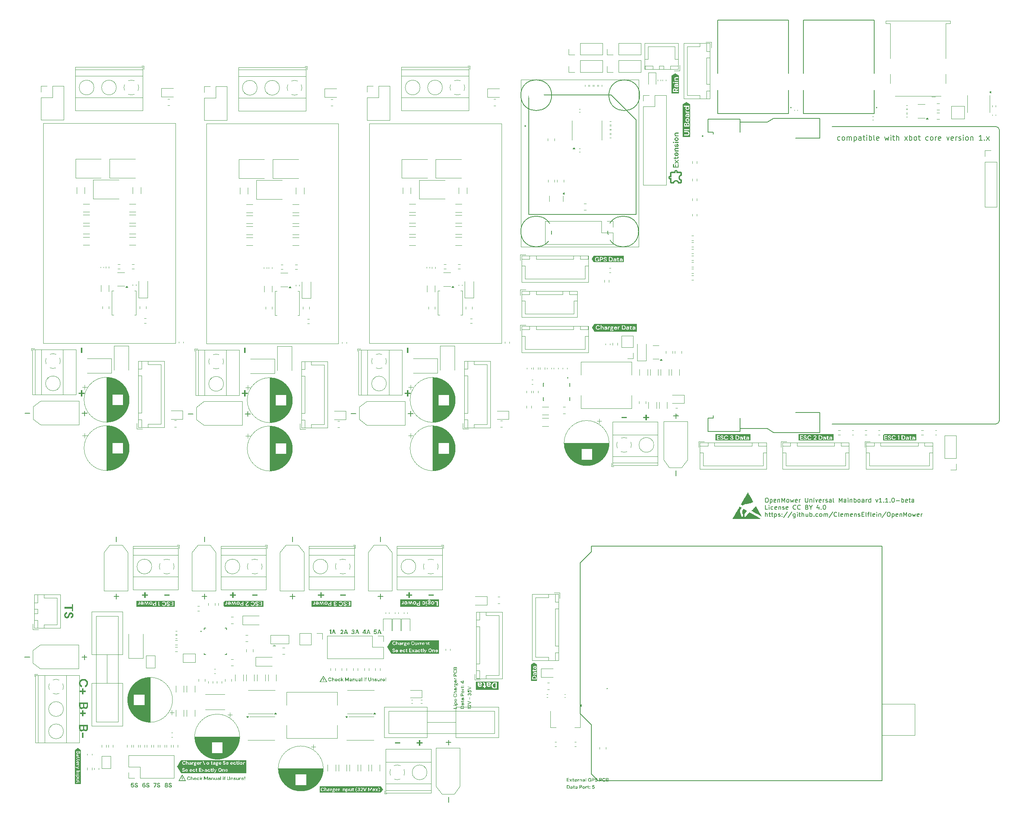
<source format=gto>
G04 #@! TF.GenerationSoftware,KiCad,Pcbnew,8.0.8+1*
G04 #@! TF.CreationDate,2025-06-18T22:46:37+00:00*
G04 #@! TF.ProjectId,hw-openmower-universal,68772d6f-7065-46e6-9d6f-7765722d756e,rev?*
G04 #@! TF.SameCoordinates,Original*
G04 #@! TF.FileFunction,Legend,Top*
G04 #@! TF.FilePolarity,Positive*
%FSLAX46Y46*%
G04 Gerber Fmt 4.6, Leading zero omitted, Abs format (unit mm)*
G04 Created by KiCad (PCBNEW 8.0.8+1) date 2025-06-18 22:46:37*
%MOMM*%
%LPD*%
G01*
G04 APERTURE LIST*
%ADD10C,0.000000*%
%ADD11C,0.150000*%
%ADD12C,0.200000*%
%ADD13C,0.120000*%
%ADD14C,0.127000*%
%ADD15C,0.100000*%
%ADD16C,0.010000*%
%ADD17R,1.700000X1.700000*%
%ADD18O,1.700000X1.700000*%
%ADD19C,0.600000*%
%ADD20C,0.900000*%
%ADD21C,8.600000*%
%ADD22R,2.000000X2.000000*%
%ADD23C,2.000000*%
%ADD24R,4.200000X1.400000*%
%ADD25O,1.700000X2.000000*%
%ADD26R,2.600000X2.600000*%
%ADD27C,2.600000*%
%ADD28O,1.950000X1.700000*%
%ADD29R,1.000000X1.500000*%
%ADD30O,1.700000X1.950000*%
%ADD31C,1.412000*%
%ADD32R,3.800000X3.800000*%
%ADD33C,4.000000*%
%ADD34O,1.727200X2.500000*%
%ADD35C,3.800000*%
%ADD36R,4.100000X4.100000*%
%ADD37R,1.500000X1.500000*%
%ADD38C,1.500000*%
%ADD39C,3.000000*%
%ADD40O,3.000000X1.700000*%
%ADD41O,1.700000X3.000000*%
%ADD42R,1.500000X1.000000*%
%ADD43C,3.250000*%
%ADD44C,1.602000*%
%ADD45C,1.734000*%
%ADD46C,2.649000*%
%ADD47C,2.350000*%
%ADD48C,3.500000*%
%ADD49C,1.600000*%
%ADD50C,1.100000*%
%ADD51O,8.400000X6.400000*%
%ADD52O,2.000000X1.700000*%
G04 APERTURE END LIST*
D10*
G36*
X111206250Y-166523750D02*
G01*
X111047500Y-166523750D01*
X111047500Y-166126875D01*
X111206250Y-166126875D01*
X111206250Y-166523750D01*
G37*
G36*
X79074742Y-189103214D02*
G01*
X79078831Y-189103482D01*
X79082835Y-189103927D01*
X79086753Y-189104551D01*
X79090586Y-189105354D01*
X79094334Y-189106334D01*
X79097997Y-189107493D01*
X79101574Y-189108830D01*
X79105066Y-189110345D01*
X79108473Y-189112039D01*
X79111794Y-189113911D01*
X79115030Y-189115961D01*
X79118181Y-189118190D01*
X79121247Y-189120597D01*
X79124227Y-189123182D01*
X79127123Y-189125945D01*
X79129886Y-189128840D01*
X79132471Y-189131821D01*
X79134878Y-189134887D01*
X79137107Y-189138037D01*
X79139157Y-189141274D01*
X79141029Y-189144595D01*
X79142723Y-189148002D01*
X79144238Y-189151494D01*
X79145575Y-189155071D01*
X79146734Y-189158734D01*
X79147714Y-189162482D01*
X79148517Y-189166315D01*
X79149141Y-189170233D01*
X79149586Y-189174237D01*
X79149854Y-189178326D01*
X79149943Y-189182500D01*
X79149854Y-189186674D01*
X79149586Y-189190763D01*
X79149141Y-189194767D01*
X79148517Y-189198685D01*
X79147714Y-189202518D01*
X79146734Y-189206266D01*
X79145575Y-189209929D01*
X79144238Y-189213506D01*
X79142723Y-189216998D01*
X79141029Y-189220405D01*
X79139157Y-189223726D01*
X79137107Y-189226962D01*
X79134878Y-189230113D01*
X79132471Y-189233179D01*
X79129886Y-189236159D01*
X79127123Y-189239055D01*
X79124227Y-189241818D01*
X79121247Y-189244403D01*
X79118181Y-189246810D01*
X79115030Y-189249039D01*
X79111794Y-189251089D01*
X79108473Y-189252961D01*
X79105066Y-189254654D01*
X79101574Y-189256170D01*
X79097997Y-189257507D01*
X79094334Y-189258666D01*
X79090586Y-189259646D01*
X79086753Y-189260449D01*
X79082835Y-189261073D01*
X79078831Y-189261518D01*
X79074742Y-189261786D01*
X79070568Y-189261875D01*
X79066394Y-189261786D01*
X79062305Y-189261518D01*
X79058301Y-189261073D01*
X79054383Y-189260449D01*
X79050550Y-189259646D01*
X79046802Y-189258666D01*
X79043139Y-189257507D01*
X79039562Y-189256170D01*
X79036070Y-189254654D01*
X79032663Y-189252961D01*
X79029342Y-189251089D01*
X79026106Y-189249039D01*
X79022955Y-189246810D01*
X79019889Y-189244403D01*
X79016908Y-189241818D01*
X79014013Y-189239055D01*
X79011250Y-189236159D01*
X79008665Y-189233179D01*
X79006258Y-189230113D01*
X79004029Y-189226962D01*
X79001979Y-189223726D01*
X79000107Y-189220405D01*
X78998413Y-189216998D01*
X78996898Y-189213506D01*
X78995561Y-189209929D01*
X78994402Y-189206266D01*
X78993422Y-189202518D01*
X78992619Y-189198685D01*
X78991995Y-189194767D01*
X78991550Y-189190763D01*
X78991282Y-189186674D01*
X78991193Y-189182500D01*
X78991282Y-189178326D01*
X78991550Y-189174237D01*
X78991995Y-189170233D01*
X78992619Y-189166315D01*
X78993422Y-189162482D01*
X78994402Y-189158734D01*
X78995561Y-189155071D01*
X78996898Y-189151494D01*
X78998413Y-189148002D01*
X79000107Y-189144595D01*
X79001979Y-189141274D01*
X79004029Y-189138037D01*
X79006258Y-189134887D01*
X79008665Y-189131821D01*
X79011250Y-189128840D01*
X79014013Y-189125945D01*
X79016908Y-189123182D01*
X79019889Y-189120597D01*
X79022955Y-189118190D01*
X79026106Y-189115961D01*
X79029342Y-189113911D01*
X79032663Y-189112039D01*
X79036070Y-189110345D01*
X79039562Y-189108830D01*
X79043139Y-189107493D01*
X79046802Y-189106334D01*
X79050550Y-189105354D01*
X79054383Y-189104551D01*
X79058301Y-189103927D01*
X79062305Y-189103482D01*
X79066394Y-189103214D01*
X79070568Y-189103125D01*
X79074742Y-189103214D01*
G37*
G36*
X111131049Y-166603214D02*
G01*
X111135138Y-166603482D01*
X111139142Y-166603927D01*
X111143060Y-166604551D01*
X111146893Y-166605354D01*
X111150641Y-166606334D01*
X111154304Y-166607493D01*
X111157881Y-166608830D01*
X111161373Y-166610345D01*
X111164780Y-166612039D01*
X111168101Y-166613911D01*
X111171337Y-166615961D01*
X111174488Y-166618190D01*
X111177554Y-166620597D01*
X111180534Y-166623182D01*
X111183430Y-166625945D01*
X111186193Y-166628840D01*
X111188778Y-166631821D01*
X111191185Y-166634887D01*
X111193414Y-166638037D01*
X111195464Y-166641274D01*
X111197336Y-166644595D01*
X111199030Y-166648002D01*
X111200545Y-166651494D01*
X111201882Y-166655071D01*
X111203041Y-166658734D01*
X111204021Y-166662482D01*
X111204824Y-166666315D01*
X111205448Y-166670233D01*
X111205893Y-166674237D01*
X111206161Y-166678326D01*
X111206250Y-166682500D01*
X111206161Y-166686674D01*
X111205893Y-166690763D01*
X111205448Y-166694767D01*
X111204824Y-166698685D01*
X111204021Y-166702518D01*
X111203041Y-166706266D01*
X111201882Y-166709929D01*
X111200545Y-166713506D01*
X111199030Y-166716998D01*
X111197336Y-166720405D01*
X111195464Y-166723726D01*
X111193414Y-166726962D01*
X111191185Y-166730113D01*
X111188778Y-166733179D01*
X111186193Y-166736159D01*
X111183430Y-166739055D01*
X111180534Y-166741818D01*
X111177554Y-166744403D01*
X111174488Y-166746810D01*
X111171337Y-166749039D01*
X111168101Y-166751089D01*
X111164780Y-166752961D01*
X111161373Y-166754654D01*
X111157881Y-166756170D01*
X111154304Y-166757507D01*
X111150641Y-166758666D01*
X111146893Y-166759646D01*
X111143060Y-166760449D01*
X111139142Y-166761073D01*
X111135138Y-166761518D01*
X111131049Y-166761786D01*
X111126875Y-166761875D01*
X111122701Y-166761786D01*
X111118612Y-166761518D01*
X111114608Y-166761073D01*
X111110690Y-166760449D01*
X111106857Y-166759646D01*
X111103109Y-166758666D01*
X111099446Y-166757507D01*
X111095869Y-166756170D01*
X111092377Y-166754654D01*
X111088970Y-166752961D01*
X111085649Y-166751089D01*
X111082413Y-166749039D01*
X111079262Y-166746810D01*
X111076196Y-166744403D01*
X111073215Y-166741818D01*
X111070320Y-166739055D01*
X111067557Y-166736159D01*
X111064972Y-166733179D01*
X111062565Y-166730113D01*
X111060336Y-166726962D01*
X111058286Y-166723726D01*
X111056414Y-166720405D01*
X111054720Y-166716998D01*
X111053205Y-166713506D01*
X111051868Y-166709929D01*
X111050709Y-166706266D01*
X111049729Y-166702518D01*
X111048926Y-166698685D01*
X111048302Y-166694767D01*
X111047857Y-166690763D01*
X111047589Y-166686674D01*
X111047500Y-166682500D01*
X111047589Y-166678326D01*
X111047857Y-166674237D01*
X111048302Y-166670233D01*
X111048926Y-166666315D01*
X111049729Y-166662482D01*
X111050709Y-166658734D01*
X111051868Y-166655071D01*
X111053205Y-166651494D01*
X111054720Y-166648002D01*
X111056414Y-166644595D01*
X111058286Y-166641274D01*
X111060336Y-166638037D01*
X111062565Y-166634887D01*
X111064972Y-166631821D01*
X111067557Y-166628840D01*
X111070320Y-166625945D01*
X111073215Y-166623182D01*
X111076196Y-166620597D01*
X111079262Y-166618190D01*
X111082413Y-166615961D01*
X111085649Y-166613911D01*
X111088970Y-166612039D01*
X111092377Y-166610345D01*
X111095869Y-166608830D01*
X111099446Y-166607493D01*
X111103109Y-166606334D01*
X111106857Y-166605354D01*
X111110690Y-166604551D01*
X111114608Y-166603927D01*
X111118612Y-166603482D01*
X111122701Y-166603214D01*
X111126875Y-166603125D01*
X111131049Y-166603214D01*
G37*
G36*
X79149943Y-189023750D02*
G01*
X78991193Y-189023750D01*
X78991193Y-188626875D01*
X79149943Y-188626875D01*
X79149943Y-189023750D01*
G37*
G36*
X191281328Y-50496404D02*
G01*
X191301560Y-50497752D01*
X191321388Y-50500000D01*
X191340813Y-50503147D01*
X191359835Y-50507194D01*
X191378454Y-50512139D01*
X191396670Y-50517984D01*
X191414483Y-50524728D01*
X191431893Y-50532371D01*
X191448899Y-50540913D01*
X191465503Y-50550354D01*
X191481704Y-50560694D01*
X191497501Y-50571934D01*
X191512896Y-50584073D01*
X191527887Y-50597111D01*
X191542475Y-50611048D01*
X191556412Y-50625636D01*
X191569450Y-50640627D01*
X191581589Y-50656022D01*
X191592829Y-50671819D01*
X191603169Y-50688020D01*
X191612611Y-50704624D01*
X191621153Y-50721630D01*
X191628796Y-50739040D01*
X191635539Y-50756853D01*
X191641384Y-50775069D01*
X191646329Y-50793688D01*
X191650376Y-50812710D01*
X191653523Y-50832135D01*
X191655771Y-50851963D01*
X191657119Y-50872195D01*
X191657569Y-50892829D01*
X192292569Y-50892829D01*
X192308793Y-50893193D01*
X192324722Y-50894286D01*
X192340357Y-50896108D01*
X192355697Y-50898658D01*
X192370742Y-50901937D01*
X192385493Y-50905945D01*
X192399950Y-50910681D01*
X192414112Y-50916145D01*
X192427979Y-50922339D01*
X192441552Y-50929261D01*
X192454830Y-50936912D01*
X192467814Y-50945291D01*
X192480503Y-50954399D01*
X192492898Y-50964236D01*
X192504998Y-50974801D01*
X192516803Y-50986095D01*
X192528097Y-50997900D01*
X192538662Y-51010000D01*
X192548499Y-51022395D01*
X192557607Y-51035084D01*
X192565986Y-51048068D01*
X192573637Y-51061346D01*
X192580559Y-51074919D01*
X192586752Y-51088786D01*
X192592217Y-51102948D01*
X192596953Y-51117405D01*
X192600961Y-51132156D01*
X192604240Y-51147201D01*
X192606790Y-51162541D01*
X192608611Y-51178176D01*
X192609704Y-51194105D01*
X192610069Y-51210329D01*
X192610069Y-51813579D01*
X192585497Y-51814067D01*
X192561390Y-51815532D01*
X192537748Y-51817974D01*
X192514571Y-51821393D01*
X192491859Y-51825788D01*
X192469612Y-51831159D01*
X192447831Y-51837508D01*
X192426514Y-51844833D01*
X192405663Y-51853135D01*
X192385276Y-51862413D01*
X192365355Y-51872668D01*
X192345899Y-51883900D01*
X192326908Y-51896109D01*
X192308382Y-51909294D01*
X192290321Y-51923456D01*
X192272725Y-51938595D01*
X192255905Y-51954431D01*
X192240169Y-51970686D01*
X192225519Y-51987359D01*
X192211954Y-52004451D01*
X192199474Y-52021962D01*
X192188079Y-52039891D01*
X192177770Y-52058239D01*
X192168546Y-52077005D01*
X192160406Y-52096190D01*
X192153353Y-52115793D01*
X192147384Y-52135815D01*
X192142501Y-52156256D01*
X192138702Y-52177115D01*
X192135989Y-52198393D01*
X192134361Y-52220089D01*
X192133819Y-52242204D01*
X192134361Y-52264319D01*
X192135989Y-52286015D01*
X192138702Y-52307293D01*
X192142501Y-52328152D01*
X192147384Y-52348593D01*
X192153353Y-52368615D01*
X192160406Y-52388218D01*
X192168546Y-52407403D01*
X192177770Y-52426170D01*
X192188079Y-52444517D01*
X192199474Y-52462446D01*
X192211954Y-52479957D01*
X192225519Y-52497049D01*
X192240169Y-52513722D01*
X192255905Y-52529977D01*
X192272725Y-52545813D01*
X192290321Y-52560952D01*
X192308382Y-52575114D01*
X192326908Y-52588299D01*
X192345899Y-52600508D01*
X192365355Y-52611740D01*
X192385276Y-52621995D01*
X192405663Y-52631273D01*
X192426514Y-52639575D01*
X192447831Y-52646900D01*
X192469612Y-52653249D01*
X192491859Y-52658621D01*
X192514571Y-52663016D01*
X192537748Y-52666434D01*
X192561390Y-52668876D01*
X192585497Y-52670341D01*
X192610069Y-52670829D01*
X192610069Y-53274079D01*
X192609704Y-53290303D01*
X192608611Y-53306232D01*
X192606790Y-53321867D01*
X192604240Y-53337207D01*
X192600961Y-53352253D01*
X192596953Y-53367004D01*
X192592217Y-53381460D01*
X192586752Y-53395622D01*
X192580559Y-53409489D01*
X192573637Y-53423062D01*
X192565986Y-53436340D01*
X192557607Y-53449324D01*
X192548499Y-53462013D01*
X192538662Y-53474408D01*
X192528097Y-53486508D01*
X192516803Y-53498313D01*
X192504998Y-53509607D01*
X192492898Y-53520173D01*
X192480503Y-53530009D01*
X192467814Y-53539117D01*
X192454830Y-53547496D01*
X192441552Y-53555147D01*
X192427979Y-53562069D01*
X192414112Y-53568263D01*
X192399950Y-53573727D01*
X192385493Y-53578464D01*
X192370742Y-53582471D01*
X192355697Y-53585750D01*
X192340357Y-53588300D01*
X192324722Y-53590122D01*
X192308793Y-53591215D01*
X192292569Y-53591579D01*
X191689319Y-53591579D01*
X191688846Y-53567953D01*
X191687428Y-53544698D01*
X191685063Y-53521816D01*
X191681753Y-53499306D01*
X191677498Y-53477167D01*
X191672297Y-53455401D01*
X191666150Y-53434007D01*
X191659057Y-53412985D01*
X191651019Y-53392335D01*
X191642035Y-53372058D01*
X191632105Y-53352152D01*
X191621230Y-53332618D01*
X191609409Y-53313456D01*
X191596642Y-53294667D01*
X191582930Y-53276249D01*
X191568272Y-53258204D01*
X191552885Y-53240903D01*
X191536987Y-53224718D01*
X191520577Y-53209649D01*
X191503656Y-53195696D01*
X191486223Y-53182860D01*
X191468278Y-53171140D01*
X191449822Y-53160536D01*
X191430854Y-53151048D01*
X191411375Y-53142676D01*
X191391384Y-53135421D01*
X191370881Y-53129282D01*
X191349867Y-53124259D01*
X191328341Y-53120352D01*
X191306304Y-53117561D01*
X191283755Y-53115887D01*
X191260694Y-53115329D01*
X191237633Y-53115887D01*
X191215084Y-53117561D01*
X191193047Y-53120352D01*
X191171521Y-53124259D01*
X191150507Y-53129282D01*
X191130004Y-53135421D01*
X191110013Y-53142676D01*
X191090534Y-53151048D01*
X191071566Y-53160536D01*
X191053110Y-53171140D01*
X191035165Y-53182860D01*
X191017732Y-53195696D01*
X191000811Y-53209649D01*
X190984401Y-53224718D01*
X190968502Y-53240903D01*
X190953116Y-53258204D01*
X190938458Y-53276249D01*
X190924745Y-53294667D01*
X190911979Y-53313456D01*
X190900158Y-53332618D01*
X190889283Y-53352152D01*
X190879353Y-53372058D01*
X190870369Y-53392335D01*
X190862331Y-53412985D01*
X190855238Y-53434007D01*
X190849091Y-53455401D01*
X190843890Y-53477167D01*
X190839634Y-53499306D01*
X190836324Y-53521816D01*
X190833960Y-53544698D01*
X190832542Y-53567953D01*
X190832069Y-53591579D01*
X190228819Y-53591579D01*
X190212595Y-53591215D01*
X190196666Y-53590122D01*
X190181031Y-53588300D01*
X190165691Y-53585750D01*
X190150645Y-53582471D01*
X190135894Y-53578464D01*
X190121438Y-53573727D01*
X190107276Y-53568263D01*
X190093409Y-53562069D01*
X190079836Y-53555147D01*
X190066558Y-53547496D01*
X190053574Y-53539117D01*
X190040885Y-53530009D01*
X190028490Y-53520173D01*
X190016390Y-53509607D01*
X190004585Y-53498313D01*
X189993291Y-53486508D01*
X189982725Y-53474408D01*
X189972889Y-53462013D01*
X189963781Y-53449324D01*
X189955402Y-53436340D01*
X189947751Y-53423062D01*
X189940829Y-53409489D01*
X189934635Y-53395622D01*
X189929171Y-53381460D01*
X189924434Y-53367004D01*
X189920427Y-53352253D01*
X189917148Y-53337207D01*
X189914598Y-53321867D01*
X189912776Y-53306232D01*
X189911683Y-53290303D01*
X189911319Y-53274079D01*
X189911319Y-52639079D01*
X189890685Y-52638629D01*
X189870453Y-52637281D01*
X189850625Y-52635033D01*
X189831200Y-52631886D01*
X189812178Y-52627839D01*
X189793559Y-52622894D01*
X189775343Y-52617049D01*
X189757530Y-52610306D01*
X189740120Y-52602663D01*
X189723113Y-52594121D01*
X189706510Y-52584679D01*
X189690309Y-52574339D01*
X189674512Y-52563099D01*
X189659117Y-52550960D01*
X189644126Y-52537922D01*
X189629538Y-52523985D01*
X189615601Y-52509397D01*
X189602563Y-52494406D01*
X189590424Y-52479011D01*
X189579184Y-52463214D01*
X189568844Y-52447013D01*
X189559403Y-52430410D01*
X189550860Y-52413403D01*
X189543217Y-52395993D01*
X189536474Y-52378180D01*
X189530629Y-52359964D01*
X189525684Y-52341345D01*
X189521637Y-52322323D01*
X189518490Y-52302898D01*
X189516242Y-52283070D01*
X189514894Y-52262839D01*
X189514444Y-52242204D01*
X189831944Y-52242204D01*
X189832037Y-52246142D01*
X189832316Y-52250018D01*
X189832781Y-52253831D01*
X189833432Y-52257583D01*
X189834269Y-52261273D01*
X189835293Y-52264900D01*
X189836502Y-52268466D01*
X189837897Y-52271970D01*
X189839478Y-52275411D01*
X189841246Y-52278791D01*
X189843199Y-52282109D01*
X189845339Y-52285364D01*
X189847664Y-52288558D01*
X189850175Y-52291689D01*
X189852873Y-52294759D01*
X189855756Y-52297767D01*
X189858764Y-52300650D01*
X189861834Y-52303348D01*
X189864965Y-52305859D01*
X189868159Y-52308185D01*
X189871414Y-52310324D01*
X189874732Y-52312277D01*
X189878112Y-52314045D01*
X189881553Y-52315626D01*
X189885057Y-52317021D01*
X189888623Y-52318230D01*
X189892250Y-52319254D01*
X189895940Y-52320091D01*
X189899692Y-52320742D01*
X189903506Y-52321207D01*
X189907381Y-52321486D01*
X189911319Y-52321579D01*
X190228819Y-52321579D01*
X190228819Y-53274079D01*
X190578069Y-53274079D01*
X190588409Y-53247616D01*
X190599587Y-53221803D01*
X190611602Y-53196642D01*
X190624454Y-53172132D01*
X190638143Y-53148273D01*
X190652669Y-53125065D01*
X190668032Y-53102508D01*
X190684233Y-53080602D01*
X190701271Y-53059348D01*
X190719146Y-53038745D01*
X190737858Y-53018792D01*
X190757407Y-52999491D01*
X190777793Y-52980841D01*
X190799017Y-52962842D01*
X190821077Y-52945494D01*
X190843975Y-52928798D01*
X190867462Y-52912938D01*
X190891290Y-52898102D01*
X190915459Y-52884289D01*
X190939969Y-52871499D01*
X190964820Y-52859732D01*
X190990013Y-52848989D01*
X191015546Y-52839268D01*
X191041420Y-52830571D01*
X191067636Y-52822897D01*
X191094192Y-52816247D01*
X191121090Y-52810619D01*
X191148329Y-52806015D01*
X191175908Y-52802433D01*
X191203829Y-52799875D01*
X191232091Y-52798341D01*
X191260694Y-52797829D01*
X191288816Y-52798341D01*
X191316628Y-52799875D01*
X191344131Y-52802433D01*
X191371323Y-52806015D01*
X191398205Y-52810619D01*
X191424777Y-52816247D01*
X191451039Y-52822897D01*
X191476991Y-52830571D01*
X191502633Y-52839268D01*
X191527964Y-52848989D01*
X191552986Y-52859732D01*
X191577698Y-52871499D01*
X191602099Y-52884289D01*
X191626191Y-52898102D01*
X191649972Y-52912938D01*
X191673444Y-52928798D01*
X191696357Y-52945494D01*
X191718465Y-52962842D01*
X191739766Y-52980841D01*
X191760260Y-52999491D01*
X191779949Y-53018792D01*
X191798832Y-53038745D01*
X191816908Y-53059348D01*
X191834178Y-53080602D01*
X191850642Y-53102508D01*
X191866300Y-53125065D01*
X191881152Y-53148273D01*
X191895198Y-53172132D01*
X191908437Y-53196642D01*
X191920871Y-53221803D01*
X191932498Y-53247616D01*
X191943319Y-53274079D01*
X192292569Y-53274079D01*
X192292569Y-52936735D01*
X192260431Y-52924379D01*
X192229503Y-52911124D01*
X192199784Y-52896970D01*
X192171274Y-52881917D01*
X192143973Y-52865964D01*
X192117882Y-52849113D01*
X192093000Y-52831362D01*
X192069327Y-52812712D01*
X192046863Y-52793163D01*
X192025608Y-52772714D01*
X192005563Y-52751367D01*
X191986727Y-52729120D01*
X191969100Y-52705974D01*
X191952683Y-52681929D01*
X191937474Y-52656985D01*
X191923475Y-52631142D01*
X191910499Y-52604973D01*
X191898360Y-52579052D01*
X191887059Y-52553379D01*
X191876594Y-52527954D01*
X191866967Y-52502777D01*
X191858177Y-52477849D01*
X191850224Y-52453168D01*
X191843108Y-52428735D01*
X191836829Y-52404551D01*
X191831388Y-52380614D01*
X191826783Y-52356926D01*
X191823016Y-52333485D01*
X191820086Y-52310293D01*
X191817993Y-52287349D01*
X191816737Y-52264652D01*
X191816319Y-52242204D01*
X191816737Y-52219756D01*
X191817993Y-52197060D01*
X191820086Y-52174115D01*
X191823016Y-52150923D01*
X191826783Y-52127482D01*
X191831388Y-52103794D01*
X191836829Y-52079857D01*
X191843108Y-52055673D01*
X191850224Y-52031240D01*
X191858177Y-52006560D01*
X191866967Y-51981631D01*
X191876594Y-51956454D01*
X191887059Y-51931029D01*
X191898360Y-51905356D01*
X191910499Y-51879436D01*
X191923475Y-51853267D01*
X191937474Y-51827423D01*
X191952683Y-51802479D01*
X191969100Y-51778434D01*
X191986727Y-51755288D01*
X192005563Y-51733041D01*
X192025608Y-51711694D01*
X192046863Y-51691245D01*
X192069327Y-51671696D01*
X192093000Y-51653046D01*
X192117882Y-51635295D01*
X192143973Y-51618444D01*
X192171274Y-51602491D01*
X192199784Y-51587438D01*
X192229503Y-51573284D01*
X192260431Y-51560029D01*
X192292569Y-51547673D01*
X192292569Y-51210329D01*
X191340069Y-51210329D01*
X191340069Y-50892829D01*
X191339976Y-50888891D01*
X191339697Y-50885016D01*
X191339232Y-50881202D01*
X191338581Y-50877450D01*
X191337744Y-50873761D01*
X191336720Y-50870133D01*
X191335511Y-50866567D01*
X191334116Y-50863064D01*
X191332534Y-50859622D01*
X191330767Y-50856242D01*
X191328814Y-50852925D01*
X191326674Y-50849669D01*
X191324349Y-50846475D01*
X191321837Y-50843344D01*
X191319140Y-50840274D01*
X191316256Y-50837267D01*
X191313249Y-50834383D01*
X191310179Y-50831686D01*
X191307048Y-50829174D01*
X191303854Y-50826849D01*
X191300598Y-50824709D01*
X191297281Y-50822756D01*
X191293901Y-50820989D01*
X191290460Y-50819407D01*
X191286956Y-50818012D01*
X191283390Y-50816803D01*
X191279763Y-50815779D01*
X191276073Y-50814942D01*
X191272321Y-50814291D01*
X191268507Y-50813826D01*
X191264632Y-50813547D01*
X191260694Y-50813454D01*
X191256756Y-50813547D01*
X191252880Y-50813826D01*
X191249067Y-50814291D01*
X191245315Y-50814942D01*
X191241625Y-50815779D01*
X191237998Y-50816803D01*
X191234432Y-50818012D01*
X191230928Y-50819407D01*
X191227487Y-50820989D01*
X191224107Y-50822756D01*
X191220789Y-50824709D01*
X191217534Y-50826849D01*
X191214340Y-50829174D01*
X191211209Y-50831686D01*
X191208139Y-50834383D01*
X191205131Y-50837267D01*
X191202248Y-50840274D01*
X191199550Y-50843344D01*
X191197039Y-50846475D01*
X191194713Y-50849669D01*
X191192574Y-50852925D01*
X191190621Y-50856242D01*
X191188853Y-50859622D01*
X191187272Y-50863064D01*
X191185877Y-50866567D01*
X191184668Y-50870133D01*
X191183644Y-50873761D01*
X191182807Y-50877450D01*
X191182156Y-50881202D01*
X191181691Y-50885016D01*
X191181412Y-50888891D01*
X191181319Y-50892829D01*
X191181319Y-51210329D01*
X190228819Y-51210329D01*
X190228819Y-52162829D01*
X189911319Y-52162829D01*
X189907381Y-52162922D01*
X189903506Y-52163201D01*
X189899692Y-52163666D01*
X189895940Y-52164317D01*
X189892250Y-52165154D01*
X189888623Y-52166178D01*
X189885057Y-52167387D01*
X189881553Y-52168782D01*
X189878112Y-52170363D01*
X189874732Y-52172131D01*
X189871414Y-52174084D01*
X189868159Y-52176224D01*
X189864965Y-52178549D01*
X189861834Y-52181061D01*
X189858764Y-52183758D01*
X189855756Y-52186642D01*
X189852873Y-52189649D01*
X189850175Y-52192719D01*
X189847664Y-52195850D01*
X189845339Y-52199044D01*
X189843199Y-52202300D01*
X189841246Y-52205617D01*
X189839478Y-52208997D01*
X189837897Y-52212438D01*
X189836502Y-52215942D01*
X189835293Y-52219508D01*
X189834269Y-52223135D01*
X189833432Y-52226825D01*
X189832781Y-52230577D01*
X189832316Y-52234391D01*
X189832037Y-52238266D01*
X189831944Y-52242204D01*
X189514444Y-52242204D01*
X189514894Y-52221570D01*
X189516242Y-52201338D01*
X189518490Y-52181510D01*
X189521637Y-52162085D01*
X189525684Y-52143063D01*
X189530629Y-52124444D01*
X189536474Y-52106228D01*
X189543217Y-52088415D01*
X189550860Y-52071005D01*
X189559403Y-52053999D01*
X189568844Y-52037395D01*
X189579184Y-52021194D01*
X189590424Y-52005397D01*
X189602563Y-51990002D01*
X189615601Y-51975011D01*
X189629538Y-51960423D01*
X189644126Y-51946486D01*
X189659117Y-51933448D01*
X189674512Y-51921309D01*
X189690309Y-51910069D01*
X189706510Y-51899729D01*
X189723113Y-51890288D01*
X189740120Y-51881746D01*
X189757530Y-51874103D01*
X189775343Y-51867359D01*
X189793559Y-51861514D01*
X189812178Y-51856569D01*
X189831200Y-51852523D01*
X189850625Y-51849375D01*
X189870453Y-51847127D01*
X189890685Y-51845779D01*
X189911319Y-51845329D01*
X189911319Y-51210329D01*
X189911683Y-51194105D01*
X189912776Y-51178176D01*
X189914598Y-51162541D01*
X189917148Y-51147201D01*
X189920427Y-51132156D01*
X189924434Y-51117405D01*
X189929171Y-51102948D01*
X189934635Y-51088786D01*
X189940829Y-51074919D01*
X189947751Y-51061346D01*
X189955402Y-51048068D01*
X189963781Y-51035084D01*
X189972889Y-51022395D01*
X189982725Y-51010000D01*
X189993291Y-50997900D01*
X190004585Y-50986095D01*
X190016390Y-50974801D01*
X190028490Y-50964236D01*
X190040885Y-50954399D01*
X190053574Y-50945291D01*
X190066558Y-50936912D01*
X190079836Y-50929261D01*
X190093409Y-50922339D01*
X190107276Y-50916145D01*
X190121438Y-50910681D01*
X190135894Y-50905945D01*
X190150645Y-50901937D01*
X190165691Y-50898658D01*
X190181031Y-50896108D01*
X190196666Y-50894286D01*
X190212595Y-50893193D01*
X190228819Y-50892829D01*
X190863819Y-50892829D01*
X190864269Y-50872195D01*
X190865617Y-50851963D01*
X190867865Y-50832135D01*
X190871012Y-50812710D01*
X190875059Y-50793688D01*
X190880004Y-50775069D01*
X190885849Y-50756853D01*
X190892592Y-50739040D01*
X190900235Y-50721630D01*
X190908777Y-50704624D01*
X190918219Y-50688020D01*
X190928559Y-50671819D01*
X190939799Y-50656022D01*
X190951938Y-50640627D01*
X190964976Y-50625636D01*
X190978913Y-50611048D01*
X190993501Y-50597111D01*
X191008492Y-50584073D01*
X191023887Y-50571934D01*
X191039684Y-50560694D01*
X191055885Y-50550354D01*
X191072488Y-50540913D01*
X191089495Y-50532371D01*
X191106905Y-50524728D01*
X191124718Y-50517984D01*
X191142934Y-50512139D01*
X191161553Y-50507194D01*
X191180575Y-50503147D01*
X191200000Y-50500000D01*
X191219828Y-50497752D01*
X191240060Y-50496404D01*
X191260694Y-50495954D01*
X191281328Y-50496404D01*
G37*
G36*
X112000000Y-167000000D02*
G01*
X110253750Y-167000000D01*
X110345658Y-166841250D01*
X110527594Y-166841250D01*
X111726156Y-166841250D01*
X111126875Y-165809375D01*
X110527594Y-166841250D01*
X110345658Y-166841250D01*
X111126875Y-165491875D01*
X112000000Y-167000000D01*
G37*
G36*
X79943693Y-189500000D02*
G01*
X78197443Y-189500000D01*
X78289351Y-189341250D01*
X78471287Y-189341250D01*
X79669849Y-189341250D01*
X79070568Y-188309375D01*
X78471287Y-189341250D01*
X78289351Y-189341250D01*
X79070568Y-187991875D01*
X79943693Y-189500000D01*
G37*
D11*
X211777255Y-125094875D02*
X211967731Y-125094875D01*
X211967731Y-125094875D02*
X212062969Y-125142494D01*
X212062969Y-125142494D02*
X212158207Y-125237732D01*
X212158207Y-125237732D02*
X212205826Y-125428208D01*
X212205826Y-125428208D02*
X212205826Y-125761541D01*
X212205826Y-125761541D02*
X212158207Y-125952017D01*
X212158207Y-125952017D02*
X212062969Y-126047256D01*
X212062969Y-126047256D02*
X211967731Y-126094875D01*
X211967731Y-126094875D02*
X211777255Y-126094875D01*
X211777255Y-126094875D02*
X211682017Y-126047256D01*
X211682017Y-126047256D02*
X211586779Y-125952017D01*
X211586779Y-125952017D02*
X211539160Y-125761541D01*
X211539160Y-125761541D02*
X211539160Y-125428208D01*
X211539160Y-125428208D02*
X211586779Y-125237732D01*
X211586779Y-125237732D02*
X211682017Y-125142494D01*
X211682017Y-125142494D02*
X211777255Y-125094875D01*
X212634398Y-125428208D02*
X212634398Y-126428208D01*
X212634398Y-125475827D02*
X212729636Y-125428208D01*
X212729636Y-125428208D02*
X212920112Y-125428208D01*
X212920112Y-125428208D02*
X213015350Y-125475827D01*
X213015350Y-125475827D02*
X213062969Y-125523446D01*
X213062969Y-125523446D02*
X213110588Y-125618684D01*
X213110588Y-125618684D02*
X213110588Y-125904398D01*
X213110588Y-125904398D02*
X213062969Y-125999636D01*
X213062969Y-125999636D02*
X213015350Y-126047256D01*
X213015350Y-126047256D02*
X212920112Y-126094875D01*
X212920112Y-126094875D02*
X212729636Y-126094875D01*
X212729636Y-126094875D02*
X212634398Y-126047256D01*
X213920112Y-126047256D02*
X213824874Y-126094875D01*
X213824874Y-126094875D02*
X213634398Y-126094875D01*
X213634398Y-126094875D02*
X213539160Y-126047256D01*
X213539160Y-126047256D02*
X213491541Y-125952017D01*
X213491541Y-125952017D02*
X213491541Y-125571065D01*
X213491541Y-125571065D02*
X213539160Y-125475827D01*
X213539160Y-125475827D02*
X213634398Y-125428208D01*
X213634398Y-125428208D02*
X213824874Y-125428208D01*
X213824874Y-125428208D02*
X213920112Y-125475827D01*
X213920112Y-125475827D02*
X213967731Y-125571065D01*
X213967731Y-125571065D02*
X213967731Y-125666303D01*
X213967731Y-125666303D02*
X213491541Y-125761541D01*
X214396303Y-125428208D02*
X214396303Y-126094875D01*
X214396303Y-125523446D02*
X214443922Y-125475827D01*
X214443922Y-125475827D02*
X214539160Y-125428208D01*
X214539160Y-125428208D02*
X214682017Y-125428208D01*
X214682017Y-125428208D02*
X214777255Y-125475827D01*
X214777255Y-125475827D02*
X214824874Y-125571065D01*
X214824874Y-125571065D02*
X214824874Y-126094875D01*
X215301065Y-126094875D02*
X215301065Y-125094875D01*
X215301065Y-125094875D02*
X215634398Y-125809160D01*
X215634398Y-125809160D02*
X215967731Y-125094875D01*
X215967731Y-125094875D02*
X215967731Y-126094875D01*
X216586779Y-126094875D02*
X216491541Y-126047256D01*
X216491541Y-126047256D02*
X216443922Y-125999636D01*
X216443922Y-125999636D02*
X216396303Y-125904398D01*
X216396303Y-125904398D02*
X216396303Y-125618684D01*
X216396303Y-125618684D02*
X216443922Y-125523446D01*
X216443922Y-125523446D02*
X216491541Y-125475827D01*
X216491541Y-125475827D02*
X216586779Y-125428208D01*
X216586779Y-125428208D02*
X216729636Y-125428208D01*
X216729636Y-125428208D02*
X216824874Y-125475827D01*
X216824874Y-125475827D02*
X216872493Y-125523446D01*
X216872493Y-125523446D02*
X216920112Y-125618684D01*
X216920112Y-125618684D02*
X216920112Y-125904398D01*
X216920112Y-125904398D02*
X216872493Y-125999636D01*
X216872493Y-125999636D02*
X216824874Y-126047256D01*
X216824874Y-126047256D02*
X216729636Y-126094875D01*
X216729636Y-126094875D02*
X216586779Y-126094875D01*
X217253446Y-125428208D02*
X217443922Y-126094875D01*
X217443922Y-126094875D02*
X217634398Y-125618684D01*
X217634398Y-125618684D02*
X217824874Y-126094875D01*
X217824874Y-126094875D02*
X218015350Y-125428208D01*
X218777255Y-126047256D02*
X218682017Y-126094875D01*
X218682017Y-126094875D02*
X218491541Y-126094875D01*
X218491541Y-126094875D02*
X218396303Y-126047256D01*
X218396303Y-126047256D02*
X218348684Y-125952017D01*
X218348684Y-125952017D02*
X218348684Y-125571065D01*
X218348684Y-125571065D02*
X218396303Y-125475827D01*
X218396303Y-125475827D02*
X218491541Y-125428208D01*
X218491541Y-125428208D02*
X218682017Y-125428208D01*
X218682017Y-125428208D02*
X218777255Y-125475827D01*
X218777255Y-125475827D02*
X218824874Y-125571065D01*
X218824874Y-125571065D02*
X218824874Y-125666303D01*
X218824874Y-125666303D02*
X218348684Y-125761541D01*
X219253446Y-126094875D02*
X219253446Y-125428208D01*
X219253446Y-125618684D02*
X219301065Y-125523446D01*
X219301065Y-125523446D02*
X219348684Y-125475827D01*
X219348684Y-125475827D02*
X219443922Y-125428208D01*
X219443922Y-125428208D02*
X219539160Y-125428208D01*
X220634399Y-125094875D02*
X220634399Y-125904398D01*
X220634399Y-125904398D02*
X220682018Y-125999636D01*
X220682018Y-125999636D02*
X220729637Y-126047256D01*
X220729637Y-126047256D02*
X220824875Y-126094875D01*
X220824875Y-126094875D02*
X221015351Y-126094875D01*
X221015351Y-126094875D02*
X221110589Y-126047256D01*
X221110589Y-126047256D02*
X221158208Y-125999636D01*
X221158208Y-125999636D02*
X221205827Y-125904398D01*
X221205827Y-125904398D02*
X221205827Y-125094875D01*
X221682018Y-125428208D02*
X221682018Y-126094875D01*
X221682018Y-125523446D02*
X221729637Y-125475827D01*
X221729637Y-125475827D02*
X221824875Y-125428208D01*
X221824875Y-125428208D02*
X221967732Y-125428208D01*
X221967732Y-125428208D02*
X222062970Y-125475827D01*
X222062970Y-125475827D02*
X222110589Y-125571065D01*
X222110589Y-125571065D02*
X222110589Y-126094875D01*
X222586780Y-126094875D02*
X222586780Y-125428208D01*
X222586780Y-125094875D02*
X222539161Y-125142494D01*
X222539161Y-125142494D02*
X222586780Y-125190113D01*
X222586780Y-125190113D02*
X222634399Y-125142494D01*
X222634399Y-125142494D02*
X222586780Y-125094875D01*
X222586780Y-125094875D02*
X222586780Y-125190113D01*
X222967732Y-125428208D02*
X223205827Y-126094875D01*
X223205827Y-126094875D02*
X223443922Y-125428208D01*
X224205827Y-126047256D02*
X224110589Y-126094875D01*
X224110589Y-126094875D02*
X223920113Y-126094875D01*
X223920113Y-126094875D02*
X223824875Y-126047256D01*
X223824875Y-126047256D02*
X223777256Y-125952017D01*
X223777256Y-125952017D02*
X223777256Y-125571065D01*
X223777256Y-125571065D02*
X223824875Y-125475827D01*
X223824875Y-125475827D02*
X223920113Y-125428208D01*
X223920113Y-125428208D02*
X224110589Y-125428208D01*
X224110589Y-125428208D02*
X224205827Y-125475827D01*
X224205827Y-125475827D02*
X224253446Y-125571065D01*
X224253446Y-125571065D02*
X224253446Y-125666303D01*
X224253446Y-125666303D02*
X223777256Y-125761541D01*
X224682018Y-126094875D02*
X224682018Y-125428208D01*
X224682018Y-125618684D02*
X224729637Y-125523446D01*
X224729637Y-125523446D02*
X224777256Y-125475827D01*
X224777256Y-125475827D02*
X224872494Y-125428208D01*
X224872494Y-125428208D02*
X224967732Y-125428208D01*
X225253447Y-126047256D02*
X225348685Y-126094875D01*
X225348685Y-126094875D02*
X225539161Y-126094875D01*
X225539161Y-126094875D02*
X225634399Y-126047256D01*
X225634399Y-126047256D02*
X225682018Y-125952017D01*
X225682018Y-125952017D02*
X225682018Y-125904398D01*
X225682018Y-125904398D02*
X225634399Y-125809160D01*
X225634399Y-125809160D02*
X225539161Y-125761541D01*
X225539161Y-125761541D02*
X225396304Y-125761541D01*
X225396304Y-125761541D02*
X225301066Y-125713922D01*
X225301066Y-125713922D02*
X225253447Y-125618684D01*
X225253447Y-125618684D02*
X225253447Y-125571065D01*
X225253447Y-125571065D02*
X225301066Y-125475827D01*
X225301066Y-125475827D02*
X225396304Y-125428208D01*
X225396304Y-125428208D02*
X225539161Y-125428208D01*
X225539161Y-125428208D02*
X225634399Y-125475827D01*
X226539161Y-126094875D02*
X226539161Y-125571065D01*
X226539161Y-125571065D02*
X226491542Y-125475827D01*
X226491542Y-125475827D02*
X226396304Y-125428208D01*
X226396304Y-125428208D02*
X226205828Y-125428208D01*
X226205828Y-125428208D02*
X226110590Y-125475827D01*
X226539161Y-126047256D02*
X226443923Y-126094875D01*
X226443923Y-126094875D02*
X226205828Y-126094875D01*
X226205828Y-126094875D02*
X226110590Y-126047256D01*
X226110590Y-126047256D02*
X226062971Y-125952017D01*
X226062971Y-125952017D02*
X226062971Y-125856779D01*
X226062971Y-125856779D02*
X226110590Y-125761541D01*
X226110590Y-125761541D02*
X226205828Y-125713922D01*
X226205828Y-125713922D02*
X226443923Y-125713922D01*
X226443923Y-125713922D02*
X226539161Y-125666303D01*
X227158209Y-126094875D02*
X227062971Y-126047256D01*
X227062971Y-126047256D02*
X227015352Y-125952017D01*
X227015352Y-125952017D02*
X227015352Y-125094875D01*
X228301067Y-126094875D02*
X228301067Y-125094875D01*
X228301067Y-125094875D02*
X228634400Y-125809160D01*
X228634400Y-125809160D02*
X228967733Y-125094875D01*
X228967733Y-125094875D02*
X228967733Y-126094875D01*
X229872495Y-126094875D02*
X229872495Y-125571065D01*
X229872495Y-125571065D02*
X229824876Y-125475827D01*
X229824876Y-125475827D02*
X229729638Y-125428208D01*
X229729638Y-125428208D02*
X229539162Y-125428208D01*
X229539162Y-125428208D02*
X229443924Y-125475827D01*
X229872495Y-126047256D02*
X229777257Y-126094875D01*
X229777257Y-126094875D02*
X229539162Y-126094875D01*
X229539162Y-126094875D02*
X229443924Y-126047256D01*
X229443924Y-126047256D02*
X229396305Y-125952017D01*
X229396305Y-125952017D02*
X229396305Y-125856779D01*
X229396305Y-125856779D02*
X229443924Y-125761541D01*
X229443924Y-125761541D02*
X229539162Y-125713922D01*
X229539162Y-125713922D02*
X229777257Y-125713922D01*
X229777257Y-125713922D02*
X229872495Y-125666303D01*
X230348686Y-126094875D02*
X230348686Y-125428208D01*
X230348686Y-125094875D02*
X230301067Y-125142494D01*
X230301067Y-125142494D02*
X230348686Y-125190113D01*
X230348686Y-125190113D02*
X230396305Y-125142494D01*
X230396305Y-125142494D02*
X230348686Y-125094875D01*
X230348686Y-125094875D02*
X230348686Y-125190113D01*
X230824876Y-125428208D02*
X230824876Y-126094875D01*
X230824876Y-125523446D02*
X230872495Y-125475827D01*
X230872495Y-125475827D02*
X230967733Y-125428208D01*
X230967733Y-125428208D02*
X231110590Y-125428208D01*
X231110590Y-125428208D02*
X231205828Y-125475827D01*
X231205828Y-125475827D02*
X231253447Y-125571065D01*
X231253447Y-125571065D02*
X231253447Y-126094875D01*
X231729638Y-126094875D02*
X231729638Y-125094875D01*
X231729638Y-125475827D02*
X231824876Y-125428208D01*
X231824876Y-125428208D02*
X232015352Y-125428208D01*
X232015352Y-125428208D02*
X232110590Y-125475827D01*
X232110590Y-125475827D02*
X232158209Y-125523446D01*
X232158209Y-125523446D02*
X232205828Y-125618684D01*
X232205828Y-125618684D02*
X232205828Y-125904398D01*
X232205828Y-125904398D02*
X232158209Y-125999636D01*
X232158209Y-125999636D02*
X232110590Y-126047256D01*
X232110590Y-126047256D02*
X232015352Y-126094875D01*
X232015352Y-126094875D02*
X231824876Y-126094875D01*
X231824876Y-126094875D02*
X231729638Y-126047256D01*
X232777257Y-126094875D02*
X232682019Y-126047256D01*
X232682019Y-126047256D02*
X232634400Y-125999636D01*
X232634400Y-125999636D02*
X232586781Y-125904398D01*
X232586781Y-125904398D02*
X232586781Y-125618684D01*
X232586781Y-125618684D02*
X232634400Y-125523446D01*
X232634400Y-125523446D02*
X232682019Y-125475827D01*
X232682019Y-125475827D02*
X232777257Y-125428208D01*
X232777257Y-125428208D02*
X232920114Y-125428208D01*
X232920114Y-125428208D02*
X233015352Y-125475827D01*
X233015352Y-125475827D02*
X233062971Y-125523446D01*
X233062971Y-125523446D02*
X233110590Y-125618684D01*
X233110590Y-125618684D02*
X233110590Y-125904398D01*
X233110590Y-125904398D02*
X233062971Y-125999636D01*
X233062971Y-125999636D02*
X233015352Y-126047256D01*
X233015352Y-126047256D02*
X232920114Y-126094875D01*
X232920114Y-126094875D02*
X232777257Y-126094875D01*
X233967733Y-126094875D02*
X233967733Y-125571065D01*
X233967733Y-125571065D02*
X233920114Y-125475827D01*
X233920114Y-125475827D02*
X233824876Y-125428208D01*
X233824876Y-125428208D02*
X233634400Y-125428208D01*
X233634400Y-125428208D02*
X233539162Y-125475827D01*
X233967733Y-126047256D02*
X233872495Y-126094875D01*
X233872495Y-126094875D02*
X233634400Y-126094875D01*
X233634400Y-126094875D02*
X233539162Y-126047256D01*
X233539162Y-126047256D02*
X233491543Y-125952017D01*
X233491543Y-125952017D02*
X233491543Y-125856779D01*
X233491543Y-125856779D02*
X233539162Y-125761541D01*
X233539162Y-125761541D02*
X233634400Y-125713922D01*
X233634400Y-125713922D02*
X233872495Y-125713922D01*
X233872495Y-125713922D02*
X233967733Y-125666303D01*
X234443924Y-126094875D02*
X234443924Y-125428208D01*
X234443924Y-125618684D02*
X234491543Y-125523446D01*
X234491543Y-125523446D02*
X234539162Y-125475827D01*
X234539162Y-125475827D02*
X234634400Y-125428208D01*
X234634400Y-125428208D02*
X234729638Y-125428208D01*
X235491543Y-126094875D02*
X235491543Y-125094875D01*
X235491543Y-126047256D02*
X235396305Y-126094875D01*
X235396305Y-126094875D02*
X235205829Y-126094875D01*
X235205829Y-126094875D02*
X235110591Y-126047256D01*
X235110591Y-126047256D02*
X235062972Y-125999636D01*
X235062972Y-125999636D02*
X235015353Y-125904398D01*
X235015353Y-125904398D02*
X235015353Y-125618684D01*
X235015353Y-125618684D02*
X235062972Y-125523446D01*
X235062972Y-125523446D02*
X235110591Y-125475827D01*
X235110591Y-125475827D02*
X235205829Y-125428208D01*
X235205829Y-125428208D02*
X235396305Y-125428208D01*
X235396305Y-125428208D02*
X235491543Y-125475827D01*
X236634401Y-125428208D02*
X236872496Y-126094875D01*
X236872496Y-126094875D02*
X237110591Y-125428208D01*
X238015353Y-126094875D02*
X237443925Y-126094875D01*
X237729639Y-126094875D02*
X237729639Y-125094875D01*
X237729639Y-125094875D02*
X237634401Y-125237732D01*
X237634401Y-125237732D02*
X237539163Y-125332970D01*
X237539163Y-125332970D02*
X237443925Y-125380589D01*
X238443925Y-125999636D02*
X238491544Y-126047256D01*
X238491544Y-126047256D02*
X238443925Y-126094875D01*
X238443925Y-126094875D02*
X238396306Y-126047256D01*
X238396306Y-126047256D02*
X238443925Y-125999636D01*
X238443925Y-125999636D02*
X238443925Y-126094875D01*
X239443924Y-126094875D02*
X238872496Y-126094875D01*
X239158210Y-126094875D02*
X239158210Y-125094875D01*
X239158210Y-125094875D02*
X239062972Y-125237732D01*
X239062972Y-125237732D02*
X238967734Y-125332970D01*
X238967734Y-125332970D02*
X238872496Y-125380589D01*
X239872496Y-125999636D02*
X239920115Y-126047256D01*
X239920115Y-126047256D02*
X239872496Y-126094875D01*
X239872496Y-126094875D02*
X239824877Y-126047256D01*
X239824877Y-126047256D02*
X239872496Y-125999636D01*
X239872496Y-125999636D02*
X239872496Y-126094875D01*
X240539162Y-125094875D02*
X240634400Y-125094875D01*
X240634400Y-125094875D02*
X240729638Y-125142494D01*
X240729638Y-125142494D02*
X240777257Y-125190113D01*
X240777257Y-125190113D02*
X240824876Y-125285351D01*
X240824876Y-125285351D02*
X240872495Y-125475827D01*
X240872495Y-125475827D02*
X240872495Y-125713922D01*
X240872495Y-125713922D02*
X240824876Y-125904398D01*
X240824876Y-125904398D02*
X240777257Y-125999636D01*
X240777257Y-125999636D02*
X240729638Y-126047256D01*
X240729638Y-126047256D02*
X240634400Y-126094875D01*
X240634400Y-126094875D02*
X240539162Y-126094875D01*
X240539162Y-126094875D02*
X240443924Y-126047256D01*
X240443924Y-126047256D02*
X240396305Y-125999636D01*
X240396305Y-125999636D02*
X240348686Y-125904398D01*
X240348686Y-125904398D02*
X240301067Y-125713922D01*
X240301067Y-125713922D02*
X240301067Y-125475827D01*
X240301067Y-125475827D02*
X240348686Y-125285351D01*
X240348686Y-125285351D02*
X240396305Y-125190113D01*
X240396305Y-125190113D02*
X240443924Y-125142494D01*
X240443924Y-125142494D02*
X240539162Y-125094875D01*
X241301067Y-125713922D02*
X242062972Y-125713922D01*
X242539162Y-126094875D02*
X242539162Y-125094875D01*
X242539162Y-125475827D02*
X242634400Y-125428208D01*
X242634400Y-125428208D02*
X242824876Y-125428208D01*
X242824876Y-125428208D02*
X242920114Y-125475827D01*
X242920114Y-125475827D02*
X242967733Y-125523446D01*
X242967733Y-125523446D02*
X243015352Y-125618684D01*
X243015352Y-125618684D02*
X243015352Y-125904398D01*
X243015352Y-125904398D02*
X242967733Y-125999636D01*
X242967733Y-125999636D02*
X242920114Y-126047256D01*
X242920114Y-126047256D02*
X242824876Y-126094875D01*
X242824876Y-126094875D02*
X242634400Y-126094875D01*
X242634400Y-126094875D02*
X242539162Y-126047256D01*
X243824876Y-126047256D02*
X243729638Y-126094875D01*
X243729638Y-126094875D02*
X243539162Y-126094875D01*
X243539162Y-126094875D02*
X243443924Y-126047256D01*
X243443924Y-126047256D02*
X243396305Y-125952017D01*
X243396305Y-125952017D02*
X243396305Y-125571065D01*
X243396305Y-125571065D02*
X243443924Y-125475827D01*
X243443924Y-125475827D02*
X243539162Y-125428208D01*
X243539162Y-125428208D02*
X243729638Y-125428208D01*
X243729638Y-125428208D02*
X243824876Y-125475827D01*
X243824876Y-125475827D02*
X243872495Y-125571065D01*
X243872495Y-125571065D02*
X243872495Y-125666303D01*
X243872495Y-125666303D02*
X243396305Y-125761541D01*
X244158210Y-125428208D02*
X244539162Y-125428208D01*
X244301067Y-125094875D02*
X244301067Y-125952017D01*
X244301067Y-125952017D02*
X244348686Y-126047256D01*
X244348686Y-126047256D02*
X244443924Y-126094875D01*
X244443924Y-126094875D02*
X244539162Y-126094875D01*
X245301067Y-126094875D02*
X245301067Y-125571065D01*
X245301067Y-125571065D02*
X245253448Y-125475827D01*
X245253448Y-125475827D02*
X245158210Y-125428208D01*
X245158210Y-125428208D02*
X244967734Y-125428208D01*
X244967734Y-125428208D02*
X244872496Y-125475827D01*
X245301067Y-126047256D02*
X245205829Y-126094875D01*
X245205829Y-126094875D02*
X244967734Y-126094875D01*
X244967734Y-126094875D02*
X244872496Y-126047256D01*
X244872496Y-126047256D02*
X244824877Y-125952017D01*
X244824877Y-125952017D02*
X244824877Y-125856779D01*
X244824877Y-125856779D02*
X244872496Y-125761541D01*
X244872496Y-125761541D02*
X244967734Y-125713922D01*
X244967734Y-125713922D02*
X245205829Y-125713922D01*
X245205829Y-125713922D02*
X245301067Y-125666303D01*
X212062969Y-127704819D02*
X211586779Y-127704819D01*
X211586779Y-127704819D02*
X211586779Y-126704819D01*
X212396303Y-127704819D02*
X212396303Y-127038152D01*
X212396303Y-126704819D02*
X212348684Y-126752438D01*
X212348684Y-126752438D02*
X212396303Y-126800057D01*
X212396303Y-126800057D02*
X212443922Y-126752438D01*
X212443922Y-126752438D02*
X212396303Y-126704819D01*
X212396303Y-126704819D02*
X212396303Y-126800057D01*
X213301064Y-127657200D02*
X213205826Y-127704819D01*
X213205826Y-127704819D02*
X213015350Y-127704819D01*
X213015350Y-127704819D02*
X212920112Y-127657200D01*
X212920112Y-127657200D02*
X212872493Y-127609580D01*
X212872493Y-127609580D02*
X212824874Y-127514342D01*
X212824874Y-127514342D02*
X212824874Y-127228628D01*
X212824874Y-127228628D02*
X212872493Y-127133390D01*
X212872493Y-127133390D02*
X212920112Y-127085771D01*
X212920112Y-127085771D02*
X213015350Y-127038152D01*
X213015350Y-127038152D02*
X213205826Y-127038152D01*
X213205826Y-127038152D02*
X213301064Y-127085771D01*
X214110588Y-127657200D02*
X214015350Y-127704819D01*
X214015350Y-127704819D02*
X213824874Y-127704819D01*
X213824874Y-127704819D02*
X213729636Y-127657200D01*
X213729636Y-127657200D02*
X213682017Y-127561961D01*
X213682017Y-127561961D02*
X213682017Y-127181009D01*
X213682017Y-127181009D02*
X213729636Y-127085771D01*
X213729636Y-127085771D02*
X213824874Y-127038152D01*
X213824874Y-127038152D02*
X214015350Y-127038152D01*
X214015350Y-127038152D02*
X214110588Y-127085771D01*
X214110588Y-127085771D02*
X214158207Y-127181009D01*
X214158207Y-127181009D02*
X214158207Y-127276247D01*
X214158207Y-127276247D02*
X213682017Y-127371485D01*
X214586779Y-127038152D02*
X214586779Y-127704819D01*
X214586779Y-127133390D02*
X214634398Y-127085771D01*
X214634398Y-127085771D02*
X214729636Y-127038152D01*
X214729636Y-127038152D02*
X214872493Y-127038152D01*
X214872493Y-127038152D02*
X214967731Y-127085771D01*
X214967731Y-127085771D02*
X215015350Y-127181009D01*
X215015350Y-127181009D02*
X215015350Y-127704819D01*
X215443922Y-127657200D02*
X215539160Y-127704819D01*
X215539160Y-127704819D02*
X215729636Y-127704819D01*
X215729636Y-127704819D02*
X215824874Y-127657200D01*
X215824874Y-127657200D02*
X215872493Y-127561961D01*
X215872493Y-127561961D02*
X215872493Y-127514342D01*
X215872493Y-127514342D02*
X215824874Y-127419104D01*
X215824874Y-127419104D02*
X215729636Y-127371485D01*
X215729636Y-127371485D02*
X215586779Y-127371485D01*
X215586779Y-127371485D02*
X215491541Y-127323866D01*
X215491541Y-127323866D02*
X215443922Y-127228628D01*
X215443922Y-127228628D02*
X215443922Y-127181009D01*
X215443922Y-127181009D02*
X215491541Y-127085771D01*
X215491541Y-127085771D02*
X215586779Y-127038152D01*
X215586779Y-127038152D02*
X215729636Y-127038152D01*
X215729636Y-127038152D02*
X215824874Y-127085771D01*
X216682017Y-127657200D02*
X216586779Y-127704819D01*
X216586779Y-127704819D02*
X216396303Y-127704819D01*
X216396303Y-127704819D02*
X216301065Y-127657200D01*
X216301065Y-127657200D02*
X216253446Y-127561961D01*
X216253446Y-127561961D02*
X216253446Y-127181009D01*
X216253446Y-127181009D02*
X216301065Y-127085771D01*
X216301065Y-127085771D02*
X216396303Y-127038152D01*
X216396303Y-127038152D02*
X216586779Y-127038152D01*
X216586779Y-127038152D02*
X216682017Y-127085771D01*
X216682017Y-127085771D02*
X216729636Y-127181009D01*
X216729636Y-127181009D02*
X216729636Y-127276247D01*
X216729636Y-127276247D02*
X216253446Y-127371485D01*
X218491541Y-127609580D02*
X218443922Y-127657200D01*
X218443922Y-127657200D02*
X218301065Y-127704819D01*
X218301065Y-127704819D02*
X218205827Y-127704819D01*
X218205827Y-127704819D02*
X218062970Y-127657200D01*
X218062970Y-127657200D02*
X217967732Y-127561961D01*
X217967732Y-127561961D02*
X217920113Y-127466723D01*
X217920113Y-127466723D02*
X217872494Y-127276247D01*
X217872494Y-127276247D02*
X217872494Y-127133390D01*
X217872494Y-127133390D02*
X217920113Y-126942914D01*
X217920113Y-126942914D02*
X217967732Y-126847676D01*
X217967732Y-126847676D02*
X218062970Y-126752438D01*
X218062970Y-126752438D02*
X218205827Y-126704819D01*
X218205827Y-126704819D02*
X218301065Y-126704819D01*
X218301065Y-126704819D02*
X218443922Y-126752438D01*
X218443922Y-126752438D02*
X218491541Y-126800057D01*
X219491541Y-127609580D02*
X219443922Y-127657200D01*
X219443922Y-127657200D02*
X219301065Y-127704819D01*
X219301065Y-127704819D02*
X219205827Y-127704819D01*
X219205827Y-127704819D02*
X219062970Y-127657200D01*
X219062970Y-127657200D02*
X218967732Y-127561961D01*
X218967732Y-127561961D02*
X218920113Y-127466723D01*
X218920113Y-127466723D02*
X218872494Y-127276247D01*
X218872494Y-127276247D02*
X218872494Y-127133390D01*
X218872494Y-127133390D02*
X218920113Y-126942914D01*
X218920113Y-126942914D02*
X218967732Y-126847676D01*
X218967732Y-126847676D02*
X219062970Y-126752438D01*
X219062970Y-126752438D02*
X219205827Y-126704819D01*
X219205827Y-126704819D02*
X219301065Y-126704819D01*
X219301065Y-126704819D02*
X219443922Y-126752438D01*
X219443922Y-126752438D02*
X219491541Y-126800057D01*
X221015351Y-127181009D02*
X221158208Y-127228628D01*
X221158208Y-127228628D02*
X221205827Y-127276247D01*
X221205827Y-127276247D02*
X221253446Y-127371485D01*
X221253446Y-127371485D02*
X221253446Y-127514342D01*
X221253446Y-127514342D02*
X221205827Y-127609580D01*
X221205827Y-127609580D02*
X221158208Y-127657200D01*
X221158208Y-127657200D02*
X221062970Y-127704819D01*
X221062970Y-127704819D02*
X220682018Y-127704819D01*
X220682018Y-127704819D02*
X220682018Y-126704819D01*
X220682018Y-126704819D02*
X221015351Y-126704819D01*
X221015351Y-126704819D02*
X221110589Y-126752438D01*
X221110589Y-126752438D02*
X221158208Y-126800057D01*
X221158208Y-126800057D02*
X221205827Y-126895295D01*
X221205827Y-126895295D02*
X221205827Y-126990533D01*
X221205827Y-126990533D02*
X221158208Y-127085771D01*
X221158208Y-127085771D02*
X221110589Y-127133390D01*
X221110589Y-127133390D02*
X221015351Y-127181009D01*
X221015351Y-127181009D02*
X220682018Y-127181009D01*
X221872494Y-127228628D02*
X221872494Y-127704819D01*
X221539161Y-126704819D02*
X221872494Y-127228628D01*
X221872494Y-127228628D02*
X222205827Y-126704819D01*
X223729637Y-127038152D02*
X223729637Y-127704819D01*
X223491542Y-126657200D02*
X223253447Y-127371485D01*
X223253447Y-127371485D02*
X223872494Y-127371485D01*
X224253447Y-127609580D02*
X224301066Y-127657200D01*
X224301066Y-127657200D02*
X224253447Y-127704819D01*
X224253447Y-127704819D02*
X224205828Y-127657200D01*
X224205828Y-127657200D02*
X224253447Y-127609580D01*
X224253447Y-127609580D02*
X224253447Y-127704819D01*
X224920113Y-126704819D02*
X225015351Y-126704819D01*
X225015351Y-126704819D02*
X225110589Y-126752438D01*
X225110589Y-126752438D02*
X225158208Y-126800057D01*
X225158208Y-126800057D02*
X225205827Y-126895295D01*
X225205827Y-126895295D02*
X225253446Y-127085771D01*
X225253446Y-127085771D02*
X225253446Y-127323866D01*
X225253446Y-127323866D02*
X225205827Y-127514342D01*
X225205827Y-127514342D02*
X225158208Y-127609580D01*
X225158208Y-127609580D02*
X225110589Y-127657200D01*
X225110589Y-127657200D02*
X225015351Y-127704819D01*
X225015351Y-127704819D02*
X224920113Y-127704819D01*
X224920113Y-127704819D02*
X224824875Y-127657200D01*
X224824875Y-127657200D02*
X224777256Y-127609580D01*
X224777256Y-127609580D02*
X224729637Y-127514342D01*
X224729637Y-127514342D02*
X224682018Y-127323866D01*
X224682018Y-127323866D02*
X224682018Y-127085771D01*
X224682018Y-127085771D02*
X224729637Y-126895295D01*
X224729637Y-126895295D02*
X224777256Y-126800057D01*
X224777256Y-126800057D02*
X224824875Y-126752438D01*
X224824875Y-126752438D02*
X224920113Y-126704819D01*
X211586779Y-129314763D02*
X211586779Y-128314763D01*
X212015350Y-129314763D02*
X212015350Y-128790953D01*
X212015350Y-128790953D02*
X211967731Y-128695715D01*
X211967731Y-128695715D02*
X211872493Y-128648096D01*
X211872493Y-128648096D02*
X211729636Y-128648096D01*
X211729636Y-128648096D02*
X211634398Y-128695715D01*
X211634398Y-128695715D02*
X211586779Y-128743334D01*
X212348684Y-128648096D02*
X212729636Y-128648096D01*
X212491541Y-128314763D02*
X212491541Y-129171905D01*
X212491541Y-129171905D02*
X212539160Y-129267144D01*
X212539160Y-129267144D02*
X212634398Y-129314763D01*
X212634398Y-129314763D02*
X212729636Y-129314763D01*
X212920113Y-128648096D02*
X213301065Y-128648096D01*
X213062970Y-128314763D02*
X213062970Y-129171905D01*
X213062970Y-129171905D02*
X213110589Y-129267144D01*
X213110589Y-129267144D02*
X213205827Y-129314763D01*
X213205827Y-129314763D02*
X213301065Y-129314763D01*
X213634399Y-128648096D02*
X213634399Y-129648096D01*
X213634399Y-128695715D02*
X213729637Y-128648096D01*
X213729637Y-128648096D02*
X213920113Y-128648096D01*
X213920113Y-128648096D02*
X214015351Y-128695715D01*
X214015351Y-128695715D02*
X214062970Y-128743334D01*
X214062970Y-128743334D02*
X214110589Y-128838572D01*
X214110589Y-128838572D02*
X214110589Y-129124286D01*
X214110589Y-129124286D02*
X214062970Y-129219524D01*
X214062970Y-129219524D02*
X214015351Y-129267144D01*
X214015351Y-129267144D02*
X213920113Y-129314763D01*
X213920113Y-129314763D02*
X213729637Y-129314763D01*
X213729637Y-129314763D02*
X213634399Y-129267144D01*
X214491542Y-129267144D02*
X214586780Y-129314763D01*
X214586780Y-129314763D02*
X214777256Y-129314763D01*
X214777256Y-129314763D02*
X214872494Y-129267144D01*
X214872494Y-129267144D02*
X214920113Y-129171905D01*
X214920113Y-129171905D02*
X214920113Y-129124286D01*
X214920113Y-129124286D02*
X214872494Y-129029048D01*
X214872494Y-129029048D02*
X214777256Y-128981429D01*
X214777256Y-128981429D02*
X214634399Y-128981429D01*
X214634399Y-128981429D02*
X214539161Y-128933810D01*
X214539161Y-128933810D02*
X214491542Y-128838572D01*
X214491542Y-128838572D02*
X214491542Y-128790953D01*
X214491542Y-128790953D02*
X214539161Y-128695715D01*
X214539161Y-128695715D02*
X214634399Y-128648096D01*
X214634399Y-128648096D02*
X214777256Y-128648096D01*
X214777256Y-128648096D02*
X214872494Y-128695715D01*
X215348685Y-129219524D02*
X215396304Y-129267144D01*
X215396304Y-129267144D02*
X215348685Y-129314763D01*
X215348685Y-129314763D02*
X215301066Y-129267144D01*
X215301066Y-129267144D02*
X215348685Y-129219524D01*
X215348685Y-129219524D02*
X215348685Y-129314763D01*
X215348685Y-128695715D02*
X215396304Y-128743334D01*
X215396304Y-128743334D02*
X215348685Y-128790953D01*
X215348685Y-128790953D02*
X215301066Y-128743334D01*
X215301066Y-128743334D02*
X215348685Y-128695715D01*
X215348685Y-128695715D02*
X215348685Y-128790953D01*
X216539160Y-128267144D02*
X215682018Y-129552858D01*
X217586779Y-128267144D02*
X216729637Y-129552858D01*
X218348684Y-128648096D02*
X218348684Y-129457620D01*
X218348684Y-129457620D02*
X218301065Y-129552858D01*
X218301065Y-129552858D02*
X218253446Y-129600477D01*
X218253446Y-129600477D02*
X218158208Y-129648096D01*
X218158208Y-129648096D02*
X218015351Y-129648096D01*
X218015351Y-129648096D02*
X217920113Y-129600477D01*
X218348684Y-129267144D02*
X218253446Y-129314763D01*
X218253446Y-129314763D02*
X218062970Y-129314763D01*
X218062970Y-129314763D02*
X217967732Y-129267144D01*
X217967732Y-129267144D02*
X217920113Y-129219524D01*
X217920113Y-129219524D02*
X217872494Y-129124286D01*
X217872494Y-129124286D02*
X217872494Y-128838572D01*
X217872494Y-128838572D02*
X217920113Y-128743334D01*
X217920113Y-128743334D02*
X217967732Y-128695715D01*
X217967732Y-128695715D02*
X218062970Y-128648096D01*
X218062970Y-128648096D02*
X218253446Y-128648096D01*
X218253446Y-128648096D02*
X218348684Y-128695715D01*
X218824875Y-129314763D02*
X218824875Y-128648096D01*
X218824875Y-128314763D02*
X218777256Y-128362382D01*
X218777256Y-128362382D02*
X218824875Y-128410001D01*
X218824875Y-128410001D02*
X218872494Y-128362382D01*
X218872494Y-128362382D02*
X218824875Y-128314763D01*
X218824875Y-128314763D02*
X218824875Y-128410001D01*
X219158208Y-128648096D02*
X219539160Y-128648096D01*
X219301065Y-128314763D02*
X219301065Y-129171905D01*
X219301065Y-129171905D02*
X219348684Y-129267144D01*
X219348684Y-129267144D02*
X219443922Y-129314763D01*
X219443922Y-129314763D02*
X219539160Y-129314763D01*
X219872494Y-129314763D02*
X219872494Y-128314763D01*
X220301065Y-129314763D02*
X220301065Y-128790953D01*
X220301065Y-128790953D02*
X220253446Y-128695715D01*
X220253446Y-128695715D02*
X220158208Y-128648096D01*
X220158208Y-128648096D02*
X220015351Y-128648096D01*
X220015351Y-128648096D02*
X219920113Y-128695715D01*
X219920113Y-128695715D02*
X219872494Y-128743334D01*
X221205827Y-128648096D02*
X221205827Y-129314763D01*
X220777256Y-128648096D02*
X220777256Y-129171905D01*
X220777256Y-129171905D02*
X220824875Y-129267144D01*
X220824875Y-129267144D02*
X220920113Y-129314763D01*
X220920113Y-129314763D02*
X221062970Y-129314763D01*
X221062970Y-129314763D02*
X221158208Y-129267144D01*
X221158208Y-129267144D02*
X221205827Y-129219524D01*
X221682018Y-129314763D02*
X221682018Y-128314763D01*
X221682018Y-128695715D02*
X221777256Y-128648096D01*
X221777256Y-128648096D02*
X221967732Y-128648096D01*
X221967732Y-128648096D02*
X222062970Y-128695715D01*
X222062970Y-128695715D02*
X222110589Y-128743334D01*
X222110589Y-128743334D02*
X222158208Y-128838572D01*
X222158208Y-128838572D02*
X222158208Y-129124286D01*
X222158208Y-129124286D02*
X222110589Y-129219524D01*
X222110589Y-129219524D02*
X222062970Y-129267144D01*
X222062970Y-129267144D02*
X221967732Y-129314763D01*
X221967732Y-129314763D02*
X221777256Y-129314763D01*
X221777256Y-129314763D02*
X221682018Y-129267144D01*
X222586780Y-129219524D02*
X222634399Y-129267144D01*
X222634399Y-129267144D02*
X222586780Y-129314763D01*
X222586780Y-129314763D02*
X222539161Y-129267144D01*
X222539161Y-129267144D02*
X222586780Y-129219524D01*
X222586780Y-129219524D02*
X222586780Y-129314763D01*
X223491541Y-129267144D02*
X223396303Y-129314763D01*
X223396303Y-129314763D02*
X223205827Y-129314763D01*
X223205827Y-129314763D02*
X223110589Y-129267144D01*
X223110589Y-129267144D02*
X223062970Y-129219524D01*
X223062970Y-129219524D02*
X223015351Y-129124286D01*
X223015351Y-129124286D02*
X223015351Y-128838572D01*
X223015351Y-128838572D02*
X223062970Y-128743334D01*
X223062970Y-128743334D02*
X223110589Y-128695715D01*
X223110589Y-128695715D02*
X223205827Y-128648096D01*
X223205827Y-128648096D02*
X223396303Y-128648096D01*
X223396303Y-128648096D02*
X223491541Y-128695715D01*
X224062970Y-129314763D02*
X223967732Y-129267144D01*
X223967732Y-129267144D02*
X223920113Y-129219524D01*
X223920113Y-129219524D02*
X223872494Y-129124286D01*
X223872494Y-129124286D02*
X223872494Y-128838572D01*
X223872494Y-128838572D02*
X223920113Y-128743334D01*
X223920113Y-128743334D02*
X223967732Y-128695715D01*
X223967732Y-128695715D02*
X224062970Y-128648096D01*
X224062970Y-128648096D02*
X224205827Y-128648096D01*
X224205827Y-128648096D02*
X224301065Y-128695715D01*
X224301065Y-128695715D02*
X224348684Y-128743334D01*
X224348684Y-128743334D02*
X224396303Y-128838572D01*
X224396303Y-128838572D02*
X224396303Y-129124286D01*
X224396303Y-129124286D02*
X224348684Y-129219524D01*
X224348684Y-129219524D02*
X224301065Y-129267144D01*
X224301065Y-129267144D02*
X224205827Y-129314763D01*
X224205827Y-129314763D02*
X224062970Y-129314763D01*
X224824875Y-129314763D02*
X224824875Y-128648096D01*
X224824875Y-128743334D02*
X224872494Y-128695715D01*
X224872494Y-128695715D02*
X224967732Y-128648096D01*
X224967732Y-128648096D02*
X225110589Y-128648096D01*
X225110589Y-128648096D02*
X225205827Y-128695715D01*
X225205827Y-128695715D02*
X225253446Y-128790953D01*
X225253446Y-128790953D02*
X225253446Y-129314763D01*
X225253446Y-128790953D02*
X225301065Y-128695715D01*
X225301065Y-128695715D02*
X225396303Y-128648096D01*
X225396303Y-128648096D02*
X225539160Y-128648096D01*
X225539160Y-128648096D02*
X225634399Y-128695715D01*
X225634399Y-128695715D02*
X225682018Y-128790953D01*
X225682018Y-128790953D02*
X225682018Y-129314763D01*
X226872493Y-128267144D02*
X226015351Y-129552858D01*
X227777255Y-129219524D02*
X227729636Y-129267144D01*
X227729636Y-129267144D02*
X227586779Y-129314763D01*
X227586779Y-129314763D02*
X227491541Y-129314763D01*
X227491541Y-129314763D02*
X227348684Y-129267144D01*
X227348684Y-129267144D02*
X227253446Y-129171905D01*
X227253446Y-129171905D02*
X227205827Y-129076667D01*
X227205827Y-129076667D02*
X227158208Y-128886191D01*
X227158208Y-128886191D02*
X227158208Y-128743334D01*
X227158208Y-128743334D02*
X227205827Y-128552858D01*
X227205827Y-128552858D02*
X227253446Y-128457620D01*
X227253446Y-128457620D02*
X227348684Y-128362382D01*
X227348684Y-128362382D02*
X227491541Y-128314763D01*
X227491541Y-128314763D02*
X227586779Y-128314763D01*
X227586779Y-128314763D02*
X227729636Y-128362382D01*
X227729636Y-128362382D02*
X227777255Y-128410001D01*
X228348684Y-129314763D02*
X228253446Y-129267144D01*
X228253446Y-129267144D02*
X228205827Y-129171905D01*
X228205827Y-129171905D02*
X228205827Y-128314763D01*
X229110589Y-129267144D02*
X229015351Y-129314763D01*
X229015351Y-129314763D02*
X228824875Y-129314763D01*
X228824875Y-129314763D02*
X228729637Y-129267144D01*
X228729637Y-129267144D02*
X228682018Y-129171905D01*
X228682018Y-129171905D02*
X228682018Y-128790953D01*
X228682018Y-128790953D02*
X228729637Y-128695715D01*
X228729637Y-128695715D02*
X228824875Y-128648096D01*
X228824875Y-128648096D02*
X229015351Y-128648096D01*
X229015351Y-128648096D02*
X229110589Y-128695715D01*
X229110589Y-128695715D02*
X229158208Y-128790953D01*
X229158208Y-128790953D02*
X229158208Y-128886191D01*
X229158208Y-128886191D02*
X228682018Y-128981429D01*
X229586780Y-129314763D02*
X229586780Y-128648096D01*
X229586780Y-128743334D02*
X229634399Y-128695715D01*
X229634399Y-128695715D02*
X229729637Y-128648096D01*
X229729637Y-128648096D02*
X229872494Y-128648096D01*
X229872494Y-128648096D02*
X229967732Y-128695715D01*
X229967732Y-128695715D02*
X230015351Y-128790953D01*
X230015351Y-128790953D02*
X230015351Y-129314763D01*
X230015351Y-128790953D02*
X230062970Y-128695715D01*
X230062970Y-128695715D02*
X230158208Y-128648096D01*
X230158208Y-128648096D02*
X230301065Y-128648096D01*
X230301065Y-128648096D02*
X230396304Y-128695715D01*
X230396304Y-128695715D02*
X230443923Y-128790953D01*
X230443923Y-128790953D02*
X230443923Y-129314763D01*
X231301065Y-129267144D02*
X231205827Y-129314763D01*
X231205827Y-129314763D02*
X231015351Y-129314763D01*
X231015351Y-129314763D02*
X230920113Y-129267144D01*
X230920113Y-129267144D02*
X230872494Y-129171905D01*
X230872494Y-129171905D02*
X230872494Y-128790953D01*
X230872494Y-128790953D02*
X230920113Y-128695715D01*
X230920113Y-128695715D02*
X231015351Y-128648096D01*
X231015351Y-128648096D02*
X231205827Y-128648096D01*
X231205827Y-128648096D02*
X231301065Y-128695715D01*
X231301065Y-128695715D02*
X231348684Y-128790953D01*
X231348684Y-128790953D02*
X231348684Y-128886191D01*
X231348684Y-128886191D02*
X230872494Y-128981429D01*
X231777256Y-128648096D02*
X231777256Y-129314763D01*
X231777256Y-128743334D02*
X231824875Y-128695715D01*
X231824875Y-128695715D02*
X231920113Y-128648096D01*
X231920113Y-128648096D02*
X232062970Y-128648096D01*
X232062970Y-128648096D02*
X232158208Y-128695715D01*
X232158208Y-128695715D02*
X232205827Y-128790953D01*
X232205827Y-128790953D02*
X232205827Y-129314763D01*
X232634399Y-129267144D02*
X232729637Y-129314763D01*
X232729637Y-129314763D02*
X232920113Y-129314763D01*
X232920113Y-129314763D02*
X233015351Y-129267144D01*
X233015351Y-129267144D02*
X233062970Y-129171905D01*
X233062970Y-129171905D02*
X233062970Y-129124286D01*
X233062970Y-129124286D02*
X233015351Y-129029048D01*
X233015351Y-129029048D02*
X232920113Y-128981429D01*
X232920113Y-128981429D02*
X232777256Y-128981429D01*
X232777256Y-128981429D02*
X232682018Y-128933810D01*
X232682018Y-128933810D02*
X232634399Y-128838572D01*
X232634399Y-128838572D02*
X232634399Y-128790953D01*
X232634399Y-128790953D02*
X232682018Y-128695715D01*
X232682018Y-128695715D02*
X232777256Y-128648096D01*
X232777256Y-128648096D02*
X232920113Y-128648096D01*
X232920113Y-128648096D02*
X233015351Y-128695715D01*
X233491542Y-128790953D02*
X233824875Y-128790953D01*
X233967732Y-129314763D02*
X233491542Y-129314763D01*
X233491542Y-129314763D02*
X233491542Y-128314763D01*
X233491542Y-128314763D02*
X233967732Y-128314763D01*
X234539161Y-129314763D02*
X234443923Y-129267144D01*
X234443923Y-129267144D02*
X234396304Y-129171905D01*
X234396304Y-129171905D02*
X234396304Y-128314763D01*
X234777257Y-128648096D02*
X235158209Y-128648096D01*
X234920114Y-129314763D02*
X234920114Y-128457620D01*
X234920114Y-128457620D02*
X234967733Y-128362382D01*
X234967733Y-128362382D02*
X235062971Y-128314763D01*
X235062971Y-128314763D02*
X235158209Y-128314763D01*
X235634400Y-129314763D02*
X235539162Y-129267144D01*
X235539162Y-129267144D02*
X235491543Y-129171905D01*
X235491543Y-129171905D02*
X235491543Y-128314763D01*
X236396305Y-129267144D02*
X236301067Y-129314763D01*
X236301067Y-129314763D02*
X236110591Y-129314763D01*
X236110591Y-129314763D02*
X236015353Y-129267144D01*
X236015353Y-129267144D02*
X235967734Y-129171905D01*
X235967734Y-129171905D02*
X235967734Y-128790953D01*
X235967734Y-128790953D02*
X236015353Y-128695715D01*
X236015353Y-128695715D02*
X236110591Y-128648096D01*
X236110591Y-128648096D02*
X236301067Y-128648096D01*
X236301067Y-128648096D02*
X236396305Y-128695715D01*
X236396305Y-128695715D02*
X236443924Y-128790953D01*
X236443924Y-128790953D02*
X236443924Y-128886191D01*
X236443924Y-128886191D02*
X235967734Y-128981429D01*
X236872496Y-129314763D02*
X236872496Y-128648096D01*
X236872496Y-128314763D02*
X236824877Y-128362382D01*
X236824877Y-128362382D02*
X236872496Y-128410001D01*
X236872496Y-128410001D02*
X236920115Y-128362382D01*
X236920115Y-128362382D02*
X236872496Y-128314763D01*
X236872496Y-128314763D02*
X236872496Y-128410001D01*
X237348686Y-128648096D02*
X237348686Y-129314763D01*
X237348686Y-128743334D02*
X237396305Y-128695715D01*
X237396305Y-128695715D02*
X237491543Y-128648096D01*
X237491543Y-128648096D02*
X237634400Y-128648096D01*
X237634400Y-128648096D02*
X237729638Y-128695715D01*
X237729638Y-128695715D02*
X237777257Y-128790953D01*
X237777257Y-128790953D02*
X237777257Y-129314763D01*
X238967733Y-128267144D02*
X238110591Y-129552858D01*
X239491543Y-128314763D02*
X239682019Y-128314763D01*
X239682019Y-128314763D02*
X239777257Y-128362382D01*
X239777257Y-128362382D02*
X239872495Y-128457620D01*
X239872495Y-128457620D02*
X239920114Y-128648096D01*
X239920114Y-128648096D02*
X239920114Y-128981429D01*
X239920114Y-128981429D02*
X239872495Y-129171905D01*
X239872495Y-129171905D02*
X239777257Y-129267144D01*
X239777257Y-129267144D02*
X239682019Y-129314763D01*
X239682019Y-129314763D02*
X239491543Y-129314763D01*
X239491543Y-129314763D02*
X239396305Y-129267144D01*
X239396305Y-129267144D02*
X239301067Y-129171905D01*
X239301067Y-129171905D02*
X239253448Y-128981429D01*
X239253448Y-128981429D02*
X239253448Y-128648096D01*
X239253448Y-128648096D02*
X239301067Y-128457620D01*
X239301067Y-128457620D02*
X239396305Y-128362382D01*
X239396305Y-128362382D02*
X239491543Y-128314763D01*
X240348686Y-128648096D02*
X240348686Y-129648096D01*
X240348686Y-128695715D02*
X240443924Y-128648096D01*
X240443924Y-128648096D02*
X240634400Y-128648096D01*
X240634400Y-128648096D02*
X240729638Y-128695715D01*
X240729638Y-128695715D02*
X240777257Y-128743334D01*
X240777257Y-128743334D02*
X240824876Y-128838572D01*
X240824876Y-128838572D02*
X240824876Y-129124286D01*
X240824876Y-129124286D02*
X240777257Y-129219524D01*
X240777257Y-129219524D02*
X240729638Y-129267144D01*
X240729638Y-129267144D02*
X240634400Y-129314763D01*
X240634400Y-129314763D02*
X240443924Y-129314763D01*
X240443924Y-129314763D02*
X240348686Y-129267144D01*
X241634400Y-129267144D02*
X241539162Y-129314763D01*
X241539162Y-129314763D02*
X241348686Y-129314763D01*
X241348686Y-129314763D02*
X241253448Y-129267144D01*
X241253448Y-129267144D02*
X241205829Y-129171905D01*
X241205829Y-129171905D02*
X241205829Y-128790953D01*
X241205829Y-128790953D02*
X241253448Y-128695715D01*
X241253448Y-128695715D02*
X241348686Y-128648096D01*
X241348686Y-128648096D02*
X241539162Y-128648096D01*
X241539162Y-128648096D02*
X241634400Y-128695715D01*
X241634400Y-128695715D02*
X241682019Y-128790953D01*
X241682019Y-128790953D02*
X241682019Y-128886191D01*
X241682019Y-128886191D02*
X241205829Y-128981429D01*
X242110591Y-128648096D02*
X242110591Y-129314763D01*
X242110591Y-128743334D02*
X242158210Y-128695715D01*
X242158210Y-128695715D02*
X242253448Y-128648096D01*
X242253448Y-128648096D02*
X242396305Y-128648096D01*
X242396305Y-128648096D02*
X242491543Y-128695715D01*
X242491543Y-128695715D02*
X242539162Y-128790953D01*
X242539162Y-128790953D02*
X242539162Y-129314763D01*
X243015353Y-129314763D02*
X243015353Y-128314763D01*
X243015353Y-128314763D02*
X243348686Y-129029048D01*
X243348686Y-129029048D02*
X243682019Y-128314763D01*
X243682019Y-128314763D02*
X243682019Y-129314763D01*
X244301067Y-129314763D02*
X244205829Y-129267144D01*
X244205829Y-129267144D02*
X244158210Y-129219524D01*
X244158210Y-129219524D02*
X244110591Y-129124286D01*
X244110591Y-129124286D02*
X244110591Y-128838572D01*
X244110591Y-128838572D02*
X244158210Y-128743334D01*
X244158210Y-128743334D02*
X244205829Y-128695715D01*
X244205829Y-128695715D02*
X244301067Y-128648096D01*
X244301067Y-128648096D02*
X244443924Y-128648096D01*
X244443924Y-128648096D02*
X244539162Y-128695715D01*
X244539162Y-128695715D02*
X244586781Y-128743334D01*
X244586781Y-128743334D02*
X244634400Y-128838572D01*
X244634400Y-128838572D02*
X244634400Y-129124286D01*
X244634400Y-129124286D02*
X244586781Y-129219524D01*
X244586781Y-129219524D02*
X244539162Y-129267144D01*
X244539162Y-129267144D02*
X244443924Y-129314763D01*
X244443924Y-129314763D02*
X244301067Y-129314763D01*
X244967734Y-128648096D02*
X245158210Y-129314763D01*
X245158210Y-129314763D02*
X245348686Y-128838572D01*
X245348686Y-128838572D02*
X245539162Y-129314763D01*
X245539162Y-129314763D02*
X245729638Y-128648096D01*
X246491543Y-129267144D02*
X246396305Y-129314763D01*
X246396305Y-129314763D02*
X246205829Y-129314763D01*
X246205829Y-129314763D02*
X246110591Y-129267144D01*
X246110591Y-129267144D02*
X246062972Y-129171905D01*
X246062972Y-129171905D02*
X246062972Y-128790953D01*
X246062972Y-128790953D02*
X246110591Y-128695715D01*
X246110591Y-128695715D02*
X246205829Y-128648096D01*
X246205829Y-128648096D02*
X246396305Y-128648096D01*
X246396305Y-128648096D02*
X246491543Y-128695715D01*
X246491543Y-128695715D02*
X246539162Y-128790953D01*
X246539162Y-128790953D02*
X246539162Y-128886191D01*
X246539162Y-128886191D02*
X246062972Y-128981429D01*
X246967734Y-129314763D02*
X246967734Y-128648096D01*
X246967734Y-128838572D02*
X247015353Y-128743334D01*
X247015353Y-128743334D02*
X247062972Y-128695715D01*
X247062972Y-128695715D02*
X247158210Y-128648096D01*
X247158210Y-128648096D02*
X247253448Y-128648096D01*
D12*
X228531578Y-43685600D02*
X228417292Y-43742742D01*
X228417292Y-43742742D02*
X228188720Y-43742742D01*
X228188720Y-43742742D02*
X228074435Y-43685600D01*
X228074435Y-43685600D02*
X228017292Y-43628457D01*
X228017292Y-43628457D02*
X227960149Y-43514171D01*
X227960149Y-43514171D02*
X227960149Y-43171314D01*
X227960149Y-43171314D02*
X228017292Y-43057028D01*
X228017292Y-43057028D02*
X228074435Y-42999885D01*
X228074435Y-42999885D02*
X228188720Y-42942742D01*
X228188720Y-42942742D02*
X228417292Y-42942742D01*
X228417292Y-42942742D02*
X228531578Y-42999885D01*
X229217291Y-43742742D02*
X229103006Y-43685600D01*
X229103006Y-43685600D02*
X229045863Y-43628457D01*
X229045863Y-43628457D02*
X228988720Y-43514171D01*
X228988720Y-43514171D02*
X228988720Y-43171314D01*
X228988720Y-43171314D02*
X229045863Y-43057028D01*
X229045863Y-43057028D02*
X229103006Y-42999885D01*
X229103006Y-42999885D02*
X229217291Y-42942742D01*
X229217291Y-42942742D02*
X229388720Y-42942742D01*
X229388720Y-42942742D02*
X229503006Y-42999885D01*
X229503006Y-42999885D02*
X229560149Y-43057028D01*
X229560149Y-43057028D02*
X229617291Y-43171314D01*
X229617291Y-43171314D02*
X229617291Y-43514171D01*
X229617291Y-43514171D02*
X229560149Y-43628457D01*
X229560149Y-43628457D02*
X229503006Y-43685600D01*
X229503006Y-43685600D02*
X229388720Y-43742742D01*
X229388720Y-43742742D02*
X229217291Y-43742742D01*
X230131577Y-43742742D02*
X230131577Y-42942742D01*
X230131577Y-43057028D02*
X230188720Y-42999885D01*
X230188720Y-42999885D02*
X230303005Y-42942742D01*
X230303005Y-42942742D02*
X230474434Y-42942742D01*
X230474434Y-42942742D02*
X230588720Y-42999885D01*
X230588720Y-42999885D02*
X230645863Y-43114171D01*
X230645863Y-43114171D02*
X230645863Y-43742742D01*
X230645863Y-43114171D02*
X230703005Y-42999885D01*
X230703005Y-42999885D02*
X230817291Y-42942742D01*
X230817291Y-42942742D02*
X230988720Y-42942742D01*
X230988720Y-42942742D02*
X231103005Y-42999885D01*
X231103005Y-42999885D02*
X231160148Y-43114171D01*
X231160148Y-43114171D02*
X231160148Y-43742742D01*
X231731577Y-42942742D02*
X231731577Y-44142742D01*
X231731577Y-42999885D02*
X231845863Y-42942742D01*
X231845863Y-42942742D02*
X232074434Y-42942742D01*
X232074434Y-42942742D02*
X232188720Y-42999885D01*
X232188720Y-42999885D02*
X232245863Y-43057028D01*
X232245863Y-43057028D02*
X232303005Y-43171314D01*
X232303005Y-43171314D02*
X232303005Y-43514171D01*
X232303005Y-43514171D02*
X232245863Y-43628457D01*
X232245863Y-43628457D02*
X232188720Y-43685600D01*
X232188720Y-43685600D02*
X232074434Y-43742742D01*
X232074434Y-43742742D02*
X231845863Y-43742742D01*
X231845863Y-43742742D02*
X231731577Y-43685600D01*
X233331577Y-43742742D02*
X233331577Y-43114171D01*
X233331577Y-43114171D02*
X233274434Y-42999885D01*
X233274434Y-42999885D02*
X233160148Y-42942742D01*
X233160148Y-42942742D02*
X232931577Y-42942742D01*
X232931577Y-42942742D02*
X232817291Y-42999885D01*
X233331577Y-43685600D02*
X233217291Y-43742742D01*
X233217291Y-43742742D02*
X232931577Y-43742742D01*
X232931577Y-43742742D02*
X232817291Y-43685600D01*
X232817291Y-43685600D02*
X232760148Y-43571314D01*
X232760148Y-43571314D02*
X232760148Y-43457028D01*
X232760148Y-43457028D02*
X232817291Y-43342742D01*
X232817291Y-43342742D02*
X232931577Y-43285600D01*
X232931577Y-43285600D02*
X233217291Y-43285600D01*
X233217291Y-43285600D02*
X233331577Y-43228457D01*
X233731576Y-42942742D02*
X234188719Y-42942742D01*
X233903005Y-42542742D02*
X233903005Y-43571314D01*
X233903005Y-43571314D02*
X233960148Y-43685600D01*
X233960148Y-43685600D02*
X234074433Y-43742742D01*
X234074433Y-43742742D02*
X234188719Y-43742742D01*
X234588719Y-43742742D02*
X234588719Y-42942742D01*
X234588719Y-42542742D02*
X234531576Y-42599885D01*
X234531576Y-42599885D02*
X234588719Y-42657028D01*
X234588719Y-42657028D02*
X234645862Y-42599885D01*
X234645862Y-42599885D02*
X234588719Y-42542742D01*
X234588719Y-42542742D02*
X234588719Y-42657028D01*
X235160148Y-43742742D02*
X235160148Y-42542742D01*
X235160148Y-42999885D02*
X235274434Y-42942742D01*
X235274434Y-42942742D02*
X235503005Y-42942742D01*
X235503005Y-42942742D02*
X235617291Y-42999885D01*
X235617291Y-42999885D02*
X235674434Y-43057028D01*
X235674434Y-43057028D02*
X235731576Y-43171314D01*
X235731576Y-43171314D02*
X235731576Y-43514171D01*
X235731576Y-43514171D02*
X235674434Y-43628457D01*
X235674434Y-43628457D02*
X235617291Y-43685600D01*
X235617291Y-43685600D02*
X235503005Y-43742742D01*
X235503005Y-43742742D02*
X235274434Y-43742742D01*
X235274434Y-43742742D02*
X235160148Y-43685600D01*
X236417290Y-43742742D02*
X236303005Y-43685600D01*
X236303005Y-43685600D02*
X236245862Y-43571314D01*
X236245862Y-43571314D02*
X236245862Y-42542742D01*
X237331576Y-43685600D02*
X237217290Y-43742742D01*
X237217290Y-43742742D02*
X236988719Y-43742742D01*
X236988719Y-43742742D02*
X236874433Y-43685600D01*
X236874433Y-43685600D02*
X236817290Y-43571314D01*
X236817290Y-43571314D02*
X236817290Y-43114171D01*
X236817290Y-43114171D02*
X236874433Y-42999885D01*
X236874433Y-42999885D02*
X236988719Y-42942742D01*
X236988719Y-42942742D02*
X237217290Y-42942742D01*
X237217290Y-42942742D02*
X237331576Y-42999885D01*
X237331576Y-42999885D02*
X237388719Y-43114171D01*
X237388719Y-43114171D02*
X237388719Y-43228457D01*
X237388719Y-43228457D02*
X236817290Y-43342742D01*
X238703004Y-42942742D02*
X238931576Y-43742742D01*
X238931576Y-43742742D02*
X239160147Y-43171314D01*
X239160147Y-43171314D02*
X239388718Y-43742742D01*
X239388718Y-43742742D02*
X239617290Y-42942742D01*
X240074433Y-43742742D02*
X240074433Y-42942742D01*
X240074433Y-42542742D02*
X240017290Y-42599885D01*
X240017290Y-42599885D02*
X240074433Y-42657028D01*
X240074433Y-42657028D02*
X240131576Y-42599885D01*
X240131576Y-42599885D02*
X240074433Y-42542742D01*
X240074433Y-42542742D02*
X240074433Y-42657028D01*
X240474433Y-42942742D02*
X240931576Y-42942742D01*
X240645862Y-42542742D02*
X240645862Y-43571314D01*
X240645862Y-43571314D02*
X240703005Y-43685600D01*
X240703005Y-43685600D02*
X240817290Y-43742742D01*
X240817290Y-43742742D02*
X240931576Y-43742742D01*
X241331576Y-43742742D02*
X241331576Y-42542742D01*
X241845862Y-43742742D02*
X241845862Y-43114171D01*
X241845862Y-43114171D02*
X241788719Y-42999885D01*
X241788719Y-42999885D02*
X241674433Y-42942742D01*
X241674433Y-42942742D02*
X241503004Y-42942742D01*
X241503004Y-42942742D02*
X241388719Y-42999885D01*
X241388719Y-42999885D02*
X241331576Y-43057028D01*
X243217290Y-43742742D02*
X243845862Y-42942742D01*
X243217290Y-42942742D02*
X243845862Y-43742742D01*
X244303005Y-43742742D02*
X244303005Y-42542742D01*
X244303005Y-42999885D02*
X244417291Y-42942742D01*
X244417291Y-42942742D02*
X244645862Y-42942742D01*
X244645862Y-42942742D02*
X244760148Y-42999885D01*
X244760148Y-42999885D02*
X244817291Y-43057028D01*
X244817291Y-43057028D02*
X244874433Y-43171314D01*
X244874433Y-43171314D02*
X244874433Y-43514171D01*
X244874433Y-43514171D02*
X244817291Y-43628457D01*
X244817291Y-43628457D02*
X244760148Y-43685600D01*
X244760148Y-43685600D02*
X244645862Y-43742742D01*
X244645862Y-43742742D02*
X244417291Y-43742742D01*
X244417291Y-43742742D02*
X244303005Y-43685600D01*
X245560147Y-43742742D02*
X245445862Y-43685600D01*
X245445862Y-43685600D02*
X245388719Y-43628457D01*
X245388719Y-43628457D02*
X245331576Y-43514171D01*
X245331576Y-43514171D02*
X245331576Y-43171314D01*
X245331576Y-43171314D02*
X245388719Y-43057028D01*
X245388719Y-43057028D02*
X245445862Y-42999885D01*
X245445862Y-42999885D02*
X245560147Y-42942742D01*
X245560147Y-42942742D02*
X245731576Y-42942742D01*
X245731576Y-42942742D02*
X245845862Y-42999885D01*
X245845862Y-42999885D02*
X245903005Y-43057028D01*
X245903005Y-43057028D02*
X245960147Y-43171314D01*
X245960147Y-43171314D02*
X245960147Y-43514171D01*
X245960147Y-43514171D02*
X245903005Y-43628457D01*
X245903005Y-43628457D02*
X245845862Y-43685600D01*
X245845862Y-43685600D02*
X245731576Y-43742742D01*
X245731576Y-43742742D02*
X245560147Y-43742742D01*
X246303004Y-42942742D02*
X246760147Y-42942742D01*
X246474433Y-42542742D02*
X246474433Y-43571314D01*
X246474433Y-43571314D02*
X246531576Y-43685600D01*
X246531576Y-43685600D02*
X246645861Y-43742742D01*
X246645861Y-43742742D02*
X246760147Y-43742742D01*
X248588719Y-43685600D02*
X248474433Y-43742742D01*
X248474433Y-43742742D02*
X248245861Y-43742742D01*
X248245861Y-43742742D02*
X248131576Y-43685600D01*
X248131576Y-43685600D02*
X248074433Y-43628457D01*
X248074433Y-43628457D02*
X248017290Y-43514171D01*
X248017290Y-43514171D02*
X248017290Y-43171314D01*
X248017290Y-43171314D02*
X248074433Y-43057028D01*
X248074433Y-43057028D02*
X248131576Y-42999885D01*
X248131576Y-42999885D02*
X248245861Y-42942742D01*
X248245861Y-42942742D02*
X248474433Y-42942742D01*
X248474433Y-42942742D02*
X248588719Y-42999885D01*
X249274432Y-43742742D02*
X249160147Y-43685600D01*
X249160147Y-43685600D02*
X249103004Y-43628457D01*
X249103004Y-43628457D02*
X249045861Y-43514171D01*
X249045861Y-43514171D02*
X249045861Y-43171314D01*
X249045861Y-43171314D02*
X249103004Y-43057028D01*
X249103004Y-43057028D02*
X249160147Y-42999885D01*
X249160147Y-42999885D02*
X249274432Y-42942742D01*
X249274432Y-42942742D02*
X249445861Y-42942742D01*
X249445861Y-42942742D02*
X249560147Y-42999885D01*
X249560147Y-42999885D02*
X249617290Y-43057028D01*
X249617290Y-43057028D02*
X249674432Y-43171314D01*
X249674432Y-43171314D02*
X249674432Y-43514171D01*
X249674432Y-43514171D02*
X249617290Y-43628457D01*
X249617290Y-43628457D02*
X249560147Y-43685600D01*
X249560147Y-43685600D02*
X249445861Y-43742742D01*
X249445861Y-43742742D02*
X249274432Y-43742742D01*
X250188718Y-43742742D02*
X250188718Y-42942742D01*
X250188718Y-43171314D02*
X250245861Y-43057028D01*
X250245861Y-43057028D02*
X250303004Y-42999885D01*
X250303004Y-42999885D02*
X250417289Y-42942742D01*
X250417289Y-42942742D02*
X250531575Y-42942742D01*
X251388718Y-43685600D02*
X251274432Y-43742742D01*
X251274432Y-43742742D02*
X251045861Y-43742742D01*
X251045861Y-43742742D02*
X250931575Y-43685600D01*
X250931575Y-43685600D02*
X250874432Y-43571314D01*
X250874432Y-43571314D02*
X250874432Y-43114171D01*
X250874432Y-43114171D02*
X250931575Y-42999885D01*
X250931575Y-42999885D02*
X251045861Y-42942742D01*
X251045861Y-42942742D02*
X251274432Y-42942742D01*
X251274432Y-42942742D02*
X251388718Y-42999885D01*
X251388718Y-42999885D02*
X251445861Y-43114171D01*
X251445861Y-43114171D02*
X251445861Y-43228457D01*
X251445861Y-43228457D02*
X250874432Y-43342742D01*
X252760146Y-42942742D02*
X253045860Y-43742742D01*
X253045860Y-43742742D02*
X253331575Y-42942742D01*
X254245861Y-43685600D02*
X254131575Y-43742742D01*
X254131575Y-43742742D02*
X253903004Y-43742742D01*
X253903004Y-43742742D02*
X253788718Y-43685600D01*
X253788718Y-43685600D02*
X253731575Y-43571314D01*
X253731575Y-43571314D02*
X253731575Y-43114171D01*
X253731575Y-43114171D02*
X253788718Y-42999885D01*
X253788718Y-42999885D02*
X253903004Y-42942742D01*
X253903004Y-42942742D02*
X254131575Y-42942742D01*
X254131575Y-42942742D02*
X254245861Y-42999885D01*
X254245861Y-42999885D02*
X254303004Y-43114171D01*
X254303004Y-43114171D02*
X254303004Y-43228457D01*
X254303004Y-43228457D02*
X253731575Y-43342742D01*
X254817289Y-43742742D02*
X254817289Y-42942742D01*
X254817289Y-43171314D02*
X254874432Y-43057028D01*
X254874432Y-43057028D02*
X254931575Y-42999885D01*
X254931575Y-42999885D02*
X255045860Y-42942742D01*
X255045860Y-42942742D02*
X255160146Y-42942742D01*
X255503003Y-43685600D02*
X255617289Y-43742742D01*
X255617289Y-43742742D02*
X255845860Y-43742742D01*
X255845860Y-43742742D02*
X255960146Y-43685600D01*
X255960146Y-43685600D02*
X256017289Y-43571314D01*
X256017289Y-43571314D02*
X256017289Y-43514171D01*
X256017289Y-43514171D02*
X255960146Y-43399885D01*
X255960146Y-43399885D02*
X255845860Y-43342742D01*
X255845860Y-43342742D02*
X255674432Y-43342742D01*
X255674432Y-43342742D02*
X255560146Y-43285600D01*
X255560146Y-43285600D02*
X255503003Y-43171314D01*
X255503003Y-43171314D02*
X255503003Y-43114171D01*
X255503003Y-43114171D02*
X255560146Y-42999885D01*
X255560146Y-42999885D02*
X255674432Y-42942742D01*
X255674432Y-42942742D02*
X255845860Y-42942742D01*
X255845860Y-42942742D02*
X255960146Y-42999885D01*
X256531575Y-43742742D02*
X256531575Y-42942742D01*
X256531575Y-42542742D02*
X256474432Y-42599885D01*
X256474432Y-42599885D02*
X256531575Y-42657028D01*
X256531575Y-42657028D02*
X256588718Y-42599885D01*
X256588718Y-42599885D02*
X256531575Y-42542742D01*
X256531575Y-42542742D02*
X256531575Y-42657028D01*
X257274432Y-43742742D02*
X257160147Y-43685600D01*
X257160147Y-43685600D02*
X257103004Y-43628457D01*
X257103004Y-43628457D02*
X257045861Y-43514171D01*
X257045861Y-43514171D02*
X257045861Y-43171314D01*
X257045861Y-43171314D02*
X257103004Y-43057028D01*
X257103004Y-43057028D02*
X257160147Y-42999885D01*
X257160147Y-42999885D02*
X257274432Y-42942742D01*
X257274432Y-42942742D02*
X257445861Y-42942742D01*
X257445861Y-42942742D02*
X257560147Y-42999885D01*
X257560147Y-42999885D02*
X257617290Y-43057028D01*
X257617290Y-43057028D02*
X257674432Y-43171314D01*
X257674432Y-43171314D02*
X257674432Y-43514171D01*
X257674432Y-43514171D02*
X257617290Y-43628457D01*
X257617290Y-43628457D02*
X257560147Y-43685600D01*
X257560147Y-43685600D02*
X257445861Y-43742742D01*
X257445861Y-43742742D02*
X257274432Y-43742742D01*
X258188718Y-42942742D02*
X258188718Y-43742742D01*
X258188718Y-43057028D02*
X258245861Y-42999885D01*
X258245861Y-42999885D02*
X258360146Y-42942742D01*
X258360146Y-42942742D02*
X258531575Y-42942742D01*
X258531575Y-42942742D02*
X258645861Y-42999885D01*
X258645861Y-42999885D02*
X258703004Y-43114171D01*
X258703004Y-43114171D02*
X258703004Y-43742742D01*
X260817289Y-43742742D02*
X260131575Y-43742742D01*
X260474432Y-43742742D02*
X260474432Y-42542742D01*
X260474432Y-42542742D02*
X260360146Y-42714171D01*
X260360146Y-42714171D02*
X260245861Y-42828457D01*
X260245861Y-42828457D02*
X260131575Y-42885600D01*
X261331575Y-43628457D02*
X261388718Y-43685600D01*
X261388718Y-43685600D02*
X261331575Y-43742742D01*
X261331575Y-43742742D02*
X261274432Y-43685600D01*
X261274432Y-43685600D02*
X261331575Y-43628457D01*
X261331575Y-43628457D02*
X261331575Y-43742742D01*
X261788718Y-43742742D02*
X262417290Y-42942742D01*
X261788718Y-42942742D02*
X262417290Y-43742742D01*
D11*
X104114700Y-135071428D02*
X104114700Y-133928571D01*
X104114700Y-148071428D02*
X104114700Y-146928571D01*
X104686128Y-147499999D02*
X103543271Y-147499999D01*
X175593499Y-168381080D02*
X175641118Y-168428700D01*
X175641118Y-168428700D02*
X175593499Y-168476319D01*
X175593499Y-168476319D02*
X175545880Y-168428700D01*
X175545880Y-168428700D02*
X175593499Y-168381080D01*
X175593499Y-168381080D02*
X175593499Y-168476319D01*
X43278571Y-161314700D02*
X44421429Y-161314700D01*
X56278571Y-161314700D02*
X57421429Y-161314700D01*
X56850000Y-161886128D02*
X56850000Y-160743271D01*
X84114700Y-135071428D02*
X84114700Y-133928571D01*
X84114700Y-148071428D02*
X84114700Y-146928571D01*
X84686128Y-147499999D02*
X83543271Y-147499999D01*
X80408571Y-105964700D02*
X81551429Y-105964700D01*
X93408571Y-105964700D02*
X94551429Y-105964700D01*
X93980000Y-106536128D02*
X93980000Y-105393271D01*
X191249700Y-107014428D02*
X191249700Y-105871571D01*
X191821128Y-106442999D02*
X190678271Y-106442999D01*
X191249700Y-120014428D02*
X191249700Y-118871571D01*
X43328571Y-105864700D02*
X44471429Y-105864700D01*
X56328571Y-105864700D02*
X57471429Y-105864700D01*
X56900000Y-106436128D02*
X56900000Y-105293271D01*
X64114700Y-135071428D02*
X64114700Y-133928571D01*
X64114700Y-148071428D02*
X64114700Y-146928571D01*
X64686128Y-147499999D02*
X63543271Y-147499999D01*
X139579700Y-194266428D02*
X139579700Y-193123571D01*
X139579700Y-181266428D02*
X139579700Y-180123571D01*
X140151128Y-180694999D02*
X139008271Y-180694999D01*
X130413571Y-105909700D02*
X131556429Y-105909700D01*
X130985000Y-106481128D02*
X130985000Y-105338271D01*
X117413571Y-105909700D02*
X118556429Y-105909700D01*
X124114700Y-135071428D02*
X124114700Y-133928571D01*
X124114700Y-148071428D02*
X124114700Y-146928571D01*
X124686128Y-147499999D02*
X123543271Y-147499999D01*
D13*
X77937258Y-158977500D02*
X77462742Y-158977500D01*
X77937258Y-160022500D02*
X77462742Y-160022500D01*
X166870000Y-24317000D02*
X166870000Y-22987000D01*
X168200000Y-24317000D02*
X166870000Y-24317000D01*
X169470000Y-21657000D02*
X174610000Y-21657000D01*
X169470000Y-24317000D02*
X169470000Y-21657000D01*
X169470000Y-24317000D02*
X174610000Y-24317000D01*
X174610000Y-24317000D02*
X174610000Y-21657000D01*
X85015000Y-149511252D02*
X85015000Y-148988748D01*
X86485000Y-149511252D02*
X86485000Y-148988748D01*
X142546252Y-63285000D02*
X141123748Y-63285000D01*
X142546252Y-65105000D02*
X141123748Y-65105000D01*
X61667500Y-72806141D02*
X61667500Y-72498859D01*
X62427500Y-72806141D02*
X62427500Y-72498859D01*
X93482677Y-99975000D02*
X94482677Y-99975000D01*
X93982677Y-99475000D02*
X93982677Y-100475000D01*
X98962323Y-97770001D02*
X98962323Y-107929999D01*
X99002323Y-97770000D02*
X99002323Y-107930000D01*
X99042323Y-97770000D02*
X99042323Y-107930000D01*
X99082323Y-97771000D02*
X99082323Y-107929000D01*
X99122323Y-97772000D02*
X99122323Y-107928000D01*
X99162323Y-97773000D02*
X99162323Y-107927000D01*
X99202323Y-97775001D02*
X99202323Y-107924999D01*
X99242323Y-97777000D02*
X99242323Y-107923000D01*
X99282324Y-97780000D02*
X99282324Y-107920000D01*
X99322323Y-97782000D02*
X99322323Y-107918000D01*
X99362323Y-97785000D02*
X99362323Y-107915000D01*
X99402322Y-97788000D02*
X99402322Y-107912000D01*
X99442323Y-97792000D02*
X99442323Y-107908000D01*
X99482323Y-97796000D02*
X99482323Y-107904000D01*
X99522323Y-97800000D02*
X99522323Y-107900000D01*
X99562323Y-97805000D02*
X99562323Y-107895000D01*
X99602323Y-97810000D02*
X99602323Y-107890000D01*
X99642323Y-97815000D02*
X99642323Y-107885000D01*
X99683323Y-97820000D02*
X99683323Y-107880000D01*
X99723323Y-97826000D02*
X99723323Y-107874000D01*
X99763323Y-97832000D02*
X99763323Y-107868000D01*
X99803323Y-97839000D02*
X99803323Y-107861000D01*
X99843323Y-97846000D02*
X99843323Y-107854000D01*
X99883323Y-97853000D02*
X99883323Y-107847000D01*
X99923323Y-97860000D02*
X99923323Y-107840000D01*
X99963323Y-97868000D02*
X99963323Y-107832000D01*
X100003323Y-97876000D02*
X100003323Y-107824000D01*
X100043323Y-97885000D02*
X100043323Y-107815000D01*
X100083323Y-97894000D02*
X100083323Y-107806000D01*
X100123323Y-97903000D02*
X100123323Y-107797000D01*
X100163323Y-97912000D02*
X100163323Y-107788000D01*
X100203323Y-97922000D02*
X100203323Y-107778000D01*
X100243323Y-97932000D02*
X100243323Y-101609000D01*
X100243323Y-104091000D02*
X100243323Y-107768000D01*
X100283323Y-97943000D02*
X100283323Y-101608999D01*
X100283323Y-104091001D02*
X100283323Y-107757000D01*
X100323323Y-97953000D02*
X100323323Y-101609000D01*
X100323323Y-104091000D02*
X100323323Y-107747000D01*
X100363323Y-97965000D02*
X100363323Y-101609000D01*
X100363323Y-104091000D02*
X100363323Y-107735000D01*
X100403323Y-97976000D02*
X100403323Y-101609000D01*
X100403323Y-104091000D02*
X100403323Y-107724000D01*
X100443323Y-97988000D02*
X100443324Y-101609000D01*
X100443324Y-104091000D02*
X100443323Y-107712000D01*
X100483322Y-98000000D02*
X100483323Y-101609000D01*
X100483323Y-104091000D02*
X100483322Y-107700000D01*
X100523323Y-98013000D02*
X100523323Y-101609000D01*
X100523323Y-104091000D02*
X100523323Y-107687000D01*
X100563322Y-104091000D02*
X100563323Y-107674000D01*
X100563323Y-98026000D02*
X100563322Y-101609000D01*
X100603323Y-98039000D02*
X100603323Y-101609000D01*
X100603323Y-104091000D02*
X100603323Y-107661000D01*
X100643323Y-98053000D02*
X100643323Y-101609000D01*
X100643323Y-104091000D02*
X100643323Y-107647000D01*
X100683323Y-98067000D02*
X100683323Y-101609000D01*
X100683323Y-104091000D02*
X100683323Y-107633000D01*
X100723323Y-98082000D02*
X100723323Y-101608999D01*
X100723323Y-104091001D02*
X100723323Y-107618000D01*
X100763323Y-98096000D02*
X100763323Y-101609000D01*
X100763323Y-104091000D02*
X100763323Y-107604000D01*
X100803323Y-98112001D02*
X100803323Y-101609000D01*
X100803323Y-104091000D02*
X100803323Y-107587999D01*
X100843323Y-98127000D02*
X100843323Y-101609000D01*
X100843323Y-104091000D02*
X100843323Y-107573000D01*
X100883323Y-98142999D02*
X100883324Y-101609000D01*
X100883324Y-104091000D02*
X100883323Y-107557001D01*
X100923323Y-98160000D02*
X100923323Y-101609000D01*
X100923323Y-104091000D02*
X100923323Y-107540000D01*
X100963323Y-104091000D02*
X100963324Y-107524000D01*
X100963324Y-98176000D02*
X100963323Y-101609000D01*
X101003322Y-104091000D02*
X101003323Y-107507000D01*
X101003323Y-98193000D02*
X101003322Y-101609000D01*
X101043323Y-98211000D02*
X101043323Y-101609000D01*
X101043323Y-104091000D02*
X101043323Y-107489000D01*
X101083323Y-98229000D02*
X101083323Y-101609000D01*
X101083323Y-104091000D02*
X101083323Y-107471000D01*
X101123323Y-98247000D02*
X101123323Y-101609000D01*
X101123323Y-104091000D02*
X101123323Y-107453000D01*
X101163322Y-98266000D02*
X101163322Y-101609000D01*
X101163322Y-104091000D02*
X101163322Y-107434000D01*
X101203323Y-98286000D02*
X101203323Y-101609000D01*
X101203323Y-104091000D02*
X101203323Y-107414000D01*
X101243323Y-98305000D02*
X101243323Y-101609000D01*
X101243323Y-104091000D02*
X101243323Y-107395000D01*
X101283323Y-98325000D02*
X101283323Y-101609000D01*
X101283323Y-104091000D02*
X101283323Y-107375000D01*
X101323323Y-98346000D02*
X101323324Y-101609000D01*
X101323324Y-104091000D02*
X101323323Y-107354000D01*
X101363323Y-98367000D02*
X101363323Y-101609000D01*
X101363323Y-104091000D02*
X101363323Y-107333000D01*
X101403323Y-98388000D02*
X101403323Y-101609000D01*
X101403323Y-104091000D02*
X101403323Y-107312000D01*
X101443322Y-104091000D02*
X101443323Y-107290000D01*
X101443323Y-98410000D02*
X101443322Y-101609000D01*
X101483323Y-98433000D02*
X101483323Y-101609000D01*
X101483323Y-104091000D02*
X101483323Y-107267000D01*
X101523323Y-98455000D02*
X101523323Y-101609000D01*
X101523323Y-104091000D02*
X101523323Y-107245000D01*
X101563323Y-98479000D02*
X101563323Y-101609000D01*
X101563323Y-104091000D02*
X101563323Y-107221000D01*
X101603322Y-104091000D02*
X101603323Y-107197000D01*
X101603323Y-98503000D02*
X101603322Y-101609000D01*
X101643323Y-98527000D02*
X101643323Y-101609000D01*
X101643323Y-104091000D02*
X101643323Y-107173000D01*
X101683323Y-98552001D02*
X101683323Y-101609000D01*
X101683323Y-104091000D02*
X101683323Y-107147999D01*
X101723323Y-98577000D02*
X101723323Y-101609000D01*
X101723323Y-104091000D02*
X101723323Y-107123000D01*
X101763324Y-98603000D02*
X101763324Y-101609000D01*
X101763324Y-104091000D02*
X101763324Y-107097000D01*
X101803323Y-98629000D02*
X101803323Y-101609000D01*
X101803323Y-104091000D02*
X101803323Y-107071000D01*
X101843323Y-98656000D02*
X101843323Y-101609000D01*
X101843323Y-104091000D02*
X101843323Y-107044000D01*
X101883322Y-104091000D02*
X101883323Y-107016000D01*
X101883323Y-98684000D02*
X101883322Y-101609000D01*
X101923323Y-98712000D02*
X101923324Y-101609000D01*
X101923324Y-104091000D02*
X101923323Y-106988000D01*
X101963323Y-98740001D02*
X101963323Y-101609000D01*
X101963323Y-104091000D02*
X101963323Y-106959999D01*
X102003323Y-98770000D02*
X102003323Y-101609000D01*
X102003323Y-104091000D02*
X102003323Y-106930000D01*
X102043322Y-98800000D02*
X102043322Y-101609000D01*
X102043322Y-104091000D02*
X102043322Y-106900000D01*
X102083323Y-98830000D02*
X102083323Y-101609000D01*
X102083323Y-104091000D02*
X102083323Y-106870000D01*
X102123323Y-98861001D02*
X102123323Y-101609000D01*
X102123323Y-104091000D02*
X102123323Y-106838999D01*
X102163323Y-98893000D02*
X102163323Y-101609000D01*
X102163323Y-104091000D02*
X102163323Y-106807000D01*
X102203323Y-98925000D02*
X102203324Y-101609000D01*
X102203324Y-104091000D02*
X102203323Y-106775000D01*
X102243323Y-98958000D02*
X102243323Y-101609000D01*
X102243323Y-104091000D02*
X102243323Y-106742000D01*
X102283323Y-104091000D02*
X102283324Y-106708000D01*
X102283324Y-98992000D02*
X102283323Y-101609000D01*
X102323323Y-99026000D02*
X102323323Y-101609000D01*
X102323323Y-104091000D02*
X102323323Y-106674000D01*
X102363324Y-99061000D02*
X102363324Y-101609000D01*
X102363324Y-104091000D02*
X102363324Y-106639000D01*
X102403323Y-99097000D02*
X102403323Y-101609000D01*
X102403323Y-104091000D02*
X102403323Y-106603000D01*
X102443323Y-99134000D02*
X102443323Y-101609000D01*
X102443323Y-104091000D02*
X102443323Y-106566000D01*
X102483322Y-104091000D02*
X102483323Y-106529000D01*
X102483323Y-99171000D02*
X102483322Y-101609000D01*
X102523323Y-99210000D02*
X102523323Y-101609000D01*
X102523323Y-104091000D02*
X102523323Y-106490000D01*
X102563323Y-99249000D02*
X102563323Y-101609000D01*
X102563323Y-104091000D02*
X102563323Y-106451000D01*
X102603323Y-99289000D02*
X102603323Y-101609000D01*
X102603323Y-104091000D02*
X102603323Y-106411000D01*
X102643323Y-99330000D02*
X102643323Y-101608999D01*
X102643323Y-104091001D02*
X102643323Y-106370000D01*
X102683323Y-99372000D02*
X102683323Y-101609000D01*
X102683323Y-104091000D02*
X102683323Y-106328000D01*
X102723323Y-99414001D02*
X102723323Y-106285999D01*
X102763323Y-99458000D02*
X102763323Y-106242000D01*
X102803323Y-99503001D02*
X102803323Y-106196999D01*
X102843323Y-99549000D02*
X102843323Y-106151000D01*
X102883323Y-99596000D02*
X102883323Y-106104000D01*
X102923323Y-99644000D02*
X102923323Y-106056000D01*
X102963323Y-99694000D02*
X102963323Y-106006000D01*
X103003323Y-99744000D02*
X103003323Y-105956000D01*
X103043323Y-99796000D02*
X103043323Y-105904000D01*
X103083323Y-99850000D02*
X103083323Y-105850000D01*
X103123323Y-99905000D02*
X103123323Y-105795000D01*
X103163323Y-99961000D02*
X103163323Y-105739000D01*
X103203323Y-100020000D02*
X103203323Y-105680000D01*
X103243323Y-100080000D02*
X103243323Y-105620000D01*
X103283323Y-100141000D02*
X103283323Y-105559000D01*
X103323323Y-100205000D02*
X103323323Y-105495000D01*
X103363323Y-100271001D02*
X103363323Y-105428999D01*
X103403323Y-100340000D02*
X103403323Y-105360000D01*
X103443323Y-100411000D02*
X103443323Y-105289000D01*
X103483323Y-100485000D02*
X103483323Y-105215000D01*
X103523323Y-100561001D02*
X103523323Y-105138999D01*
X103563323Y-100641000D02*
X103563323Y-105059000D01*
X103603323Y-100725001D02*
X103603323Y-104974999D01*
X103643323Y-100813000D02*
X103643323Y-104887000D01*
X103683323Y-100905999D02*
X103683323Y-104794001D01*
X103723323Y-101004000D02*
X103723323Y-104696000D01*
X103763324Y-101108000D02*
X103763324Y-104592000D01*
X103803323Y-101220000D02*
X103803323Y-104480000D01*
X103843323Y-101340000D02*
X103843323Y-104360000D01*
X103883323Y-101471999D02*
X103883323Y-104228001D01*
X103923323Y-101620000D02*
X103923323Y-104080000D01*
X103963323Y-101788001D02*
X103963323Y-103911999D01*
X104003323Y-101988000D02*
X104003323Y-103712000D01*
X104043323Y-102251001D02*
X104043323Y-103448999D01*
X104082323Y-102850000D02*
G75*
G02*
X93842323Y-102850000I-5120000J0D01*
G01*
X93842323Y-102850000D02*
G75*
G02*
X104082323Y-102850000I5120000J0D01*
G01*
X129175000Y-55906252D02*
X129175000Y-54483748D01*
X130995000Y-55906252D02*
X130995000Y-54483748D01*
D10*
G36*
X87877997Y-189250508D02*
G01*
X87731711Y-189250508D01*
X87731711Y-188427651D01*
X87877997Y-188427651D01*
X87877997Y-189250508D01*
G37*
G36*
X88451711Y-189250508D02*
G01*
X88305425Y-189250508D01*
X88305425Y-188683651D01*
X88451711Y-188683651D01*
X88451711Y-189250508D01*
G37*
G36*
X93345425Y-188997937D02*
G01*
X93221997Y-188997937D01*
X93205997Y-188450508D01*
X93362568Y-188450508D01*
X93345425Y-188997937D01*
G37*
G36*
X88444282Y-188451080D02*
G01*
X88469997Y-188511080D01*
X88444282Y-188571651D01*
X88378568Y-188595651D01*
X88312854Y-188571651D01*
X88287139Y-188511080D01*
X88312854Y-188451080D01*
X88378568Y-188427651D01*
X88444282Y-188451080D01*
G37*
G36*
X93351711Y-189111080D02*
G01*
X93377425Y-189172794D01*
X93351711Y-189233366D01*
X93287139Y-189258508D01*
X93220282Y-189233366D01*
X93194568Y-189172794D01*
X93220282Y-189111080D01*
X93287139Y-189085937D01*
X93351711Y-189111080D01*
G37*
G36*
X83239139Y-188913366D02*
G01*
X83440282Y-188683651D01*
X83613997Y-188683651D01*
X83381997Y-188941937D01*
X83651711Y-189250508D01*
X83468854Y-189250508D01*
X83239139Y-188965937D01*
X83239139Y-189250508D01*
X83092854Y-189250508D01*
X83092854Y-188427651D01*
X83239139Y-188427651D01*
X83239139Y-188913366D01*
G37*
G36*
X84445997Y-188957937D02*
G01*
X84697425Y-188450508D01*
X84871139Y-188450508D01*
X84871139Y-189250508D01*
X84724854Y-189250508D01*
X84724854Y-188698508D01*
X84501997Y-189136223D01*
X84386568Y-189136223D01*
X84163711Y-188698508D01*
X84163711Y-189250508D01*
X84017425Y-189250508D01*
X84017425Y-188450508D01*
X84191139Y-188450508D01*
X84445997Y-188957937D01*
G37*
G36*
X92408282Y-188824223D02*
G01*
X92367139Y-188824223D01*
X92281425Y-188839080D01*
X92222568Y-188890508D01*
X92206711Y-188934223D01*
X92201425Y-188992223D01*
X92201425Y-189250508D01*
X92055139Y-189250508D01*
X92055139Y-188683651D01*
X92185425Y-188683651D01*
X92199139Y-188789937D01*
X92235568Y-188740651D01*
X92283139Y-188702508D01*
X92340997Y-188678080D01*
X92408282Y-188669937D01*
X92408282Y-188824223D01*
G37*
G36*
X88887139Y-188552223D02*
G01*
X88847139Y-188552223D01*
X88793425Y-188567080D01*
X88777425Y-188617366D01*
X88777425Y-188683651D01*
X88899711Y-188683651D01*
X88899711Y-188805937D01*
X88777425Y-188805937D01*
X88777425Y-189250508D01*
X88631139Y-189250508D01*
X88631139Y-188805937D01*
X88553425Y-188805937D01*
X88553425Y-188683651D01*
X88631139Y-188683651D01*
X88631139Y-188617366D01*
X88644139Y-188529366D01*
X88683139Y-188471080D01*
X88744425Y-188438508D01*
X88824282Y-188427651D01*
X88887139Y-188427651D01*
X88887139Y-188552223D01*
G37*
G36*
X81175139Y-188770508D02*
G01*
X81208711Y-188728651D01*
X81252282Y-188696794D01*
X81304425Y-188676651D01*
X81363711Y-188669937D01*
X81428536Y-188677302D01*
X81482822Y-188699397D01*
X81526568Y-188736223D01*
X81558631Y-188787270D01*
X81577870Y-188852032D01*
X81584282Y-188930508D01*
X81584282Y-189250508D01*
X81439139Y-189250508D01*
X81439139Y-188944223D01*
X81431854Y-188879651D01*
X81409997Y-188832223D01*
X81372425Y-188803080D01*
X81317997Y-188793366D01*
X81261568Y-188804223D01*
X81215711Y-188836794D01*
X81185282Y-188888794D01*
X81175139Y-188957937D01*
X81175139Y-189250508D01*
X81028854Y-189250508D01*
X81028854Y-188427651D01*
X81175139Y-188427651D01*
X81175139Y-188770508D01*
G37*
G36*
X86081171Y-188677302D02*
G01*
X86135647Y-188699397D01*
X86179711Y-188736223D01*
X86212092Y-188787270D01*
X86231520Y-188852032D01*
X86237997Y-188930508D01*
X86237997Y-189250508D01*
X86091711Y-189250508D01*
X86091711Y-188944223D01*
X86084282Y-188879651D01*
X86061997Y-188832223D01*
X86023997Y-188803080D01*
X85969425Y-188793366D01*
X85913282Y-188804223D01*
X85868282Y-188836794D01*
X85838711Y-188888794D01*
X85828854Y-188957937D01*
X85828854Y-189250508D01*
X85682568Y-189250508D01*
X85682568Y-188683651D01*
X85811711Y-188683651D01*
X85823139Y-188779651D01*
X85855282Y-188734508D01*
X85899139Y-188699651D01*
X85953282Y-188677366D01*
X86016282Y-188669937D01*
X86081171Y-188677302D01*
G37*
G36*
X86513425Y-188989937D02*
G01*
X86520854Y-189054508D01*
X86543139Y-189101937D01*
X86581425Y-189131080D01*
X86636854Y-189140794D01*
X86692139Y-189129937D01*
X86736854Y-189097366D01*
X86766425Y-189045366D01*
X86776282Y-188976223D01*
X86776282Y-188683651D01*
X86922568Y-188683651D01*
X86922568Y-189250508D01*
X86793425Y-189250508D01*
X86781997Y-189154508D01*
X86749854Y-189199651D01*
X86705997Y-189234508D01*
X86652139Y-189256794D01*
X86589997Y-189264223D01*
X86524536Y-189256858D01*
X86469870Y-189234762D01*
X86425997Y-189197937D01*
X86393933Y-189146889D01*
X86374695Y-189082127D01*
X86368282Y-189003651D01*
X86368282Y-188683651D01*
X86513425Y-188683651D01*
X86513425Y-188989937D01*
G37*
G36*
X90464028Y-188677302D02*
G01*
X90518505Y-188699397D01*
X90562568Y-188736223D01*
X90594949Y-188787270D01*
X90614378Y-188852032D01*
X90620854Y-188930508D01*
X90620854Y-189250508D01*
X90474568Y-189250508D01*
X90474568Y-188944223D01*
X90467139Y-188879651D01*
X90444854Y-188832223D01*
X90406854Y-188803080D01*
X90352282Y-188793366D01*
X90296139Y-188804223D01*
X90251139Y-188836794D01*
X90221568Y-188888794D01*
X90211711Y-188957937D01*
X90211711Y-189250508D01*
X90065425Y-189250508D01*
X90065425Y-188683651D01*
X90194568Y-188683651D01*
X90205997Y-188779651D01*
X90238139Y-188734508D01*
X90281997Y-188699651D01*
X90336139Y-188677366D01*
X90399139Y-188669937D01*
X90464028Y-188677302D01*
G37*
G36*
X91496282Y-188989937D02*
G01*
X91503711Y-189054508D01*
X91525997Y-189101937D01*
X91564282Y-189131080D01*
X91619711Y-189140794D01*
X91674997Y-189129937D01*
X91719711Y-189097366D01*
X91749282Y-189045366D01*
X91759139Y-188976223D01*
X91759139Y-188683651D01*
X91905425Y-188683651D01*
X91905425Y-189250508D01*
X91776282Y-189250508D01*
X91764854Y-189154508D01*
X91732711Y-189199651D01*
X91688854Y-189234508D01*
X91634997Y-189256794D01*
X91572854Y-189264223D01*
X91507393Y-189256858D01*
X91452727Y-189234762D01*
X91408854Y-189197937D01*
X91376790Y-189146889D01*
X91357552Y-189082127D01*
X91351139Y-189003651D01*
X91351139Y-188683651D01*
X91496282Y-188683651D01*
X91496282Y-188989937D01*
G37*
G36*
X89432282Y-188945366D02*
G01*
X89443568Y-189027080D01*
X89477425Y-189084794D01*
X89531282Y-189119080D01*
X89602568Y-189130508D01*
X89673139Y-189119080D01*
X89727139Y-189084794D01*
X89761425Y-189027080D01*
X89772854Y-188945366D01*
X89772854Y-188450508D01*
X89919139Y-188450508D01*
X89919139Y-188944223D01*
X89914314Y-189012413D01*
X89899838Y-189072223D01*
X89875711Y-189123651D01*
X89824997Y-189185508D01*
X89759711Y-189229366D01*
X89683282Y-189255508D01*
X89599139Y-189264223D01*
X89515425Y-189255508D01*
X89440282Y-189229366D01*
X89376711Y-189185508D01*
X89327711Y-189123651D01*
X89304536Y-189072223D01*
X89290631Y-189012413D01*
X89285997Y-188944223D01*
X89285997Y-188450508D01*
X89432282Y-188450508D01*
X89432282Y-188945366D01*
G37*
G36*
X82753425Y-188676223D02*
G01*
X82814378Y-188695080D01*
X82867711Y-188726508D01*
X82911266Y-188768985D01*
X82942885Y-188820985D01*
X82962568Y-188882508D01*
X82808282Y-188882508D01*
X82763139Y-188817937D01*
X82683711Y-188794508D01*
X82627711Y-188805937D01*
X82580854Y-188840223D01*
X82549139Y-188894794D01*
X82538568Y-188967080D01*
X82549139Y-189039366D01*
X82580854Y-189093937D01*
X82627711Y-189128223D01*
X82683711Y-189139651D01*
X82763139Y-189116794D01*
X82808282Y-189051651D01*
X82962568Y-189051651D01*
X82942885Y-189111461D01*
X82911266Y-189162889D01*
X82867711Y-189205937D01*
X82814378Y-189238318D01*
X82753425Y-189257747D01*
X82684854Y-189264223D01*
X82603139Y-189254794D01*
X82531711Y-189226508D01*
X82472425Y-189181366D01*
X82427139Y-189121366D01*
X82398425Y-189049080D01*
X82388854Y-188967080D01*
X82398425Y-188885080D01*
X82427139Y-188812794D01*
X82472425Y-188752794D01*
X82531711Y-188707651D01*
X82603139Y-188679366D01*
X82684854Y-188669937D01*
X82753425Y-188676223D01*
G37*
G36*
X91068997Y-188681651D02*
G01*
X91139139Y-188716794D01*
X91186997Y-188772508D01*
X91210568Y-188845937D01*
X91072282Y-188845937D01*
X91042282Y-188798794D01*
X90977425Y-188783080D01*
X90913997Y-188799080D01*
X90891711Y-188839080D01*
X90924854Y-188879080D01*
X91012854Y-188906508D01*
X91069854Y-188920937D01*
X91121997Y-188936794D01*
X91166711Y-188957366D01*
X91201425Y-188985937D01*
X91223711Y-189025508D01*
X91231139Y-189079080D01*
X91224854Y-189129080D01*
X91203711Y-189173937D01*
X91168854Y-189211651D01*
X91121425Y-189240223D01*
X91062854Y-189258223D01*
X90994568Y-189264223D01*
X90923711Y-189258080D01*
X90861997Y-189239651D01*
X90810568Y-189210366D01*
X90770568Y-189171651D01*
X90743139Y-189124794D01*
X90729425Y-189071080D01*
X90876854Y-189071080D01*
X90913997Y-189127651D01*
X90992282Y-189151080D01*
X91062568Y-189131651D01*
X91084854Y-189087080D01*
X91052854Y-189037366D01*
X90963711Y-189011651D01*
X90889425Y-188992223D01*
X90820282Y-188963080D01*
X90769425Y-188917366D01*
X90749997Y-188848223D01*
X90764997Y-188778794D01*
X90809997Y-188721366D01*
X90882139Y-188682794D01*
X90978568Y-188669937D01*
X91068997Y-188681651D01*
G37*
G36*
X82078854Y-188679080D02*
G01*
X82147711Y-188706508D01*
X82204711Y-188749794D01*
X82247711Y-188806508D01*
X82274711Y-188873508D01*
X82283711Y-188947651D01*
X82283139Y-188973937D01*
X82281425Y-189002508D01*
X81852854Y-189002508D01*
X81850568Y-189002508D01*
X81864425Y-189061651D01*
X81896854Y-189106508D01*
X81942997Y-189134794D01*
X81997997Y-189144223D01*
X82072854Y-189124223D01*
X82117997Y-189072223D01*
X82266568Y-189072223D01*
X82245282Y-189123508D01*
X82213425Y-189169937D01*
X82171997Y-189209223D01*
X82121997Y-189239080D01*
X82064139Y-189257937D01*
X81999139Y-189264223D01*
X81918282Y-189255080D01*
X81847139Y-189227651D01*
X81787997Y-189183651D01*
X81743139Y-189124794D01*
X81714854Y-189053366D01*
X81705425Y-188971651D01*
X81712190Y-188911080D01*
X81852854Y-188911080D01*
X82135139Y-188911080D01*
X82123139Y-188860794D01*
X82093997Y-188821937D01*
X82051711Y-188797080D01*
X82000282Y-188788794D01*
X81949711Y-188796366D01*
X81905425Y-188819080D01*
X81871711Y-188857223D01*
X81852854Y-188911080D01*
X81712190Y-188911080D01*
X81714711Y-188888508D01*
X81742568Y-188815080D01*
X81786854Y-188754080D01*
X81845425Y-188708223D01*
X81916997Y-188679508D01*
X82000282Y-188669937D01*
X82078854Y-188679080D01*
G37*
G36*
X92862854Y-188679080D02*
G01*
X92931711Y-188706508D01*
X92988711Y-188749794D01*
X93031711Y-188806508D01*
X93058711Y-188873508D01*
X93067711Y-188947651D01*
X93067139Y-188973937D01*
X93065425Y-189002508D01*
X92636854Y-189002508D01*
X92634568Y-189002508D01*
X92648425Y-189061651D01*
X92680854Y-189106508D01*
X92726997Y-189134794D01*
X92781997Y-189144223D01*
X92856854Y-189124223D01*
X92901997Y-189072223D01*
X93050568Y-189072223D01*
X93029282Y-189123508D01*
X92997425Y-189169937D01*
X92955997Y-189209223D01*
X92905997Y-189239080D01*
X92848139Y-189257937D01*
X92783139Y-189264223D01*
X92702282Y-189255080D01*
X92631139Y-189227651D01*
X92571997Y-189183651D01*
X92527139Y-189124794D01*
X92498854Y-189053366D01*
X92489425Y-188971651D01*
X92496190Y-188911080D01*
X92636854Y-188911080D01*
X92919139Y-188911080D01*
X92907139Y-188860794D01*
X92877997Y-188821937D01*
X92835711Y-188797080D01*
X92784282Y-188788794D01*
X92733711Y-188796366D01*
X92689425Y-188819080D01*
X92655711Y-188857223D01*
X92636854Y-188911080D01*
X92496190Y-188911080D01*
X92498711Y-188888508D01*
X92526568Y-188815080D01*
X92570854Y-188754080D01*
X92629425Y-188708223D01*
X92700997Y-188679508D01*
X92784282Y-188669937D01*
X92862854Y-188679080D01*
G37*
G36*
X85357616Y-188676667D02*
G01*
X85421235Y-188696858D01*
X85473425Y-188730508D01*
X85512155Y-188776477D01*
X85535393Y-188833620D01*
X85543139Y-188901937D01*
X85543139Y-189250508D01*
X85418568Y-189250508D01*
X85404854Y-189159080D01*
X85374711Y-189200794D01*
X85334568Y-189234508D01*
X85282997Y-189256794D01*
X85251711Y-189260401D01*
X85218568Y-189264223D01*
X85151997Y-189258366D01*
X85098568Y-189240794D01*
X85057711Y-189213508D01*
X85028854Y-189178508D01*
X85005997Y-189092794D01*
X85008712Y-189080223D01*
X85160282Y-189080223D01*
X85185425Y-189131651D01*
X85251711Y-189149937D01*
X85307568Y-189139651D01*
X85349425Y-189108794D01*
X85377854Y-189062794D01*
X85393425Y-189007080D01*
X85268854Y-189007080D01*
X85185425Y-189028223D01*
X85160282Y-189080223D01*
X85008712Y-189080223D01*
X85021425Y-189021366D01*
X85067711Y-188964794D01*
X85115711Y-188937493D01*
X85177425Y-188921112D01*
X85252854Y-188915651D01*
X85396854Y-188915651D01*
X85396854Y-188901937D01*
X85388568Y-188851366D01*
X85363711Y-188816223D01*
X85281425Y-188788794D01*
X85203711Y-188809937D01*
X85162568Y-188872223D01*
X85019711Y-188872223D01*
X85032997Y-188814508D01*
X85061425Y-188764794D01*
X85102711Y-188724366D01*
X85154568Y-188694508D01*
X85215139Y-188676080D01*
X85282568Y-188669937D01*
X85357616Y-188676667D01*
G37*
G36*
X87406758Y-188676667D02*
G01*
X87470378Y-188696858D01*
X87522568Y-188730508D01*
X87561298Y-188776477D01*
X87584536Y-188833620D01*
X87592282Y-188901937D01*
X87592282Y-189250508D01*
X87467711Y-189250508D01*
X87453997Y-189159080D01*
X87423854Y-189200794D01*
X87383711Y-189234508D01*
X87332139Y-189256794D01*
X87300854Y-189260401D01*
X87267711Y-189264223D01*
X87201139Y-189258366D01*
X87147711Y-189240794D01*
X87106854Y-189213508D01*
X87077997Y-189178508D01*
X87055139Y-189092794D01*
X87057854Y-189080223D01*
X87209425Y-189080223D01*
X87234568Y-189131651D01*
X87300854Y-189149937D01*
X87356711Y-189139651D01*
X87398568Y-189108794D01*
X87426997Y-189062794D01*
X87442568Y-189007080D01*
X87317997Y-189007080D01*
X87234568Y-189028223D01*
X87209425Y-189080223D01*
X87057854Y-189080223D01*
X87070568Y-189021366D01*
X87116854Y-188964794D01*
X87164854Y-188937493D01*
X87226568Y-188921112D01*
X87301997Y-188915651D01*
X87445997Y-188915651D01*
X87445997Y-188901937D01*
X87437711Y-188851366D01*
X87412854Y-188816223D01*
X87330568Y-188788794D01*
X87252854Y-188809937D01*
X87211711Y-188872223D01*
X87068854Y-188872223D01*
X87082139Y-188814508D01*
X87110568Y-188764794D01*
X87151854Y-188724366D01*
X87203711Y-188694508D01*
X87264282Y-188676080D01*
X87331711Y-188669937D01*
X87406758Y-188676667D01*
G37*
G36*
X80642505Y-188444731D02*
G01*
X80721171Y-188468540D01*
X80788282Y-188508223D01*
X80841933Y-188562254D01*
X80880219Y-188629112D01*
X80903139Y-188708794D01*
X80741997Y-188708794D01*
X80718711Y-188650651D01*
X80678568Y-188606508D01*
X80622139Y-188578651D01*
X80549997Y-188569366D01*
X80481425Y-188577747D01*
X80423520Y-188602889D01*
X80376282Y-188644794D01*
X80341362Y-188701302D01*
X80320409Y-188770254D01*
X80313425Y-188851651D01*
X80320409Y-188932985D01*
X80341362Y-189001747D01*
X80376282Y-189057937D01*
X80423520Y-189099524D01*
X80481425Y-189124477D01*
X80549997Y-189132794D01*
X80622139Y-189124080D01*
X80678568Y-189097937D01*
X80718711Y-189056366D01*
X80741997Y-189001366D01*
X80903139Y-189001366D01*
X80880219Y-189077683D01*
X80841933Y-189142064D01*
X80788282Y-189194508D01*
X80721171Y-189233239D01*
X80642505Y-189256477D01*
X80552282Y-189264223D01*
X80475330Y-189258445D01*
X80405997Y-189241112D01*
X80344282Y-189212223D01*
X80290822Y-189172985D01*
X80246251Y-189124604D01*
X80210568Y-189067080D01*
X80184536Y-189001747D01*
X80168917Y-188929937D01*
X80163711Y-188851651D01*
X80168917Y-188773302D01*
X80184536Y-188701302D01*
X80210568Y-188635651D01*
X80246251Y-188577747D01*
X80290822Y-188528985D01*
X80344282Y-188489366D01*
X80405997Y-188460159D01*
X80475330Y-188442635D01*
X80552282Y-188436794D01*
X80642505Y-188444731D01*
G37*
D13*
X54840000Y-48000000D02*
X54840000Y-52300000D01*
X54840000Y-48000000D02*
X60650000Y-48000000D01*
X54840000Y-52300000D02*
X60650000Y-52300000D01*
X68461252Y-60740000D02*
X67038748Y-60740000D01*
X68461252Y-62560000D02*
X67038748Y-62560000D01*
X100167500Y-78042500D02*
X100167500Y-83562500D01*
X100167500Y-78042500D02*
X100567500Y-78042500D01*
X100167500Y-83562500D02*
X100567500Y-83562500D01*
X105687500Y-78042500D02*
X105287500Y-78042500D01*
X105687500Y-78042500D02*
X105687500Y-83562500D01*
X105687500Y-83562500D02*
X105287500Y-83562500D01*
X80090000Y-173288748D02*
X80090000Y-174711252D01*
X81910000Y-173288748D02*
X81910000Y-174711252D01*
X69137500Y-79562500D02*
X69137500Y-75802500D01*
X69137500Y-79562500D02*
X71157500Y-79562500D01*
X71157500Y-79562500D02*
X71157500Y-75802500D01*
X59120000Y-186838080D02*
X59120000Y-186556920D01*
X60140000Y-186838080D02*
X60140000Y-186556920D01*
X130487677Y-99920000D02*
X131487677Y-99920000D01*
X130987677Y-99420000D02*
X130987677Y-100420000D01*
X135967323Y-97715001D02*
X135967323Y-107874999D01*
X136007323Y-97715000D02*
X136007323Y-107875000D01*
X136047323Y-97715000D02*
X136047323Y-107875000D01*
X136087323Y-97716000D02*
X136087323Y-107874000D01*
X136127323Y-97717000D02*
X136127323Y-107873000D01*
X136167323Y-97718000D02*
X136167323Y-107872000D01*
X136207323Y-97720001D02*
X136207323Y-107869999D01*
X136247323Y-97722000D02*
X136247323Y-107868000D01*
X136287324Y-97725000D02*
X136287324Y-107865000D01*
X136327323Y-97727000D02*
X136327323Y-107863000D01*
X136367323Y-97730000D02*
X136367323Y-107860000D01*
X136407322Y-97733000D02*
X136407322Y-107857000D01*
X136447323Y-97737000D02*
X136447323Y-107853000D01*
X136487323Y-97741000D02*
X136487323Y-107849000D01*
X136527323Y-97745000D02*
X136527323Y-107845000D01*
X136567323Y-97750000D02*
X136567323Y-107840000D01*
X136607323Y-97755000D02*
X136607323Y-107835000D01*
X136647323Y-97760000D02*
X136647323Y-107830000D01*
X136688323Y-97765000D02*
X136688323Y-107825000D01*
X136728323Y-97771000D02*
X136728323Y-107819000D01*
X136768323Y-97777000D02*
X136768323Y-107813000D01*
X136808323Y-97784000D02*
X136808323Y-107806000D01*
X136848323Y-97791000D02*
X136848323Y-107799000D01*
X136888323Y-97798000D02*
X136888323Y-107792000D01*
X136928323Y-97805000D02*
X136928323Y-107785000D01*
X136968323Y-97813000D02*
X136968323Y-107777000D01*
X137008323Y-97821000D02*
X137008323Y-107769000D01*
X137048323Y-97830000D02*
X137048323Y-107760000D01*
X137088323Y-97839000D02*
X137088323Y-107751000D01*
X137128323Y-97848000D02*
X137128323Y-107742000D01*
X137168323Y-97857000D02*
X137168323Y-107733000D01*
X137208323Y-97867000D02*
X137208323Y-107723000D01*
X137248323Y-97877000D02*
X137248323Y-101554000D01*
X137248323Y-104036000D02*
X137248323Y-107713000D01*
X137288323Y-97888000D02*
X137288323Y-101553999D01*
X137288323Y-104036001D02*
X137288323Y-107702000D01*
X137328323Y-97898000D02*
X137328323Y-101554000D01*
X137328323Y-104036000D02*
X137328323Y-107692000D01*
X137368323Y-97910000D02*
X137368323Y-101554000D01*
X137368323Y-104036000D02*
X137368323Y-107680000D01*
X137408323Y-97921000D02*
X137408323Y-101554000D01*
X137408323Y-104036000D02*
X137408323Y-107669000D01*
X137448323Y-97933000D02*
X137448324Y-101554000D01*
X137448324Y-104036000D02*
X137448323Y-107657000D01*
X137488322Y-97945000D02*
X137488323Y-101554000D01*
X137488323Y-104036000D02*
X137488322Y-107645000D01*
X137528323Y-97958000D02*
X137528323Y-101554000D01*
X137528323Y-104036000D02*
X137528323Y-107632000D01*
X137568322Y-104036000D02*
X137568323Y-107619000D01*
X137568323Y-97971000D02*
X137568322Y-101554000D01*
X137608323Y-97984000D02*
X137608323Y-101554000D01*
X137608323Y-104036000D02*
X137608323Y-107606000D01*
X137648323Y-97998000D02*
X137648323Y-101554000D01*
X137648323Y-104036000D02*
X137648323Y-107592000D01*
X137688323Y-98012000D02*
X137688323Y-101554000D01*
X137688323Y-104036000D02*
X137688323Y-107578000D01*
X137728323Y-98027000D02*
X137728323Y-101553999D01*
X137728323Y-104036001D02*
X137728323Y-107563000D01*
X137768323Y-98041000D02*
X137768323Y-101554000D01*
X137768323Y-104036000D02*
X137768323Y-107549000D01*
X137808323Y-98057001D02*
X137808323Y-101554000D01*
X137808323Y-104036000D02*
X137808323Y-107532999D01*
X137848323Y-98072000D02*
X137848323Y-101554000D01*
X137848323Y-104036000D02*
X137848323Y-107518000D01*
X137888323Y-98087999D02*
X137888324Y-101554000D01*
X137888324Y-104036000D02*
X137888323Y-107502001D01*
X137928323Y-98105000D02*
X137928323Y-101554000D01*
X137928323Y-104036000D02*
X137928323Y-107485000D01*
X137968323Y-104036000D02*
X137968324Y-107469000D01*
X137968324Y-98121000D02*
X137968323Y-101554000D01*
X138008322Y-104036000D02*
X138008323Y-107452000D01*
X138008323Y-98138000D02*
X138008322Y-101554000D01*
X138048323Y-98156000D02*
X138048323Y-101554000D01*
X138048323Y-104036000D02*
X138048323Y-107434000D01*
X138088323Y-98174000D02*
X138088323Y-101554000D01*
X138088323Y-104036000D02*
X138088323Y-107416000D01*
X138128323Y-98192000D02*
X138128323Y-101554000D01*
X138128323Y-104036000D02*
X138128323Y-107398000D01*
X138168322Y-98211000D02*
X138168322Y-101554000D01*
X138168322Y-104036000D02*
X138168322Y-107379000D01*
X138208323Y-98231000D02*
X138208323Y-101554000D01*
X138208323Y-104036000D02*
X138208323Y-107359000D01*
X138248323Y-98250000D02*
X138248323Y-101554000D01*
X138248323Y-104036000D02*
X138248323Y-107340000D01*
X138288323Y-98270000D02*
X138288323Y-101554000D01*
X138288323Y-104036000D02*
X138288323Y-107320000D01*
X138328323Y-98291000D02*
X138328324Y-101554000D01*
X138328324Y-104036000D02*
X138328323Y-107299000D01*
X138368323Y-98312000D02*
X138368323Y-101554000D01*
X138368323Y-104036000D02*
X138368323Y-107278000D01*
X138408323Y-98333000D02*
X138408323Y-101554000D01*
X138408323Y-104036000D02*
X138408323Y-107257000D01*
X138448322Y-104036000D02*
X138448323Y-107235000D01*
X138448323Y-98355000D02*
X138448322Y-101554000D01*
X138488323Y-98378000D02*
X138488323Y-101554000D01*
X138488323Y-104036000D02*
X138488323Y-107212000D01*
X138528323Y-98400000D02*
X138528323Y-101554000D01*
X138528323Y-104036000D02*
X138528323Y-107190000D01*
X138568323Y-98424000D02*
X138568323Y-101554000D01*
X138568323Y-104036000D02*
X138568323Y-107166000D01*
X138608322Y-104036000D02*
X138608323Y-107142000D01*
X138608323Y-98448000D02*
X138608322Y-101554000D01*
X138648323Y-98472000D02*
X138648323Y-101554000D01*
X138648323Y-104036000D02*
X138648323Y-107118000D01*
X138688323Y-98497001D02*
X138688323Y-101554000D01*
X138688323Y-104036000D02*
X138688323Y-107092999D01*
X138728323Y-98522000D02*
X138728323Y-101554000D01*
X138728323Y-104036000D02*
X138728323Y-107068000D01*
X138768324Y-98548000D02*
X138768324Y-101554000D01*
X138768324Y-104036000D02*
X138768324Y-107042000D01*
X138808323Y-98574000D02*
X138808323Y-101554000D01*
X138808323Y-104036000D02*
X138808323Y-107016000D01*
X138848323Y-98601000D02*
X138848323Y-101554000D01*
X138848323Y-104036000D02*
X138848323Y-106989000D01*
X138888322Y-104036000D02*
X138888323Y-106961000D01*
X138888323Y-98629000D02*
X138888322Y-101554000D01*
X138928323Y-98657000D02*
X138928324Y-101554000D01*
X138928324Y-104036000D02*
X138928323Y-106933000D01*
X138968323Y-98685001D02*
X138968323Y-101554000D01*
X138968323Y-104036000D02*
X138968323Y-106904999D01*
X139008323Y-98715000D02*
X139008323Y-101554000D01*
X139008323Y-104036000D02*
X139008323Y-106875000D01*
X139048322Y-98745000D02*
X139048322Y-101554000D01*
X139048322Y-104036000D02*
X139048322Y-106845000D01*
X139088323Y-98775000D02*
X139088323Y-101554000D01*
X139088323Y-104036000D02*
X139088323Y-106815000D01*
X139128323Y-98806001D02*
X139128323Y-101554000D01*
X139128323Y-104036000D02*
X139128323Y-106783999D01*
X139168323Y-98838000D02*
X139168323Y-101554000D01*
X139168323Y-104036000D02*
X139168323Y-106752000D01*
X139208323Y-98870000D02*
X139208324Y-101554000D01*
X139208324Y-104036000D02*
X139208323Y-106720000D01*
X139248323Y-98903000D02*
X139248323Y-101554000D01*
X139248323Y-104036000D02*
X139248323Y-106687000D01*
X139288323Y-104036000D02*
X139288324Y-106653000D01*
X139288324Y-98937000D02*
X139288323Y-101554000D01*
X139328323Y-98971000D02*
X139328323Y-101554000D01*
X139328323Y-104036000D02*
X139328323Y-106619000D01*
X139368324Y-99006000D02*
X139368324Y-101554000D01*
X139368324Y-104036000D02*
X139368324Y-106584000D01*
X139408323Y-99042000D02*
X139408323Y-101554000D01*
X139408323Y-104036000D02*
X139408323Y-106548000D01*
X139448323Y-99079000D02*
X139448323Y-101554000D01*
X139448323Y-104036000D02*
X139448323Y-106511000D01*
X139488322Y-104036000D02*
X139488323Y-106474000D01*
X139488323Y-99116000D02*
X139488322Y-101554000D01*
X139528323Y-99155000D02*
X139528323Y-101554000D01*
X139528323Y-104036000D02*
X139528323Y-106435000D01*
X139568323Y-99194000D02*
X139568323Y-101554000D01*
X139568323Y-104036000D02*
X139568323Y-106396000D01*
X139608323Y-99234000D02*
X139608323Y-101554000D01*
X139608323Y-104036000D02*
X139608323Y-106356000D01*
X139648323Y-99275000D02*
X139648323Y-101553999D01*
X139648323Y-104036001D02*
X139648323Y-106315000D01*
X139688323Y-99317000D02*
X139688323Y-101554000D01*
X139688323Y-104036000D02*
X139688323Y-106273000D01*
X139728323Y-99359001D02*
X139728323Y-106230999D01*
X139768323Y-99403000D02*
X139768323Y-106187000D01*
X139808323Y-99448001D02*
X139808323Y-106141999D01*
X139848323Y-99494000D02*
X139848323Y-106096000D01*
X139888323Y-99541000D02*
X139888323Y-106049000D01*
X139928323Y-99589000D02*
X139928323Y-106001000D01*
X139968323Y-99639000D02*
X139968323Y-105951000D01*
X140008323Y-99689000D02*
X140008323Y-105901000D01*
X140048323Y-99741000D02*
X140048323Y-105849000D01*
X140088323Y-99795000D02*
X140088323Y-105795000D01*
X140128323Y-99850000D02*
X140128323Y-105740000D01*
X140168323Y-99906000D02*
X140168323Y-105684000D01*
X140208323Y-99965000D02*
X140208323Y-105625000D01*
X140248323Y-100025000D02*
X140248323Y-105565000D01*
X140288323Y-100086000D02*
X140288323Y-105504000D01*
X140328323Y-100150000D02*
X140328323Y-105440000D01*
X140368323Y-100216001D02*
X140368323Y-105373999D01*
X140408323Y-100285000D02*
X140408323Y-105305000D01*
X140448323Y-100356000D02*
X140448323Y-105234000D01*
X140488323Y-100430000D02*
X140488323Y-105160000D01*
X140528323Y-100506001D02*
X140528323Y-105083999D01*
X140568323Y-100586000D02*
X140568323Y-105004000D01*
X140608323Y-100670001D02*
X140608323Y-104919999D01*
X140648323Y-100758000D02*
X140648323Y-104832000D01*
X140688323Y-100850999D02*
X140688323Y-104739001D01*
X140728323Y-100949000D02*
X140728323Y-104641000D01*
X140768324Y-101053000D02*
X140768324Y-104537000D01*
X140808323Y-101165000D02*
X140808323Y-104425000D01*
X140848323Y-101285000D02*
X140848323Y-104305000D01*
X140888323Y-101416999D02*
X140888323Y-104173001D01*
X140928323Y-101565000D02*
X140928323Y-104025000D01*
X140968323Y-101733001D02*
X140968323Y-103856999D01*
X141008323Y-101933000D02*
X141008323Y-103657000D01*
X141048323Y-102196001D02*
X141048323Y-103393999D01*
X141087323Y-102795000D02*
G75*
G02*
X130847323Y-102795000I-5120000J0D01*
G01*
X130847323Y-102795000D02*
G75*
G02*
X141087323Y-102795000I5120000J0D01*
G01*
X105541252Y-58340000D02*
X104118748Y-58340000D01*
X105541252Y-60160000D02*
X104118748Y-60160000D01*
X69412500Y-82063752D02*
X69412500Y-81541248D01*
X70882500Y-82063752D02*
X70882500Y-81541248D01*
X184170000Y-21636000D02*
X184170000Y-27606000D01*
X184170000Y-27606000D02*
X191790000Y-27606000D01*
X184180000Y-25346000D02*
X184930000Y-25346000D01*
X184180000Y-26846000D02*
X184180000Y-27596000D01*
X184180000Y-27596000D02*
X185980000Y-27596000D01*
X184930000Y-22396000D02*
X187980000Y-22396000D01*
X184930000Y-25346000D02*
X184930000Y-22396000D01*
X185980000Y-26846000D02*
X184180000Y-26846000D01*
X185980000Y-27596000D02*
X185980000Y-26846000D01*
X187480000Y-26846000D02*
X187480000Y-27596000D01*
X187480000Y-27596000D02*
X188480000Y-27596000D01*
X188480000Y-26846000D02*
X187480000Y-26846000D01*
X188480000Y-27596000D02*
X188480000Y-26846000D01*
X189980000Y-26846000D02*
X189980000Y-27596000D01*
X189980000Y-27596000D02*
X191780000Y-27596000D01*
X190830000Y-27896000D02*
X192080000Y-27896000D01*
X191030000Y-22396000D02*
X187980000Y-22396000D01*
X191030000Y-25346000D02*
X191030000Y-22396000D01*
X191780000Y-25346000D02*
X191030000Y-25346000D01*
X191780000Y-26846000D02*
X189980000Y-26846000D01*
X191780000Y-27596000D02*
X191780000Y-26846000D01*
X191790000Y-21636000D02*
X184170000Y-21636000D01*
X191790000Y-27606000D02*
X191790000Y-21636000D01*
X192080000Y-27896000D02*
X192080000Y-26646000D01*
X118880000Y-91160000D02*
X118880000Y-91660000D01*
X119120000Y-91400000D02*
X119120000Y-101680000D01*
X119620000Y-91160000D02*
X118880000Y-91160000D01*
X119680000Y-91400000D02*
X119680000Y-101680000D01*
X121180000Y-91400000D02*
X121180000Y-101680000D01*
X122541000Y-98046000D02*
X122506000Y-98011000D01*
X122757000Y-97853000D02*
X122711000Y-97806000D01*
X124849000Y-100355000D02*
X124803000Y-100308000D01*
X125055000Y-100150000D02*
X125019000Y-100115000D01*
X126081000Y-91400000D02*
X126081000Y-101680000D01*
X129041000Y-91400000D02*
X119120000Y-91400000D01*
X129041000Y-91400000D02*
X129041000Y-101680000D01*
X129041000Y-101680000D02*
X119120000Y-101680000D01*
X122099747Y-94028805D02*
G75*
G02*
X122245000Y-93316000I1680254J28806D01*
G01*
X122245244Y-94683318D02*
G75*
G02*
X122100000Y-94000000I1534756J683318D01*
G01*
X123096958Y-92464573D02*
G75*
G02*
X124464000Y-92465000I683041J-1535420D01*
G01*
X124463042Y-95535427D02*
G75*
G02*
X123096000Y-95535000I-683042J1535427D01*
G01*
X125315427Y-93316958D02*
G75*
G02*
X125315000Y-94684000I-1535420J-683041D01*
G01*
X125460000Y-99080000D02*
G75*
G02*
X122100000Y-99080000I-1680000J0D01*
G01*
X122100000Y-99080000D02*
G75*
G02*
X125460000Y-99080000I1680000J0D01*
G01*
X117090000Y-185788748D02*
X117090000Y-187211252D01*
X118910000Y-185788748D02*
X118910000Y-187211252D01*
X234637258Y-109727500D02*
X234162742Y-109727500D01*
X234637258Y-110772500D02*
X234162742Y-110772500D01*
X77853641Y-156320000D02*
X77546359Y-156320000D01*
X77853641Y-157080000D02*
X77546359Y-157080000D01*
X76500000Y-107160000D02*
X79185000Y-107160000D01*
X79185000Y-105240000D02*
X76500000Y-105240000D01*
X79185000Y-107160000D02*
X79185000Y-105240000D01*
X97992500Y-82163752D02*
X97992500Y-81641248D01*
X99462500Y-82163752D02*
X99462500Y-81641248D01*
D10*
G36*
X206242679Y-111624881D02*
G01*
X206207143Y-111682381D01*
X206154821Y-111720952D01*
X206085000Y-111733810D01*
X206002143Y-111710952D01*
X205970714Y-111646667D01*
X206002143Y-111581667D01*
X206106429Y-111555238D01*
X206262143Y-111555238D01*
X206242679Y-111624881D01*
G37*
G36*
X207668393Y-111624881D02*
G01*
X207632857Y-111682381D01*
X207580536Y-111720952D01*
X207510714Y-111733810D01*
X207427857Y-111710952D01*
X207396429Y-111646667D01*
X207427857Y-111581667D01*
X207532143Y-111555238D01*
X207687857Y-111555238D01*
X207668393Y-111624881D01*
G37*
G36*
X205233214Y-111025595D02*
G01*
X205319286Y-111056667D01*
X205381786Y-111107024D01*
X205423571Y-111175238D01*
X205447143Y-111259881D01*
X205455000Y-111359524D01*
X205447143Y-111460060D01*
X205423571Y-111544524D01*
X205381786Y-111612024D01*
X205319286Y-111661667D01*
X205233214Y-111692202D01*
X205120714Y-111702381D01*
X204970714Y-111702381D01*
X204970714Y-111015238D01*
X205120714Y-111015238D01*
X205233214Y-111025595D01*
G37*
G36*
X208172619Y-111995714D02*
G01*
X207875000Y-111995714D01*
X207469286Y-111995714D01*
X206939286Y-111995714D01*
X206043571Y-111995714D01*
X204787857Y-111995714D01*
X203923571Y-111995714D01*
X202656429Y-111995714D01*
X201692143Y-111995714D01*
X200525000Y-111995714D01*
X200227381Y-111995714D01*
X200227381Y-111859524D01*
X200525000Y-111859524D01*
X201177857Y-111859524D01*
X201177857Y-111712381D01*
X200707857Y-111712381D01*
X200707857Y-111558095D01*
X201315000Y-111558095D01*
X201328214Y-111651845D01*
X201365000Y-111730238D01*
X201422500Y-111792738D01*
X201497857Y-111838810D01*
X201588571Y-111867202D01*
X201692143Y-111876667D01*
X201797500Y-111866488D01*
X201885000Y-111835952D01*
X201953929Y-111788631D01*
X202003571Y-111728095D01*
X202033571Y-111658095D01*
X202043571Y-111582381D01*
X202034286Y-111501845D01*
X202006429Y-111437381D01*
X201963214Y-111386488D01*
X201927715Y-111360952D01*
X202170714Y-111360952D01*
X202177222Y-111458810D01*
X202196746Y-111548571D01*
X202229286Y-111630238D01*
X202273889Y-111702143D01*
X202329603Y-111762619D01*
X202396429Y-111811667D01*
X202473571Y-111847778D01*
X202560238Y-111869444D01*
X202656429Y-111876667D01*
X202769206Y-111866984D01*
X202867540Y-111837937D01*
X202951429Y-111789524D01*
X203018492Y-111723968D01*
X203066349Y-111643492D01*
X203094142Y-111550952D01*
X203565000Y-111550952D01*
X203579286Y-111651667D01*
X203616429Y-111733810D01*
X203672857Y-111797202D01*
X203745000Y-111841667D01*
X203829643Y-111867917D01*
X203923571Y-111876667D01*
X204026250Y-111866310D01*
X204044853Y-111859524D01*
X204787857Y-111859524D01*
X205129286Y-111859524D01*
X205239524Y-111852619D01*
X205335952Y-111831905D01*
X205418571Y-111797381D01*
X205487778Y-111750397D01*
X205543968Y-111692302D01*
X205562634Y-111662381D01*
X205777857Y-111662381D01*
X205806429Y-111769524D01*
X205842500Y-111813274D01*
X205893571Y-111847381D01*
X205960357Y-111869345D01*
X206043571Y-111876667D01*
X206124107Y-111867381D01*
X206188571Y-111839524D01*
X206238750Y-111797381D01*
X206276429Y-111745238D01*
X206293571Y-111859524D01*
X206449286Y-111859524D01*
X206449286Y-111423810D01*
X206439603Y-111338413D01*
X206410556Y-111266984D01*
X206362143Y-111209524D01*
X206296905Y-111167460D01*
X206244889Y-111150952D01*
X206572143Y-111150952D01*
X206572143Y-111303810D01*
X206693571Y-111303810D01*
X206693571Y-111612381D01*
X206710357Y-111729881D01*
X206760714Y-111805238D01*
X206838929Y-111845952D01*
X206939286Y-111859524D01*
X207063571Y-111859524D01*
X207063571Y-111703810D01*
X206975000Y-111703810D01*
X206898571Y-111684524D01*
X206891638Y-111662381D01*
X207203571Y-111662381D01*
X207232143Y-111769524D01*
X207268214Y-111813274D01*
X207319286Y-111847381D01*
X207386071Y-111869345D01*
X207469286Y-111876667D01*
X207549821Y-111867381D01*
X207614286Y-111839524D01*
X207664464Y-111797381D01*
X207702143Y-111745238D01*
X207719286Y-111859524D01*
X207875000Y-111859524D01*
X207875000Y-111423810D01*
X207865317Y-111338413D01*
X207836270Y-111266984D01*
X207787857Y-111209524D01*
X207722619Y-111167460D01*
X207643095Y-111142222D01*
X207549286Y-111133810D01*
X207465000Y-111141488D01*
X207389286Y-111164524D01*
X207324464Y-111201845D01*
X207272857Y-111252381D01*
X207237321Y-111314524D01*
X207220714Y-111386667D01*
X207399286Y-111386667D01*
X207450714Y-111308810D01*
X207547857Y-111282381D01*
X207650714Y-111316667D01*
X207681786Y-111360595D01*
X207692143Y-111423810D01*
X207692143Y-111440952D01*
X207512143Y-111440952D01*
X207417857Y-111447778D01*
X207340714Y-111468254D01*
X207280714Y-111502381D01*
X207222857Y-111573095D01*
X207203571Y-111662381D01*
X206891638Y-111662381D01*
X206876429Y-111613810D01*
X206876429Y-111303810D01*
X207067857Y-111303810D01*
X207067857Y-111150952D01*
X206876429Y-111150952D01*
X206876429Y-110960952D01*
X206715000Y-110960952D01*
X206693571Y-111150952D01*
X206572143Y-111150952D01*
X206244889Y-111150952D01*
X206217381Y-111142222D01*
X206123571Y-111133810D01*
X206039286Y-111141488D01*
X205963571Y-111164524D01*
X205898750Y-111201845D01*
X205847143Y-111252381D01*
X205811607Y-111314524D01*
X205795000Y-111386667D01*
X205973571Y-111386667D01*
X206025000Y-111308810D01*
X206122143Y-111282381D01*
X206225000Y-111316667D01*
X206256071Y-111360595D01*
X206266429Y-111423810D01*
X206266429Y-111440952D01*
X206086429Y-111440952D01*
X205992143Y-111447778D01*
X205915000Y-111468254D01*
X205855000Y-111502381D01*
X205797143Y-111573095D01*
X205777857Y-111662381D01*
X205562634Y-111662381D01*
X205587143Y-111623095D01*
X205617698Y-111543968D01*
X205636032Y-111456111D01*
X205642143Y-111359524D01*
X205636032Y-111262937D01*
X205617698Y-111175079D01*
X205587143Y-111095952D01*
X205543968Y-111026746D01*
X205487778Y-110968651D01*
X205418571Y-110921667D01*
X205335952Y-110887143D01*
X205239524Y-110866429D01*
X205129286Y-110859524D01*
X204787857Y-110859524D01*
X204787857Y-111859524D01*
X204044853Y-111859524D01*
X204111429Y-111835238D01*
X204178750Y-111787024D01*
X204227857Y-111725238D01*
X204257857Y-111653095D01*
X204267857Y-111573810D01*
X204254643Y-111483631D01*
X204215000Y-111410238D01*
X204154286Y-111357202D01*
X204077857Y-111328095D01*
X204140893Y-111298631D01*
X204192857Y-111250238D01*
X204227679Y-111185774D01*
X204239286Y-111108095D01*
X204230179Y-111038452D01*
X204202857Y-110975238D01*
X204157857Y-110921131D01*
X204095714Y-110878810D01*
X204016964Y-110851488D01*
X203922143Y-110842381D01*
X203831905Y-110851270D01*
X203753571Y-110877937D01*
X203687143Y-110922381D01*
X203636111Y-110982222D01*
X203603968Y-111055079D01*
X203590714Y-111140952D01*
X203769286Y-111140952D01*
X203812857Y-111039524D01*
X203859821Y-111008452D01*
X203922143Y-110998095D01*
X204022857Y-111031667D01*
X204059286Y-111120952D01*
X204047143Y-111179881D01*
X204010714Y-111222381D01*
X203956071Y-111248095D01*
X203889286Y-111256667D01*
X203813571Y-111256667D01*
X203813571Y-111406667D01*
X203887857Y-111406667D01*
X203968393Y-111416845D01*
X204032857Y-111447381D01*
X204075179Y-111497560D01*
X204089286Y-111566667D01*
X204078571Y-111628095D01*
X204046429Y-111678095D01*
X203994286Y-111711310D01*
X203923571Y-111722381D01*
X203848750Y-111710060D01*
X203792857Y-111673095D01*
X203757679Y-111617917D01*
X203745000Y-111550952D01*
X203565000Y-111550952D01*
X203094142Y-111550952D01*
X203095000Y-111548095D01*
X202893571Y-111548095D01*
X202864464Y-111616845D01*
X202814286Y-111668810D01*
X202743750Y-111701488D01*
X202653571Y-111712381D01*
X202567857Y-111701984D01*
X202495476Y-111670794D01*
X202436429Y-111618810D01*
X202392778Y-111548571D01*
X202366587Y-111462619D01*
X202357857Y-111360952D01*
X202366587Y-111259206D01*
X202392778Y-111173016D01*
X202436429Y-111102381D01*
X202495476Y-111050000D01*
X202567857Y-111018571D01*
X202653571Y-111008095D01*
X202743750Y-111019702D01*
X202814286Y-111054524D01*
X202864464Y-111109702D01*
X202893571Y-111182381D01*
X203095000Y-111182381D01*
X203066349Y-111082778D01*
X203018492Y-110999206D01*
X202951429Y-110931667D01*
X202867540Y-110882063D01*
X202769206Y-110852302D01*
X202656429Y-110842381D01*
X202560238Y-110849683D01*
X202473571Y-110871587D01*
X202396429Y-110908095D01*
X202329603Y-110957619D01*
X202273889Y-111018571D01*
X202229286Y-111090952D01*
X202196746Y-111173016D01*
X202177222Y-111263016D01*
X202170714Y-111360952D01*
X201927715Y-111360952D01*
X201907857Y-111346667D01*
X201843214Y-111314524D01*
X201772143Y-111286667D01*
X201706071Y-111264524D01*
X201647857Y-111243810D01*
X201562143Y-111194524D01*
X201530714Y-111115238D01*
X201571429Y-111025952D01*
X201672143Y-110996667D01*
X201734464Y-111006845D01*
X201781429Y-111037381D01*
X201822143Y-111130952D01*
X202017857Y-111130952D01*
X202004821Y-111048452D01*
X201971429Y-110978095D01*
X201919643Y-110920952D01*
X201851429Y-110878095D01*
X201769107Y-110851310D01*
X201675000Y-110842381D01*
X201582143Y-110851131D01*
X201500714Y-110877381D01*
X201433036Y-110919524D01*
X201381429Y-110975952D01*
X201349107Y-111045774D01*
X201339286Y-111128095D01*
X201354464Y-111222024D01*
X201400000Y-111295238D01*
X201474464Y-111352381D01*
X201576429Y-111398095D01*
X201645714Y-111421667D01*
X201710714Y-111443810D01*
X201811429Y-111499524D01*
X201849286Y-111595238D01*
X201806429Y-111688810D01*
X201756071Y-111715060D01*
X201690714Y-111723810D01*
X201615536Y-111711845D01*
X201558571Y-111675952D01*
X201521964Y-111622560D01*
X201507857Y-111558095D01*
X201315000Y-111558095D01*
X200707857Y-111558095D01*
X200707857Y-111423810D01*
X201135000Y-111423810D01*
X201135000Y-111280952D01*
X200707857Y-111280952D01*
X200707857Y-111006667D01*
X201177857Y-111006667D01*
X201177857Y-110859524D01*
X200525000Y-110859524D01*
X200525000Y-111859524D01*
X200227381Y-111859524D01*
X200227381Y-110604286D01*
X200525000Y-110604286D01*
X207875000Y-110604286D01*
X208172619Y-110604286D01*
X208172619Y-111995714D01*
G37*
D13*
X57515000Y-183291920D02*
X57515000Y-183573080D01*
X58535000Y-183291920D02*
X58535000Y-183573080D01*
X163759420Y-180590000D02*
X164040580Y-180590000D01*
X163759420Y-181610000D02*
X164040580Y-181610000D01*
X63550000Y-90490000D02*
X63550000Y-96000000D01*
X66850000Y-90490000D02*
X63550000Y-90490000D01*
X66850000Y-90490000D02*
X66850000Y-96000000D01*
X192990000Y-21690000D02*
X192990000Y-34310000D01*
X192990000Y-34310000D02*
X198960000Y-34310000D01*
X193750000Y-22450000D02*
X193750000Y-28000000D01*
X193750000Y-33550000D02*
X193750000Y-28000000D01*
X196700000Y-21700000D02*
X196700000Y-22450000D01*
X196700000Y-22450000D02*
X193750000Y-22450000D01*
X196700000Y-33550000D02*
X193750000Y-33550000D01*
X196700000Y-34300000D02*
X196700000Y-33550000D01*
X198200000Y-21700000D02*
X198200000Y-23500000D01*
X198200000Y-23500000D02*
X198950000Y-23500000D01*
X198200000Y-25000000D02*
X198200000Y-31000000D01*
X198200000Y-31000000D02*
X198950000Y-31000000D01*
X198200000Y-32500000D02*
X198200000Y-34300000D01*
X198200000Y-34300000D02*
X198950000Y-34300000D01*
X198950000Y-21700000D02*
X198200000Y-21700000D01*
X198950000Y-23500000D02*
X198950000Y-21700000D01*
X198950000Y-25000000D02*
X198200000Y-25000000D01*
X198950000Y-31000000D02*
X198950000Y-25000000D01*
X198950000Y-32500000D02*
X198200000Y-32500000D01*
X198950000Y-34300000D02*
X198950000Y-32500000D01*
X198960000Y-21690000D02*
X192990000Y-21690000D01*
X198960000Y-34310000D02*
X198960000Y-21690000D01*
X199250000Y-21400000D02*
X198000000Y-21400000D01*
X199250000Y-22650000D02*
X199250000Y-21400000D01*
X158862500Y-100727742D02*
X158862500Y-101202258D01*
X159907500Y-100727742D02*
X159907500Y-101202258D01*
X56538748Y-63240000D02*
X57961252Y-63240000D01*
X56538748Y-65060000D02*
X57961252Y-65060000D01*
X162255252Y-104373000D02*
X160832748Y-104373000D01*
X162255252Y-106193000D02*
X160832748Y-106193000D01*
X166870000Y-28254000D02*
X166870000Y-26924000D01*
X168200000Y-28254000D02*
X166870000Y-28254000D01*
X169470000Y-25594000D02*
X174610000Y-25594000D01*
X169470000Y-28254000D02*
X169470000Y-25594000D01*
X169470000Y-28254000D02*
X174610000Y-28254000D01*
X174610000Y-28254000D02*
X174610000Y-25594000D01*
X106217500Y-79662500D02*
X106217500Y-75902500D01*
X106217500Y-79662500D02*
X108237500Y-79662500D01*
X108237500Y-79662500D02*
X108237500Y-75902500D01*
X175570000Y-24317000D02*
X175570000Y-22987000D01*
X176900000Y-24317000D02*
X175570000Y-24317000D01*
X178170000Y-21657000D02*
X183310000Y-21657000D01*
X178170000Y-24317000D02*
X178170000Y-21657000D01*
X178170000Y-24317000D02*
X183310000Y-24317000D01*
X183310000Y-24317000D02*
X183310000Y-21657000D01*
X173620000Y-31453641D02*
X173620000Y-31146359D01*
X174380000Y-31453641D02*
X174380000Y-31146359D01*
X84050000Y-31495000D02*
X85380000Y-31495000D01*
X84050000Y-32825000D02*
X84050000Y-31495000D01*
X84050000Y-34095000D02*
X84050000Y-39235000D01*
X84050000Y-34095000D02*
X86650000Y-34095000D01*
X84050000Y-39235000D02*
X89250000Y-39235000D01*
X86650000Y-31495000D02*
X89250000Y-31495000D01*
X86650000Y-34095000D02*
X86650000Y-31495000D01*
X89250000Y-31495000D02*
X89250000Y-39235000D01*
D14*
X84100000Y-154700000D02*
X84100000Y-155000000D01*
X84100000Y-154700000D02*
X84400000Y-154700000D01*
X84100000Y-160700000D02*
X84100000Y-160400000D01*
X84100000Y-160700000D02*
X84400000Y-160700000D01*
X89100000Y-154700000D02*
X88800000Y-154700000D01*
X89100000Y-154700000D02*
X89100000Y-155000000D01*
X89100000Y-160700000D02*
X88800000Y-160700000D01*
X89100000Y-160700000D02*
X89100000Y-160400000D01*
D12*
X83450000Y-155450000D02*
G75*
G02*
X83250000Y-155450000I-100000J0D01*
G01*
X83250000Y-155450000D02*
G75*
G02*
X83450000Y-155450000I100000J0D01*
G01*
D13*
X252289000Y-116078000D02*
X252289000Y-110938000D01*
X254949000Y-110938000D02*
X252289000Y-110938000D01*
X254949000Y-116078000D02*
X252289000Y-116078000D01*
X254949000Y-116078000D02*
X254949000Y-110938000D01*
X254949000Y-117348000D02*
X254949000Y-118678000D01*
X254949000Y-118678000D02*
X253619000Y-118678000D01*
X171620000Y-31453641D02*
X171620000Y-31146359D01*
X172380000Y-31453641D02*
X172380000Y-31146359D01*
D10*
G36*
X89912143Y-149132083D02*
G01*
X89870000Y-149179762D01*
X89814643Y-149208155D01*
X89751429Y-149217619D01*
X89687143Y-149207262D01*
X89634286Y-149176190D01*
X89597857Y-149127619D01*
X89582857Y-149064762D01*
X89935714Y-149064762D01*
X89912143Y-149132083D01*
G37*
G36*
X92788571Y-149491905D02*
G01*
X92612857Y-149491905D01*
X92530536Y-149481369D01*
X92475000Y-149449762D01*
X92443393Y-149399583D01*
X92432857Y-149333333D01*
X92443393Y-149268155D01*
X92475000Y-149218333D01*
X92530536Y-149186726D01*
X92612857Y-149176190D01*
X92788571Y-149176190D01*
X92788571Y-149491905D01*
G37*
G36*
X91835179Y-148795298D02*
G01*
X91892143Y-148835476D01*
X91931250Y-148902083D01*
X91944286Y-148994762D01*
X91931250Y-149087440D01*
X91892143Y-149154048D01*
X91834821Y-149194226D01*
X91767143Y-149207619D01*
X91701429Y-149194226D01*
X91644286Y-149154048D01*
X91604643Y-149087440D01*
X91591429Y-148994762D01*
X91604643Y-148902083D01*
X91644286Y-148835476D01*
X91701786Y-148795298D01*
X91768571Y-148781905D01*
X91835179Y-148795298D01*
G37*
G36*
X89242857Y-148504286D02*
G01*
X89752857Y-148504286D01*
X91104286Y-148504286D01*
X91768571Y-148504286D01*
X92971429Y-148504286D01*
X94151429Y-148504286D01*
X95067143Y-148504286D01*
X96031429Y-148504286D01*
X97198571Y-148504286D01*
X97496190Y-148504286D01*
X97496190Y-149895714D01*
X97198571Y-149895714D01*
X88801429Y-149895714D01*
X88503810Y-149895714D01*
X88503810Y-149173333D01*
X88801429Y-149173333D01*
X88801429Y-149366190D01*
X88885536Y-149356012D01*
X88957857Y-149325476D01*
X89017321Y-149277798D01*
X89062857Y-149216190D01*
X89080000Y-149349048D01*
X89242857Y-149349048D01*
X89242857Y-149019048D01*
X89397143Y-149019048D01*
X89408393Y-149111726D01*
X89442143Y-149195476D01*
X89495893Y-149266369D01*
X89567143Y-149320476D01*
X89653214Y-149354762D01*
X89751429Y-149366190D01*
X89855536Y-149354226D01*
X89868442Y-149349048D01*
X90212857Y-149349048D01*
X90394286Y-149349048D01*
X90518571Y-148839048D01*
X90661429Y-149349048D01*
X90864286Y-149349048D01*
X91007143Y-148839048D01*
X91130000Y-149349048D01*
X91311429Y-149349048D01*
X91207857Y-148994762D01*
X91405714Y-148994762D01*
X91417679Y-149098155D01*
X91453571Y-149188333D01*
X91510000Y-149262798D01*
X91583571Y-149319048D01*
X91670536Y-149354405D01*
X91767143Y-149366190D01*
X91864821Y-149354405D01*
X91916863Y-149333333D01*
X92247143Y-149333333D01*
X92256786Y-149416190D01*
X92285714Y-149490476D01*
X92334286Y-149552976D01*
X92402857Y-149600476D01*
X92491786Y-149630476D01*
X92601429Y-149640476D01*
X92971429Y-149640476D01*
X92971429Y-148640476D01*
X93462857Y-148640476D01*
X93462857Y-148790476D01*
X93895714Y-148790476D01*
X93827500Y-148847083D01*
X93757143Y-148908333D01*
X93688214Y-148974226D01*
X93624286Y-149044762D01*
X93568750Y-149119048D01*
X93525000Y-149196190D01*
X93496607Y-149275833D01*
X93487143Y-149357619D01*
X93496587Y-149440714D01*
X93524921Y-149512857D01*
X93572143Y-149574048D01*
X93636349Y-149620476D01*
X93715635Y-149648333D01*
X93810000Y-149657619D01*
X93899643Y-149648512D01*
X93980000Y-149621190D01*
X94048214Y-149575476D01*
X94101429Y-149511190D01*
X94136429Y-149428512D01*
X94150000Y-149327619D01*
X93972857Y-149327619D01*
X93962857Y-149395119D01*
X93932857Y-149451905D01*
X93883214Y-149490476D01*
X93814286Y-149503333D01*
X93748036Y-149491548D01*
X93703571Y-149456190D01*
X93678393Y-149405476D01*
X93670000Y-149347619D01*
X93680179Y-149281012D01*
X93710714Y-149212619D01*
X93758214Y-149142440D01*
X93819286Y-149070476D01*
X93891786Y-148997262D01*
X93941963Y-148951905D01*
X94628571Y-148951905D01*
X94830000Y-148951905D01*
X94859107Y-148883155D01*
X94909286Y-148831190D01*
X94979821Y-148798512D01*
X95070000Y-148787619D01*
X95155714Y-148798016D01*
X95228095Y-148829206D01*
X95287143Y-148881190D01*
X95330794Y-148951429D01*
X95356984Y-149037381D01*
X95365714Y-149139048D01*
X95356984Y-149240794D01*
X95330794Y-149326984D01*
X95287143Y-149397619D01*
X95228095Y-149450000D01*
X95155714Y-149481429D01*
X95070000Y-149491905D01*
X94979821Y-149480298D01*
X94909286Y-149445476D01*
X94859107Y-149390298D01*
X94830000Y-149317619D01*
X94628571Y-149317619D01*
X94657222Y-149417222D01*
X94705079Y-149500794D01*
X94772143Y-149568333D01*
X94856032Y-149617937D01*
X94954365Y-149647698D01*
X95067143Y-149657619D01*
X95163333Y-149650317D01*
X95250000Y-149628413D01*
X95327143Y-149591905D01*
X95393968Y-149542381D01*
X95449683Y-149481429D01*
X95494286Y-149409048D01*
X95526825Y-149326984D01*
X95546349Y-149236984D01*
X95552857Y-149139048D01*
X95546349Y-149041190D01*
X95526825Y-148951429D01*
X95513354Y-148917619D01*
X95680000Y-148917619D01*
X95689286Y-148998155D01*
X95717143Y-149062619D01*
X95760357Y-149113512D01*
X95815714Y-149153333D01*
X95880357Y-149185476D01*
X95951429Y-149213333D01*
X96017500Y-149235476D01*
X96075714Y-149256190D01*
X96161429Y-149305476D01*
X96192857Y-149384762D01*
X96152143Y-149474048D01*
X96051429Y-149503333D01*
X95989107Y-149493155D01*
X95942143Y-149462619D01*
X95901429Y-149369048D01*
X95705714Y-149369048D01*
X95718750Y-149451548D01*
X95752143Y-149521905D01*
X95803929Y-149579048D01*
X95872143Y-149621905D01*
X95954464Y-149648690D01*
X96048571Y-149657619D01*
X96141429Y-149648869D01*
X96222857Y-149622619D01*
X96290536Y-149580476D01*
X96342143Y-149524048D01*
X96374464Y-149454226D01*
X96384286Y-149371905D01*
X96369107Y-149277976D01*
X96323571Y-149204762D01*
X96249107Y-149147619D01*
X96147143Y-149101905D01*
X96077857Y-149078333D01*
X96012857Y-149056190D01*
X95912143Y-149000476D01*
X95874286Y-148904762D01*
X95917143Y-148811190D01*
X95967500Y-148784940D01*
X96032857Y-148776190D01*
X96108036Y-148788155D01*
X96165000Y-148824048D01*
X96201607Y-148877440D01*
X96215714Y-148941905D01*
X96408571Y-148941905D01*
X96395357Y-148848155D01*
X96358571Y-148769762D01*
X96301071Y-148707262D01*
X96225714Y-148661190D01*
X96159532Y-148640476D01*
X96545714Y-148640476D01*
X96545714Y-148787619D01*
X97015714Y-148787619D01*
X97015714Y-149076190D01*
X96588571Y-149076190D01*
X96588571Y-149219048D01*
X97015714Y-149219048D01*
X97015714Y-149493333D01*
X96545714Y-149493333D01*
X96545714Y-149640476D01*
X97198571Y-149640476D01*
X97198571Y-148640476D01*
X96545714Y-148640476D01*
X96159532Y-148640476D01*
X96135000Y-148632798D01*
X96031429Y-148623333D01*
X95926071Y-148633512D01*
X95838571Y-148664048D01*
X95769643Y-148711369D01*
X95720000Y-148771905D01*
X95690000Y-148841905D01*
X95680000Y-148917619D01*
X95513354Y-148917619D01*
X95494286Y-148869762D01*
X95449683Y-148797857D01*
X95393968Y-148737381D01*
X95327143Y-148688333D01*
X95250000Y-148652222D01*
X95163333Y-148630556D01*
X95067143Y-148623333D01*
X94954365Y-148633016D01*
X94856032Y-148662063D01*
X94772143Y-148710476D01*
X94705079Y-148776032D01*
X94657222Y-148856508D01*
X94628571Y-148951905D01*
X93941963Y-148951905D01*
X93973571Y-148923333D01*
X94061250Y-148848690D01*
X94151429Y-148773333D01*
X94151429Y-148640476D01*
X93462857Y-148640476D01*
X92971429Y-148640476D01*
X92788571Y-148640476D01*
X92788571Y-149027619D01*
X92601429Y-149027619D01*
X92489643Y-149038155D01*
X92400000Y-149069762D01*
X92331786Y-149118690D01*
X92284286Y-149181190D01*
X92256429Y-149253869D01*
X92247143Y-149333333D01*
X91916863Y-149333333D01*
X91952143Y-149319048D01*
X92025893Y-149262798D01*
X92082857Y-149188333D01*
X92119286Y-149098155D01*
X92131429Y-148994762D01*
X92119464Y-148891369D01*
X92083571Y-148801190D01*
X92027143Y-148726726D01*
X91953571Y-148670476D01*
X91866250Y-148635119D01*
X91768571Y-148623333D01*
X91671786Y-148635119D01*
X91584286Y-148670476D01*
X91510179Y-148726726D01*
X91453571Y-148801190D01*
X91417679Y-148891369D01*
X91405714Y-148994762D01*
X91207857Y-148994762D01*
X91104286Y-148640476D01*
X90914286Y-148640476D01*
X90762857Y-149170476D01*
X90611429Y-148640476D01*
X90421429Y-148640476D01*
X90212857Y-149349048D01*
X89868442Y-149349048D01*
X89945000Y-149318333D01*
X90018214Y-149261012D01*
X90073571Y-149184762D01*
X90108393Y-149092976D01*
X90120000Y-148989048D01*
X90108214Y-148886905D01*
X90072857Y-148797619D01*
X90016786Y-148724048D01*
X89942857Y-148669048D01*
X89853929Y-148634762D01*
X89752857Y-148623333D01*
X89671607Y-148631190D01*
X89599286Y-148654762D01*
X89536786Y-148692083D01*
X89485000Y-148741190D01*
X89445179Y-148799226D01*
X89418571Y-148863333D01*
X89604286Y-148863333D01*
X89660714Y-148798333D01*
X89754286Y-148773333D01*
X89823036Y-148785119D01*
X89880714Y-148820476D01*
X89921250Y-148876548D01*
X89938571Y-148950476D01*
X89400000Y-148950476D01*
X89397857Y-148986190D01*
X89397143Y-149019048D01*
X89242857Y-149019048D01*
X89242857Y-148640476D01*
X89060000Y-148640476D01*
X89060000Y-148963333D01*
X89053393Y-149035833D01*
X89033571Y-149090476D01*
X88960000Y-149154762D01*
X88852857Y-149173333D01*
X88801429Y-149173333D01*
X88503810Y-149173333D01*
X88503810Y-148504286D01*
X88801429Y-148504286D01*
X89242857Y-148504286D01*
G37*
D13*
X231259420Y-109740000D02*
X231540580Y-109740000D01*
X231259420Y-110760000D02*
X231540580Y-110760000D01*
D10*
G36*
X112893571Y-156050000D02*
G01*
X112703571Y-156050000D01*
X112703571Y-155258571D01*
X112539286Y-155297143D01*
X112539286Y-155157143D01*
X112780714Y-155050000D01*
X112893571Y-155050000D01*
X112893571Y-156050000D01*
G37*
G36*
X113960714Y-156050000D02*
G01*
X113766429Y-156050000D01*
X113686429Y-155818571D01*
X113346429Y-155818571D01*
X113296429Y-155818571D01*
X113215000Y-156050000D01*
X113023571Y-156050000D01*
X113160453Y-155675714D01*
X113346429Y-155675714D01*
X113636429Y-155675714D01*
X113490714Y-155260000D01*
X113346429Y-155675714D01*
X113160453Y-155675714D01*
X113389286Y-155050000D01*
X113595000Y-155050000D01*
X113960714Y-156050000D01*
G37*
D13*
X111990000Y-156420000D02*
X111990000Y-161620000D01*
X122210000Y-156420000D02*
X111990000Y-156420000D01*
X122210000Y-156420000D02*
X122210000Y-159020000D01*
X122210000Y-159020000D02*
X124810000Y-159020000D01*
X123480000Y-156420000D02*
X124810000Y-156420000D01*
X124810000Y-156420000D02*
X124810000Y-157750000D01*
X124810000Y-159020000D02*
X124810000Y-161620000D01*
X124810000Y-161620000D02*
X111990000Y-161620000D01*
X77007500Y-181759758D02*
X77007500Y-181285242D01*
X78052500Y-181759758D02*
X78052500Y-181285242D01*
X176109420Y-72840000D02*
X176390580Y-72840000D01*
X176109420Y-73860000D02*
X176390580Y-73860000D01*
X96090000Y-166711252D02*
X96090000Y-165288748D01*
X97910000Y-166711252D02*
X97910000Y-165288748D01*
X79200000Y-160500000D02*
X82000000Y-160500000D01*
X79200000Y-162500000D02*
X79200000Y-160500000D01*
X82000000Y-160500000D02*
X82000000Y-162500000D01*
X82000000Y-162500000D02*
X79200000Y-162500000D01*
X67865000Y-145956000D02*
X67865000Y-136035000D01*
X69190000Y-141764000D02*
X69237000Y-141718000D01*
X69395000Y-141970000D02*
X69430000Y-141934000D01*
X71499000Y-139456000D02*
X71534000Y-139421000D01*
X71692000Y-139672000D02*
X71739000Y-139626000D01*
X78145000Y-136035000D02*
X67865000Y-136035000D01*
X78145000Y-136595000D02*
X67865000Y-136595000D01*
X78145000Y-138095000D02*
X67865000Y-138095000D01*
X78145000Y-142996000D02*
X67865000Y-142996000D01*
X78145000Y-145956000D02*
X67865000Y-145956000D01*
X78145000Y-145956000D02*
X78145000Y-136035000D01*
X78385000Y-135795000D02*
X77885000Y-135795000D01*
X78385000Y-136535000D02*
X78385000Y-135795000D01*
X74009573Y-141378042D02*
G75*
G02*
X74010000Y-140011000I1535427J683042D01*
G01*
X74861682Y-139160244D02*
G75*
G02*
X75545000Y-139015000I683318J-1534756D01*
G01*
X75516195Y-139014747D02*
G75*
G02*
X76229000Y-139160000I28806J-1680254D01*
G01*
X76228042Y-142230427D02*
G75*
G02*
X74861000Y-142230000I-683041J1535420D01*
G01*
X77080427Y-140011958D02*
G75*
G02*
X77080000Y-141379000I-1535420J-683041D01*
G01*
X72145000Y-140695000D02*
G75*
G02*
X68785000Y-140695000I-1680000J0D01*
G01*
X68785000Y-140695000D02*
G75*
G02*
X72145000Y-140695000I1680000J0D01*
G01*
X155900000Y-85750000D02*
X155900000Y-87000000D01*
X156190000Y-86040000D02*
X156190000Y-92010000D01*
X156190000Y-92010000D02*
X171310000Y-92010000D01*
X156200000Y-86050000D02*
X156200000Y-86800000D01*
X156200000Y-86800000D02*
X158000000Y-86800000D01*
X156200000Y-88300000D02*
X156950000Y-88300000D01*
X156950000Y-88300000D02*
X156950000Y-91250000D01*
X156950000Y-91250000D02*
X163750000Y-91250000D01*
X157150000Y-85750000D02*
X155900000Y-85750000D01*
X158000000Y-86050000D02*
X156200000Y-86050000D01*
X158000000Y-86800000D02*
X158000000Y-86050000D01*
X159500000Y-86050000D02*
X159500000Y-86800000D01*
X159500000Y-86800000D02*
X168000000Y-86800000D01*
X168000000Y-86050000D02*
X159500000Y-86050000D01*
X168000000Y-86800000D02*
X168000000Y-86050000D01*
X169500000Y-86050000D02*
X169500000Y-86800000D01*
X169500000Y-86800000D02*
X171300000Y-86800000D01*
X170550000Y-88300000D02*
X170550000Y-91250000D01*
X170550000Y-91250000D02*
X163750000Y-91250000D01*
X171300000Y-86050000D02*
X169500000Y-86050000D01*
X171300000Y-86800000D02*
X171300000Y-86050000D01*
X171300000Y-88300000D02*
X170550000Y-88300000D01*
X171310000Y-86040000D02*
X156190000Y-86040000D01*
X171310000Y-92010000D02*
X171310000Y-86040000D01*
X67840000Y-55861252D02*
X67840000Y-54438748D01*
X69660000Y-55861252D02*
X69660000Y-54438748D01*
X133510000Y-168800000D02*
X130850000Y-168800000D01*
X133510000Y-170500000D02*
X130850000Y-170500000D01*
X133510000Y-170500000D02*
X133510000Y-168800000D01*
X91920000Y-48100000D02*
X91920000Y-52400000D01*
X91920000Y-48100000D02*
X97730000Y-48100000D01*
X91920000Y-52400000D02*
X97730000Y-52400000D01*
D10*
G36*
X109894286Y-149132083D02*
G01*
X109852143Y-149179762D01*
X109796786Y-149208155D01*
X109733571Y-149217619D01*
X109669286Y-149207262D01*
X109616429Y-149176190D01*
X109580000Y-149127619D01*
X109565000Y-149064762D01*
X109917857Y-149064762D01*
X109894286Y-149132083D01*
G37*
G36*
X112770714Y-149491905D02*
G01*
X112595000Y-149491905D01*
X112512679Y-149481369D01*
X112457143Y-149449762D01*
X112425536Y-149399583D01*
X112415000Y-149333333D01*
X112425536Y-149268155D01*
X112457143Y-149218333D01*
X112512679Y-149186726D01*
X112595000Y-149176190D01*
X112770714Y-149176190D01*
X112770714Y-149491905D01*
G37*
G36*
X111817321Y-148795298D02*
G01*
X111874286Y-148835476D01*
X111913393Y-148902083D01*
X111926429Y-148994762D01*
X111913393Y-149087440D01*
X111874286Y-149154048D01*
X111816964Y-149194226D01*
X111749286Y-149207619D01*
X111683571Y-149194226D01*
X111626429Y-149154048D01*
X111586786Y-149087440D01*
X111573571Y-148994762D01*
X111586786Y-148902083D01*
X111626429Y-148835476D01*
X111683929Y-148795298D01*
X111750714Y-148781905D01*
X111817321Y-148795298D01*
G37*
G36*
X109225000Y-148504286D02*
G01*
X109735000Y-148504286D01*
X111086429Y-148504286D01*
X111750714Y-148504286D01*
X112953571Y-148504286D01*
X113817857Y-148504286D01*
X115085000Y-148504286D01*
X116049286Y-148504286D01*
X117216429Y-148504286D01*
X117514048Y-148504286D01*
X117514048Y-149895714D01*
X117216429Y-149895714D01*
X108783571Y-149895714D01*
X108485952Y-149895714D01*
X108485952Y-149173333D01*
X108783571Y-149173333D01*
X108783571Y-149366190D01*
X108867679Y-149356012D01*
X108940000Y-149325476D01*
X108999464Y-149277798D01*
X109045000Y-149216190D01*
X109062143Y-149349048D01*
X109225000Y-149349048D01*
X109225000Y-149019048D01*
X109379286Y-149019048D01*
X109390536Y-149111726D01*
X109424286Y-149195476D01*
X109478036Y-149266369D01*
X109549286Y-149320476D01*
X109635357Y-149354762D01*
X109733571Y-149366190D01*
X109837679Y-149354226D01*
X109850585Y-149349048D01*
X110195000Y-149349048D01*
X110376429Y-149349048D01*
X110500714Y-148839048D01*
X110643571Y-149349048D01*
X110846429Y-149349048D01*
X110989286Y-148839048D01*
X111112143Y-149349048D01*
X111293571Y-149349048D01*
X111190000Y-148994762D01*
X111387857Y-148994762D01*
X111399821Y-149098155D01*
X111435714Y-149188333D01*
X111492143Y-149262798D01*
X111565714Y-149319048D01*
X111652679Y-149354405D01*
X111749286Y-149366190D01*
X111846964Y-149354405D01*
X111899006Y-149333333D01*
X112229286Y-149333333D01*
X112238929Y-149416190D01*
X112267857Y-149490476D01*
X112316429Y-149552976D01*
X112385000Y-149600476D01*
X112473929Y-149630476D01*
X112583571Y-149640476D01*
X112953571Y-149640476D01*
X112953571Y-148926190D01*
X113473571Y-148926190D01*
X113486786Y-149016369D01*
X113526429Y-149089762D01*
X113587143Y-149142798D01*
X113663571Y-149171905D01*
X113600536Y-149201369D01*
X113548571Y-149249762D01*
X113513750Y-149314226D01*
X113502143Y-149391905D01*
X113511250Y-149461548D01*
X113538571Y-149524762D01*
X113583571Y-149578869D01*
X113645714Y-149621190D01*
X113724464Y-149648512D01*
X113819286Y-149657619D01*
X113909524Y-149648730D01*
X113987857Y-149622063D01*
X114054286Y-149577619D01*
X114105317Y-149517778D01*
X114137460Y-149444921D01*
X114150714Y-149359048D01*
X113972143Y-149359048D01*
X113928571Y-149460476D01*
X113881607Y-149491548D01*
X113819286Y-149501905D01*
X113718571Y-149468333D01*
X113682143Y-149379048D01*
X113694286Y-149320119D01*
X113730714Y-149277619D01*
X113785357Y-149251905D01*
X113852143Y-149243333D01*
X113927857Y-149243333D01*
X113927857Y-149093333D01*
X113853571Y-149093333D01*
X113773036Y-149083155D01*
X113708571Y-149052619D01*
X113666250Y-149002440D01*
X113655934Y-148951905D01*
X114646429Y-148951905D01*
X114847857Y-148951905D01*
X114876964Y-148883155D01*
X114927143Y-148831190D01*
X114997679Y-148798512D01*
X115087857Y-148787619D01*
X115173571Y-148798016D01*
X115245952Y-148829206D01*
X115305000Y-148881190D01*
X115348651Y-148951429D01*
X115374841Y-149037381D01*
X115383571Y-149139048D01*
X115374841Y-149240794D01*
X115348651Y-149326984D01*
X115305000Y-149397619D01*
X115245952Y-149450000D01*
X115173571Y-149481429D01*
X115087857Y-149491905D01*
X114997679Y-149480298D01*
X114927143Y-149445476D01*
X114876964Y-149390298D01*
X114847857Y-149317619D01*
X114646429Y-149317619D01*
X114675079Y-149417222D01*
X114722937Y-149500794D01*
X114790000Y-149568333D01*
X114873889Y-149617937D01*
X114972222Y-149647698D01*
X115085000Y-149657619D01*
X115181190Y-149650317D01*
X115267857Y-149628413D01*
X115345000Y-149591905D01*
X115411825Y-149542381D01*
X115467540Y-149481429D01*
X115512143Y-149409048D01*
X115544683Y-149326984D01*
X115564206Y-149236984D01*
X115570714Y-149139048D01*
X115564206Y-149041190D01*
X115544683Y-148951429D01*
X115531211Y-148917619D01*
X115697857Y-148917619D01*
X115707143Y-148998155D01*
X115735000Y-149062619D01*
X115778214Y-149113512D01*
X115833571Y-149153333D01*
X115898214Y-149185476D01*
X115969286Y-149213333D01*
X116035357Y-149235476D01*
X116093571Y-149256190D01*
X116179286Y-149305476D01*
X116210714Y-149384762D01*
X116170000Y-149474048D01*
X116069286Y-149503333D01*
X116006964Y-149493155D01*
X115960000Y-149462619D01*
X115919286Y-149369048D01*
X115723571Y-149369048D01*
X115736607Y-149451548D01*
X115770000Y-149521905D01*
X115821786Y-149579048D01*
X115890000Y-149621905D01*
X115972321Y-149648690D01*
X116066429Y-149657619D01*
X116159286Y-149648869D01*
X116240714Y-149622619D01*
X116308393Y-149580476D01*
X116360000Y-149524048D01*
X116392321Y-149454226D01*
X116402143Y-149371905D01*
X116386964Y-149277976D01*
X116341429Y-149204762D01*
X116266964Y-149147619D01*
X116165000Y-149101905D01*
X116095714Y-149078333D01*
X116030714Y-149056190D01*
X115930000Y-149000476D01*
X115892143Y-148904762D01*
X115935000Y-148811190D01*
X115985357Y-148784940D01*
X116050714Y-148776190D01*
X116125893Y-148788155D01*
X116182857Y-148824048D01*
X116219464Y-148877440D01*
X116233571Y-148941905D01*
X116426429Y-148941905D01*
X116413214Y-148848155D01*
X116376429Y-148769762D01*
X116318929Y-148707262D01*
X116243571Y-148661190D01*
X116177389Y-148640476D01*
X116563571Y-148640476D01*
X116563571Y-148787619D01*
X117033571Y-148787619D01*
X117033571Y-149076190D01*
X116606429Y-149076190D01*
X116606429Y-149219048D01*
X117033571Y-149219048D01*
X117033571Y-149493333D01*
X116563571Y-149493333D01*
X116563571Y-149640476D01*
X117216429Y-149640476D01*
X117216429Y-148640476D01*
X116563571Y-148640476D01*
X116177389Y-148640476D01*
X116152857Y-148632798D01*
X116049286Y-148623333D01*
X115943929Y-148633512D01*
X115856429Y-148664048D01*
X115787500Y-148711369D01*
X115737857Y-148771905D01*
X115707857Y-148841905D01*
X115697857Y-148917619D01*
X115531211Y-148917619D01*
X115512143Y-148869762D01*
X115467540Y-148797857D01*
X115411825Y-148737381D01*
X115345000Y-148688333D01*
X115267857Y-148652222D01*
X115181190Y-148630556D01*
X115085000Y-148623333D01*
X114972222Y-148633016D01*
X114873889Y-148662063D01*
X114790000Y-148710476D01*
X114722937Y-148776032D01*
X114675079Y-148856508D01*
X114646429Y-148951905D01*
X113655934Y-148951905D01*
X113652143Y-148933333D01*
X113662857Y-148871905D01*
X113695000Y-148821905D01*
X113747143Y-148788690D01*
X113817857Y-148777619D01*
X113892679Y-148789940D01*
X113948571Y-148826905D01*
X113983750Y-148882083D01*
X113996429Y-148949048D01*
X114176429Y-148949048D01*
X114162143Y-148848333D01*
X114125000Y-148766190D01*
X114068571Y-148702798D01*
X113996429Y-148658333D01*
X113911786Y-148632083D01*
X113817857Y-148623333D01*
X113715179Y-148633690D01*
X113630000Y-148664762D01*
X113562679Y-148712976D01*
X113513571Y-148774762D01*
X113483571Y-148846905D01*
X113473571Y-148926190D01*
X112953571Y-148926190D01*
X112953571Y-148640476D01*
X112770714Y-148640476D01*
X112770714Y-149027619D01*
X112583571Y-149027619D01*
X112471786Y-149038155D01*
X112382143Y-149069762D01*
X112313929Y-149118690D01*
X112266429Y-149181190D01*
X112238571Y-149253869D01*
X112229286Y-149333333D01*
X111899006Y-149333333D01*
X111934286Y-149319048D01*
X112008036Y-149262798D01*
X112065000Y-149188333D01*
X112101429Y-149098155D01*
X112113571Y-148994762D01*
X112101607Y-148891369D01*
X112065714Y-148801190D01*
X112009286Y-148726726D01*
X111935714Y-148670476D01*
X111848393Y-148635119D01*
X111750714Y-148623333D01*
X111653929Y-148635119D01*
X111566429Y-148670476D01*
X111492321Y-148726726D01*
X111435714Y-148801190D01*
X111399821Y-148891369D01*
X111387857Y-148994762D01*
X111190000Y-148994762D01*
X111086429Y-148640476D01*
X110896429Y-148640476D01*
X110745000Y-149170476D01*
X110593571Y-148640476D01*
X110403571Y-148640476D01*
X110195000Y-149349048D01*
X109850585Y-149349048D01*
X109927143Y-149318333D01*
X110000357Y-149261012D01*
X110055714Y-149184762D01*
X110090536Y-149092976D01*
X110102143Y-148989048D01*
X110090357Y-148886905D01*
X110055000Y-148797619D01*
X109998929Y-148724048D01*
X109925000Y-148669048D01*
X109836071Y-148634762D01*
X109735000Y-148623333D01*
X109653750Y-148631190D01*
X109581429Y-148654762D01*
X109518929Y-148692083D01*
X109467143Y-148741190D01*
X109427321Y-148799226D01*
X109400714Y-148863333D01*
X109586429Y-148863333D01*
X109642857Y-148798333D01*
X109736429Y-148773333D01*
X109805179Y-148785119D01*
X109862857Y-148820476D01*
X109903393Y-148876548D01*
X109920714Y-148950476D01*
X109382143Y-148950476D01*
X109380000Y-148986190D01*
X109379286Y-149019048D01*
X109225000Y-149019048D01*
X109225000Y-148640476D01*
X109042143Y-148640476D01*
X109042143Y-148963333D01*
X109035536Y-149035833D01*
X109015714Y-149090476D01*
X108942143Y-149154762D01*
X108835000Y-149173333D01*
X108783571Y-149173333D01*
X108485952Y-149173333D01*
X108485952Y-148504286D01*
X108783571Y-148504286D01*
X109225000Y-148504286D01*
G37*
D13*
X56538748Y-65740000D02*
X57961252Y-65740000D01*
X56538748Y-67560000D02*
X57961252Y-67560000D01*
X130623748Y-65785000D02*
X132046252Y-65785000D01*
X130623748Y-67605000D02*
X132046252Y-67605000D01*
X87265000Y-149511252D02*
X87265000Y-148988748D01*
X88735000Y-149511252D02*
X88735000Y-148988748D01*
X136675000Y-48045000D02*
X136675000Y-52345000D01*
X136675000Y-48045000D02*
X142485000Y-48045000D01*
X136675000Y-52345000D02*
X142485000Y-52345000D01*
D14*
X157808000Y-33411000D02*
X176477000Y-33411000D01*
X157808000Y-60589000D02*
X157808000Y-33411000D01*
X176477000Y-33411000D02*
X182192000Y-39126000D01*
X182192000Y-39126000D02*
X182192000Y-60589000D01*
X182192000Y-60589000D02*
X157808000Y-60589000D01*
D12*
X157098000Y-40500000D02*
G75*
G02*
X156898000Y-40500000I-100000J0D01*
G01*
X156898000Y-40500000D02*
G75*
G02*
X157098000Y-40500000I100000J0D01*
G01*
D13*
X105541252Y-65840000D02*
X104118748Y-65840000D01*
X105541252Y-67660000D02*
X104118748Y-67660000D01*
X90138748Y-152165000D02*
X90661252Y-152165000D01*
X90138748Y-153635000D02*
X90661252Y-153635000D01*
X72507500Y-181759758D02*
X72507500Y-181285242D01*
X73552500Y-181759758D02*
X73552500Y-181285242D01*
X164265000Y-52772936D02*
X164265000Y-53227064D01*
X165735000Y-52772936D02*
X165735000Y-53227064D01*
X101290000Y-137490000D02*
X101290000Y-146210000D01*
X102590000Y-135790000D02*
X101290000Y-137490000D01*
X105410000Y-135790000D02*
X102590000Y-135790000D01*
X105410000Y-135790000D02*
X106710000Y-137490000D01*
X106710000Y-137490000D02*
X106710000Y-146210000D01*
X106710000Y-146210000D02*
X101290000Y-146210000D01*
D11*
X169497500Y-139827500D02*
X169497500Y-174117499D01*
X169497500Y-174117499D02*
X172037500Y-176657500D01*
X172037500Y-136017500D02*
X172037500Y-137287500D01*
X172037500Y-137287500D02*
X169497500Y-139827500D01*
X172037500Y-176657500D02*
X172037500Y-187833500D01*
X173561500Y-189357500D02*
X172037500Y-187833500D01*
X238077500Y-136017500D02*
X172037500Y-136017500D01*
X238077500Y-189357500D02*
X173561500Y-189357500D01*
X238077500Y-189357500D02*
X238077500Y-136017500D01*
D15*
X245527500Y-179067499D02*
X238077500Y-179067500D01*
X238077500Y-171967500D01*
X245527500Y-171967500D01*
X245527500Y-179067499D01*
D13*
X163447000Y-95490420D02*
X163447000Y-95771580D01*
X164467000Y-95490420D02*
X164467000Y-95771580D01*
D10*
G36*
X113529143Y-191325190D02*
G01*
X113558286Y-191393762D01*
X113529143Y-191462333D01*
X113455429Y-191486333D01*
X113380000Y-191462333D01*
X113351429Y-191393762D01*
X113380000Y-191325190D01*
X113455429Y-191301190D01*
X113529143Y-191325190D01*
G37*
G36*
X112458143Y-191579762D02*
G01*
X112429714Y-191625762D01*
X112387857Y-191656619D01*
X112332000Y-191666905D01*
X112265714Y-191648619D01*
X112240571Y-191597190D01*
X112265714Y-191545190D01*
X112349143Y-191524048D01*
X112473714Y-191524048D01*
X112458143Y-191579762D01*
G37*
G36*
X114193714Y-191314048D02*
G01*
X114236000Y-191338905D01*
X114265143Y-191377762D01*
X114277143Y-191428048D01*
X113994857Y-191428048D01*
X114013714Y-191374190D01*
X114047429Y-191336048D01*
X114091714Y-191313333D01*
X114142286Y-191305762D01*
X114193714Y-191314048D01*
G37*
G36*
X122687857Y-191579762D02*
G01*
X122659429Y-191625762D01*
X122617571Y-191656619D01*
X122561714Y-191666905D01*
X122495429Y-191648619D01*
X122470286Y-191597190D01*
X122495429Y-191545190D01*
X122578857Y-191524048D01*
X122703429Y-191524048D01*
X122687857Y-191579762D01*
G37*
G36*
X113466857Y-191762905D02*
G01*
X113522143Y-191771476D01*
X113555429Y-191788048D01*
X113577714Y-191839476D01*
X113543429Y-191899476D01*
X113504000Y-191916190D01*
X113454286Y-191921762D01*
X113401571Y-191916476D01*
X113357714Y-191900619D01*
X113318286Y-191837190D01*
X113332571Y-191792619D01*
X113380000Y-191752619D01*
X113466857Y-191762905D01*
G37*
G36*
X116639143Y-191326905D02*
G01*
X116690857Y-191362905D01*
X116725143Y-191417476D01*
X116736571Y-191485190D01*
X116725143Y-191552619D01*
X116690857Y-191606333D01*
X116639143Y-191641476D01*
X116575429Y-191653190D01*
X116511000Y-191641333D01*
X116459429Y-191605762D01*
X116425571Y-191551619D01*
X116414286Y-191484048D01*
X116425571Y-191416476D01*
X116459429Y-191362333D01*
X116511000Y-191326762D01*
X116575429Y-191314905D01*
X116639143Y-191326905D01*
G37*
G36*
X124694667Y-191389000D02*
G01*
X124202095Y-192127857D01*
X123964000Y-192127857D01*
X123596000Y-192127857D01*
X122938857Y-192127857D01*
X122528571Y-192127857D01*
X121327429Y-192127857D01*
X120488571Y-192127857D01*
X119584571Y-192127857D01*
X119184571Y-192127857D01*
X118662286Y-192127857D01*
X117962857Y-192127857D01*
X117228000Y-192127857D01*
X116270286Y-192127857D01*
X115575429Y-192127857D01*
X115277143Y-192127857D01*
X114549143Y-192127857D01*
X114141143Y-192127857D01*
X113454286Y-192127857D01*
X112762857Y-192127857D01*
X112298857Y-192127857D01*
X111408571Y-192127857D01*
X110932000Y-192127857D01*
X110543429Y-192127857D01*
X110305333Y-192127857D01*
X110305333Y-191852048D01*
X113184571Y-191852048D01*
X113203143Y-191931048D01*
X113258857Y-191987476D01*
X113313587Y-192012556D01*
X113378730Y-192027603D01*
X113454286Y-192032619D01*
X113535429Y-192025619D01*
X113600571Y-192004619D01*
X113650286Y-191972333D01*
X113685143Y-191931476D01*
X113705714Y-191885048D01*
X113712571Y-191836048D01*
X113699714Y-191767762D01*
X113661143Y-191716048D01*
X113594286Y-191680905D01*
X113496571Y-191662333D01*
X113432571Y-191655476D01*
X113389143Y-191648619D01*
X113336571Y-191631476D01*
X113378857Y-191589190D01*
X113455429Y-191598333D01*
X113521571Y-191591476D01*
X113578286Y-191570905D01*
X113624143Y-191538619D01*
X113657714Y-191496619D01*
X113661044Y-191488619D01*
X113847429Y-191488619D01*
X113856857Y-191570333D01*
X113885143Y-191641762D01*
X113930000Y-191700619D01*
X113989143Y-191744619D01*
X114060286Y-191772048D01*
X114141143Y-191781190D01*
X114206143Y-191774905D01*
X114264000Y-191756048D01*
X114314000Y-191726190D01*
X114355429Y-191686905D01*
X114387286Y-191640476D01*
X114408571Y-191589190D01*
X114260000Y-191589190D01*
X114214857Y-191641190D01*
X114140000Y-191661190D01*
X114085000Y-191651762D01*
X114038857Y-191623476D01*
X114006429Y-191578619D01*
X113992571Y-191519476D01*
X114423429Y-191519476D01*
X114425143Y-191490905D01*
X114425714Y-191464619D01*
X114416714Y-191390476D01*
X114389714Y-191323476D01*
X114346714Y-191266762D01*
X114289714Y-191223476D01*
X114232332Y-191200619D01*
X114549143Y-191200619D01*
X114549143Y-191767476D01*
X114695429Y-191767476D01*
X115277143Y-191767476D01*
X115423429Y-191767476D01*
X115423429Y-191200619D01*
X115575429Y-191200619D01*
X115575429Y-191767476D01*
X115721714Y-191767476D01*
X115721714Y-191474905D01*
X115731571Y-191405762D01*
X115761143Y-191353762D01*
X115806143Y-191321190D01*
X115862286Y-191310333D01*
X115916857Y-191320048D01*
X115954857Y-191349190D01*
X115977143Y-191396619D01*
X115984571Y-191461190D01*
X115984571Y-191767476D01*
X116130857Y-191767476D01*
X116130857Y-191447476D01*
X116124381Y-191369000D01*
X116104952Y-191304238D01*
X116072571Y-191253190D01*
X116028508Y-191216365D01*
X115989686Y-191200619D01*
X116270286Y-191200619D01*
X116270286Y-192018905D01*
X116416571Y-192018905D01*
X116416571Y-191689762D01*
X116450857Y-191728333D01*
X116494286Y-191757190D01*
X116546286Y-191775190D01*
X116606286Y-191781190D01*
X116682000Y-191771619D01*
X116749143Y-191742905D01*
X116805429Y-191697476D01*
X116848571Y-191637762D01*
X116876000Y-191566190D01*
X116881144Y-191520619D01*
X117006286Y-191520619D01*
X117012698Y-191599095D01*
X117031937Y-191663857D01*
X117064000Y-191714905D01*
X117107873Y-191751730D01*
X117162540Y-191773825D01*
X117228000Y-191781190D01*
X117290143Y-191773762D01*
X117344000Y-191751476D01*
X117387857Y-191716619D01*
X117420000Y-191671476D01*
X117431429Y-191767476D01*
X117560571Y-191767476D01*
X117560571Y-191200619D01*
X117669143Y-191200619D01*
X117669143Y-191322905D01*
X117766286Y-191322905D01*
X117766286Y-191569762D01*
X117779714Y-191663762D01*
X117820000Y-191724048D01*
X117882571Y-191756619D01*
X117962857Y-191767476D01*
X118062286Y-191767476D01*
X118062286Y-191642905D01*
X117991429Y-191642905D01*
X117930286Y-191627476D01*
X117912571Y-191570905D01*
X117912571Y-191386905D01*
X118440571Y-191386905D01*
X118443810Y-191460937D01*
X118453524Y-191532175D01*
X118469714Y-191600619D01*
X118491429Y-191665825D01*
X118517714Y-191727349D01*
X118548571Y-191785190D01*
X118601857Y-191864190D01*
X118662286Y-191933190D01*
X118808571Y-191933190D01*
X118808571Y-191919476D01*
X118759786Y-191863440D01*
X118716286Y-191803905D01*
X118678071Y-191740869D01*
X118645143Y-191674333D01*
X118618643Y-191605155D01*
X118599714Y-191534190D01*
X118597595Y-191520619D01*
X118897714Y-191520619D01*
X118909143Y-191601190D01*
X118938857Y-191666905D01*
X118984000Y-191717619D01*
X119041714Y-191753190D01*
X119109429Y-191774190D01*
X119184571Y-191781190D01*
X119266714Y-191772905D01*
X119334857Y-191748048D01*
X119388714Y-191709476D01*
X119427092Y-191661190D01*
X119584571Y-191661190D01*
X119584571Y-191767476D01*
X120135429Y-191767476D01*
X120135429Y-191647476D01*
X119789143Y-191647476D01*
X119843714Y-191602190D01*
X119900000Y-191553190D01*
X119955143Y-191500476D01*
X120006286Y-191444048D01*
X120050714Y-191384619D01*
X120085714Y-191322905D01*
X120108429Y-191259190D01*
X120116000Y-191193762D01*
X120108444Y-191127286D01*
X120085778Y-191069571D01*
X120048000Y-191020619D01*
X119996635Y-190983476D01*
X119951097Y-190967476D01*
X120196000Y-190967476D01*
X120488571Y-191767476D01*
X120668000Y-191767476D01*
X121327429Y-191767476D01*
X121473714Y-191767476D01*
X121473714Y-191215476D01*
X121696571Y-191653190D01*
X121812000Y-191653190D01*
X122034857Y-191215476D01*
X122034857Y-191767476D01*
X122181143Y-191767476D01*
X122181143Y-191609762D01*
X122316000Y-191609762D01*
X122338857Y-191695476D01*
X122367714Y-191730476D01*
X122408571Y-191757762D01*
X122462000Y-191775333D01*
X122528571Y-191781190D01*
X122593000Y-191773762D01*
X122644571Y-191751476D01*
X122684714Y-191717762D01*
X122714857Y-191676048D01*
X122728571Y-191767476D01*
X122853143Y-191767476D01*
X122938857Y-191767476D01*
X123095429Y-191767476D01*
X123239429Y-191566333D01*
X123382286Y-191767476D01*
X123540000Y-191767476D01*
X123333143Y-191484048D01*
X123540000Y-191200619D01*
X123382286Y-191200619D01*
X123239429Y-191401762D01*
X123095429Y-191200619D01*
X122938857Y-191200619D01*
X123144571Y-191484048D01*
X122938857Y-191767476D01*
X122853143Y-191767476D01*
X122853143Y-191418905D01*
X122845397Y-191350587D01*
X122822159Y-191293444D01*
X122783429Y-191247476D01*
X122731238Y-191213825D01*
X122667619Y-191193635D01*
X122592571Y-191186905D01*
X122525143Y-191193048D01*
X122464571Y-191211476D01*
X122412714Y-191241333D01*
X122371429Y-191281762D01*
X122343000Y-191331476D01*
X122329714Y-191389190D01*
X122472571Y-191389190D01*
X122513714Y-191326905D01*
X122591429Y-191305762D01*
X122673714Y-191333190D01*
X122698571Y-191368333D01*
X122706857Y-191418905D01*
X122706857Y-191432619D01*
X122562857Y-191432619D01*
X122487429Y-191438079D01*
X122425714Y-191454460D01*
X122377714Y-191481762D01*
X122331429Y-191538333D01*
X122316000Y-191609762D01*
X122181143Y-191609762D01*
X122181143Y-190967476D01*
X122007429Y-190967476D01*
X121756000Y-191474905D01*
X121501143Y-190967476D01*
X121327429Y-190967476D01*
X121327429Y-191767476D01*
X120668000Y-191767476D01*
X120960571Y-190967476D01*
X120806286Y-190967476D01*
X120578857Y-191617762D01*
X120352571Y-190967476D01*
X120196000Y-190967476D01*
X119951097Y-190967476D01*
X119933206Y-190961190D01*
X119857714Y-190953762D01*
X119786000Y-190961048D01*
X119721714Y-190982905D01*
X119667143Y-191019476D01*
X119624571Y-191070905D01*
X119596571Y-191137048D01*
X119585714Y-191217762D01*
X119727429Y-191217762D01*
X119735429Y-191163762D01*
X119759429Y-191118333D01*
X119799143Y-191087476D01*
X119854286Y-191077190D01*
X119907286Y-191086619D01*
X119942857Y-191114905D01*
X119963000Y-191155476D01*
X119969714Y-191201762D01*
X119961571Y-191255048D01*
X119937143Y-191309762D01*
X119899143Y-191365905D01*
X119850286Y-191423476D01*
X119792286Y-191482048D01*
X119726857Y-191541190D01*
X119656714Y-191600905D01*
X119584571Y-191661190D01*
X119427092Y-191661190D01*
X119428000Y-191660048D01*
X119452000Y-191602333D01*
X119460000Y-191538905D01*
X119449429Y-191466762D01*
X119417714Y-191408048D01*
X119369143Y-191365619D01*
X119308000Y-191342333D01*
X119358429Y-191318762D01*
X119400000Y-191280048D01*
X119427857Y-191228476D01*
X119437143Y-191166333D01*
X119429857Y-191110619D01*
X119408000Y-191060048D01*
X119372000Y-191016762D01*
X119322286Y-190982905D01*
X119259286Y-190961048D01*
X119183429Y-190953762D01*
X119111238Y-190960873D01*
X119048571Y-190982206D01*
X118995429Y-191017762D01*
X118954603Y-191065635D01*
X118928889Y-191123921D01*
X118918286Y-191192619D01*
X119061143Y-191192619D01*
X119096000Y-191111476D01*
X119133571Y-191086619D01*
X119183429Y-191078333D01*
X119264000Y-191105190D01*
X119293143Y-191176619D01*
X119283429Y-191223762D01*
X119254286Y-191257762D01*
X119210571Y-191278333D01*
X119157143Y-191285190D01*
X119096571Y-191285190D01*
X119096571Y-191405190D01*
X119156000Y-191405190D01*
X119220429Y-191413333D01*
X119272000Y-191437762D01*
X119305857Y-191477905D01*
X119317143Y-191533190D01*
X119308571Y-191582333D01*
X119282857Y-191622333D01*
X119241143Y-191648905D01*
X119184571Y-191657762D01*
X119124714Y-191647905D01*
X119080000Y-191618333D01*
X119051857Y-191574190D01*
X119041714Y-191520619D01*
X118897714Y-191520619D01*
X118597595Y-191520619D01*
X118588357Y-191461440D01*
X118584571Y-191386905D01*
X118588357Y-191312369D01*
X118599714Y-191239619D01*
X118618643Y-191168655D01*
X118645143Y-191099476D01*
X118678071Y-191032940D01*
X118716286Y-190969905D01*
X118759786Y-190910369D01*
X118808571Y-190854333D01*
X123596000Y-190854333D01*
X123644786Y-190910369D01*
X123688286Y-190969905D01*
X123726500Y-191032940D01*
X123759429Y-191099476D01*
X123785929Y-191168655D01*
X123804857Y-191239619D01*
X123816214Y-191312369D01*
X123820000Y-191386905D01*
X123816214Y-191461440D01*
X123804857Y-191534190D01*
X123785929Y-191605155D01*
X123759429Y-191674333D01*
X123726500Y-191740869D01*
X123688286Y-191803905D01*
X123644786Y-191863440D01*
X123596000Y-191919476D01*
X123596000Y-191933190D01*
X123742286Y-191933190D01*
X123802714Y-191864190D01*
X123856000Y-191785190D01*
X123886857Y-191727349D01*
X123913143Y-191665825D01*
X123934857Y-191600619D01*
X123951048Y-191532175D01*
X123960762Y-191460937D01*
X123964000Y-191386905D01*
X123960762Y-191312873D01*
X123951048Y-191241635D01*
X123934857Y-191173190D01*
X123913143Y-191107984D01*
X123886857Y-191046460D01*
X123856000Y-190988619D01*
X123802714Y-190909619D01*
X123742286Y-190840619D01*
X123596000Y-190840619D01*
X123596000Y-190854333D01*
X118808571Y-190854333D01*
X118808571Y-190840619D01*
X118662286Y-190840619D01*
X118601857Y-190909619D01*
X118548571Y-190988619D01*
X118517714Y-191046460D01*
X118491429Y-191107984D01*
X118469714Y-191173190D01*
X118453524Y-191241635D01*
X118443810Y-191312873D01*
X118440571Y-191386905D01*
X117912571Y-191386905D01*
X117912571Y-191322905D01*
X118065714Y-191322905D01*
X118065714Y-191200619D01*
X117912571Y-191200619D01*
X117912571Y-191048619D01*
X117783429Y-191048619D01*
X117766286Y-191200619D01*
X117669143Y-191200619D01*
X117560571Y-191200619D01*
X117414286Y-191200619D01*
X117414286Y-191493190D01*
X117404429Y-191562333D01*
X117374857Y-191614333D01*
X117330143Y-191646905D01*
X117274857Y-191657762D01*
X117219429Y-191648048D01*
X117181143Y-191618905D01*
X117158857Y-191571476D01*
X117151429Y-191506905D01*
X117151429Y-191200619D01*
X117006286Y-191200619D01*
X117006286Y-191520619D01*
X116881144Y-191520619D01*
X116885143Y-191485190D01*
X116876000Y-191404048D01*
X116848571Y-191332048D01*
X116805429Y-191271762D01*
X116749143Y-191225762D01*
X116682000Y-191196619D01*
X116606286Y-191186905D01*
X116541000Y-191194048D01*
X116489143Y-191215476D01*
X116448429Y-191246333D01*
X116416571Y-191281762D01*
X116400571Y-191200619D01*
X116270286Y-191200619D01*
X115989686Y-191200619D01*
X115974032Y-191194270D01*
X115909143Y-191186905D01*
X115846143Y-191194333D01*
X115792000Y-191216619D01*
X115748143Y-191251476D01*
X115716000Y-191296619D01*
X115704571Y-191200619D01*
X115575429Y-191200619D01*
X115423429Y-191200619D01*
X115423429Y-190967476D01*
X115277143Y-190967476D01*
X115277143Y-191767476D01*
X114695429Y-191767476D01*
X114695429Y-191509190D01*
X114700714Y-191451190D01*
X114716571Y-191407476D01*
X114775429Y-191356048D01*
X114861143Y-191341190D01*
X114902286Y-191341190D01*
X114902286Y-191186905D01*
X114835000Y-191195048D01*
X114777143Y-191219476D01*
X114729571Y-191257619D01*
X114693143Y-191306905D01*
X114679429Y-191200619D01*
X114549143Y-191200619D01*
X114232332Y-191200619D01*
X114220857Y-191196048D01*
X114142286Y-191186905D01*
X114059000Y-191196476D01*
X113987429Y-191225190D01*
X113928857Y-191271048D01*
X113884571Y-191332048D01*
X113856714Y-191405476D01*
X113847429Y-191488619D01*
X113661044Y-191488619D01*
X113678286Y-191447190D01*
X113685143Y-191392619D01*
X113679429Y-191342333D01*
X113662286Y-191296619D01*
X113759429Y-191289762D01*
X113759429Y-191200619D01*
X113544571Y-191200619D01*
X113455429Y-191186905D01*
X113387714Y-191193762D01*
X113330857Y-191214333D01*
X113285286Y-191246619D01*
X113251429Y-191288619D01*
X113230429Y-191338048D01*
X113223429Y-191392619D01*
X113240000Y-191475762D01*
X113289714Y-191542333D01*
X113190286Y-191647476D01*
X113190286Y-191673762D01*
X113219429Y-191697762D01*
X113258857Y-191719476D01*
X113203143Y-191780619D01*
X113184571Y-191852048D01*
X110305333Y-191852048D01*
X110305333Y-191368619D01*
X110543429Y-191368619D01*
X110548635Y-191446905D01*
X110564254Y-191518714D01*
X110590286Y-191584048D01*
X110625968Y-191641571D01*
X110670540Y-191689952D01*
X110724000Y-191729190D01*
X110785714Y-191758079D01*
X110855048Y-191775413D01*
X110932000Y-191781190D01*
X111022222Y-191773444D01*
X111042425Y-191767476D01*
X111408571Y-191767476D01*
X111554857Y-191767476D01*
X111554857Y-191474905D01*
X111565000Y-191405762D01*
X111595429Y-191353762D01*
X111641286Y-191321190D01*
X111697714Y-191310333D01*
X111752143Y-191320048D01*
X111789714Y-191349190D01*
X111811571Y-191396619D01*
X111818857Y-191461190D01*
X111818857Y-191767476D01*
X111964000Y-191767476D01*
X111964000Y-191609762D01*
X112086286Y-191609762D01*
X112109143Y-191695476D01*
X112138000Y-191730476D01*
X112178857Y-191757762D01*
X112232286Y-191775333D01*
X112298857Y-191781190D01*
X112363286Y-191773762D01*
X112414857Y-191751476D01*
X112455000Y-191717762D01*
X112485143Y-191676048D01*
X112498857Y-191767476D01*
X112623429Y-191767476D01*
X112623429Y-191418905D01*
X112615683Y-191350587D01*
X112592444Y-191293444D01*
X112553714Y-191247476D01*
X112501524Y-191213825D01*
X112459912Y-191200619D01*
X112762857Y-191200619D01*
X112762857Y-191767476D01*
X112909143Y-191767476D01*
X112909143Y-191509190D01*
X112914429Y-191451190D01*
X112930286Y-191407476D01*
X112989143Y-191356048D01*
X113074857Y-191341190D01*
X113116000Y-191341190D01*
X113116000Y-191186905D01*
X113048714Y-191195048D01*
X112990857Y-191219476D01*
X112943286Y-191257619D01*
X112906857Y-191306905D01*
X112893143Y-191200619D01*
X112762857Y-191200619D01*
X112459912Y-191200619D01*
X112437905Y-191193635D01*
X112362857Y-191186905D01*
X112295429Y-191193048D01*
X112234857Y-191211476D01*
X112183000Y-191241333D01*
X112141714Y-191281762D01*
X112113286Y-191331476D01*
X112100000Y-191389190D01*
X112242857Y-191389190D01*
X112284000Y-191326905D01*
X112361714Y-191305762D01*
X112444000Y-191333190D01*
X112468857Y-191368333D01*
X112477143Y-191418905D01*
X112477143Y-191432619D01*
X112333143Y-191432619D01*
X112257714Y-191438079D01*
X112196000Y-191454460D01*
X112148000Y-191481762D01*
X112101714Y-191538333D01*
X112086286Y-191609762D01*
X111964000Y-191609762D01*
X111964000Y-191447476D01*
X111957587Y-191369000D01*
X111938349Y-191304238D01*
X111906286Y-191253190D01*
X111862540Y-191216365D01*
X111808254Y-191194270D01*
X111743429Y-191186905D01*
X111684143Y-191193619D01*
X111632000Y-191213762D01*
X111588429Y-191245619D01*
X111554857Y-191287476D01*
X111554857Y-190944619D01*
X111408571Y-190944619D01*
X111408571Y-191767476D01*
X111042425Y-191767476D01*
X111100889Y-191750206D01*
X111168000Y-191711476D01*
X111221651Y-191659032D01*
X111259937Y-191594651D01*
X111282857Y-191518333D01*
X111121714Y-191518333D01*
X111098429Y-191573333D01*
X111058286Y-191614905D01*
X111001857Y-191641048D01*
X110929714Y-191649762D01*
X110861143Y-191641444D01*
X110803238Y-191616492D01*
X110756000Y-191574905D01*
X110721079Y-191518714D01*
X110700127Y-191449952D01*
X110693143Y-191368619D01*
X110700127Y-191287222D01*
X110721079Y-191218270D01*
X110756000Y-191161762D01*
X110803238Y-191119857D01*
X110861143Y-191094714D01*
X110929714Y-191086333D01*
X111001857Y-191095619D01*
X111058286Y-191123476D01*
X111098429Y-191167619D01*
X111121714Y-191225762D01*
X111282857Y-191225762D01*
X111259937Y-191146079D01*
X111221651Y-191079222D01*
X111168000Y-191025190D01*
X111100889Y-190985508D01*
X111022222Y-190961698D01*
X110932000Y-190953762D01*
X110855048Y-190959603D01*
X110785714Y-190977127D01*
X110724000Y-191006333D01*
X110670540Y-191045952D01*
X110625968Y-191094714D01*
X110590286Y-191152619D01*
X110564254Y-191218270D01*
X110548635Y-191290270D01*
X110543429Y-191368619D01*
X110305333Y-191368619D01*
X110305333Y-190650143D01*
X110543429Y-190650143D01*
X123964000Y-190650143D01*
X124202095Y-190650143D01*
X124694667Y-191389000D01*
G37*
D13*
X148400000Y-31985000D02*
X148400000Y-33905000D01*
X148400000Y-33905000D02*
X151085000Y-33905000D01*
X151085000Y-31985000D02*
X148400000Y-31985000D01*
X170372936Y-58165000D02*
X170827064Y-58165000D01*
X170372936Y-59635000D02*
X170827064Y-59635000D01*
X169701000Y-113890000D02*
X166024000Y-113890000D01*
X169701000Y-113930000D02*
X166035000Y-113930000D01*
X169701000Y-113970000D02*
X166045000Y-113970000D01*
X169701000Y-114010000D02*
X166057000Y-114010000D01*
X169701000Y-114050000D02*
X166068000Y-114050000D01*
X169701000Y-114090000D02*
X166080000Y-114090000D01*
X169701000Y-114130000D02*
X166092000Y-114130000D01*
X169701000Y-114170000D02*
X166105000Y-114170000D01*
X169701000Y-114210000D02*
X166118000Y-114210000D01*
X169701000Y-114250000D02*
X166131000Y-114250000D01*
X169701000Y-114290000D02*
X166145000Y-114290000D01*
X169701000Y-114330000D02*
X166159000Y-114330000D01*
X169701000Y-114370000D02*
X166174000Y-114370000D01*
X169701000Y-114410000D02*
X166188000Y-114410000D01*
X169701000Y-114450000D02*
X166204000Y-114450000D01*
X169701000Y-114490000D02*
X166219000Y-114490000D01*
X169701000Y-114530000D02*
X166235000Y-114530000D01*
X169701000Y-114570000D02*
X166252000Y-114570000D01*
X169701000Y-114610000D02*
X166268000Y-114610000D01*
X169701000Y-114650000D02*
X166285000Y-114650000D01*
X169701000Y-114690000D02*
X166303000Y-114690000D01*
X169701000Y-114730000D02*
X166321000Y-114730000D01*
X169701000Y-114770000D02*
X166339000Y-114770000D01*
X169701000Y-114810000D02*
X166358000Y-114810000D01*
X169701000Y-114850000D02*
X166378000Y-114850000D01*
X169701000Y-114890000D02*
X166397000Y-114890000D01*
X169701000Y-114930000D02*
X166417000Y-114930000D01*
X169701000Y-114970000D02*
X166438000Y-114970000D01*
X169701000Y-115010000D02*
X166459000Y-115010000D01*
X169701000Y-115050000D02*
X166480000Y-115050000D01*
X169701000Y-115090000D02*
X166502000Y-115090000D01*
X169701000Y-115130000D02*
X166525000Y-115130000D01*
X169701000Y-115170000D02*
X166547000Y-115170000D01*
X169701000Y-115210000D02*
X166571000Y-115210000D01*
X169701000Y-115250000D02*
X166595000Y-115250000D01*
X169701000Y-115290000D02*
X166619000Y-115290000D01*
X169701000Y-115330000D02*
X166644000Y-115330000D01*
X169701000Y-115370000D02*
X166669000Y-115370000D01*
X169701000Y-115410000D02*
X166695000Y-115410000D01*
X169701000Y-115450000D02*
X166721000Y-115450000D01*
X169701000Y-115490000D02*
X166748000Y-115490000D01*
X169701000Y-115530000D02*
X166776000Y-115530000D01*
X169701000Y-115570000D02*
X166804000Y-115570000D01*
X169701000Y-115610000D02*
X166832000Y-115610000D01*
X169701000Y-115650000D02*
X166862000Y-115650000D01*
X169701000Y-115690000D02*
X166892000Y-115690000D01*
X169701000Y-115730000D02*
X166922000Y-115730000D01*
X169701000Y-115770000D02*
X166953000Y-115770000D01*
X169701000Y-115810000D02*
X166985000Y-115810000D01*
X169701000Y-115850000D02*
X167017000Y-115850000D01*
X169701000Y-115890000D02*
X167050000Y-115890000D01*
X169701000Y-115930000D02*
X167084000Y-115930000D01*
X169701000Y-115970000D02*
X167118000Y-115970000D01*
X169701000Y-116010000D02*
X167153000Y-116010000D01*
X169701000Y-116050000D02*
X167189000Y-116050000D01*
X169701000Y-116090000D02*
X167226000Y-116090000D01*
X169701000Y-116130000D02*
X167263000Y-116130000D01*
X169701000Y-116170000D02*
X167302000Y-116170000D01*
X169701000Y-116210000D02*
X167341000Y-116210000D01*
X169701000Y-116250000D02*
X167381000Y-116250000D01*
X169701000Y-116290000D02*
X167422000Y-116290000D01*
X169701000Y-116330000D02*
X167464000Y-116330000D01*
X171541000Y-117690000D02*
X170343000Y-117690000D01*
X171804000Y-117650000D02*
X170080000Y-117650000D01*
X172004000Y-117610000D02*
X169880000Y-117610000D01*
X172172000Y-117570000D02*
X169712000Y-117570000D01*
X172320000Y-117530000D02*
X169564000Y-117530000D01*
X172452000Y-117490000D02*
X169432000Y-117490000D01*
X172572000Y-117450000D02*
X169312000Y-117450000D01*
X172684000Y-117410000D02*
X169200000Y-117410000D01*
X172788000Y-117370000D02*
X169096000Y-117370000D01*
X172886000Y-117330000D02*
X168998000Y-117330000D01*
X172979000Y-117290000D02*
X168905000Y-117290000D01*
X173067000Y-117250000D02*
X168817000Y-117250000D01*
X173151000Y-117210000D02*
X168733000Y-117210000D01*
X173231000Y-117170000D02*
X168653000Y-117170000D01*
X173307000Y-117130000D02*
X168577000Y-117130000D01*
X173381000Y-117090000D02*
X168503000Y-117090000D01*
X173452000Y-117050000D02*
X168432000Y-117050000D01*
X173521000Y-117010000D02*
X168363000Y-117010000D01*
X173587000Y-116970000D02*
X168297000Y-116970000D01*
X173651000Y-116930000D02*
X168233000Y-116930000D01*
X173712000Y-116890000D02*
X168172000Y-116890000D01*
X173772000Y-116850000D02*
X168112000Y-116850000D01*
X173817000Y-107129354D02*
X173817000Y-108129354D01*
X173831000Y-116810000D02*
X168053000Y-116810000D01*
X173887000Y-116770000D02*
X167997000Y-116770000D01*
X173942000Y-116730000D02*
X167942000Y-116730000D01*
X173996000Y-116690000D02*
X167888000Y-116690000D01*
X174048000Y-116650000D02*
X167836000Y-116650000D01*
X174098000Y-116610000D02*
X167786000Y-116610000D01*
X174148000Y-116570000D02*
X167736000Y-116570000D01*
X174196000Y-116530000D02*
X167688000Y-116530000D01*
X174243000Y-116490000D02*
X167641000Y-116490000D01*
X174289000Y-116450000D02*
X167595000Y-116450000D01*
X174317000Y-107629354D02*
X173317000Y-107629354D01*
X174334000Y-116410000D02*
X167550000Y-116410000D01*
X174378000Y-116370000D02*
X167506000Y-116370000D01*
X174420000Y-116330000D02*
X172183000Y-116330000D01*
X174462000Y-116290000D02*
X172183000Y-116290000D01*
X174503000Y-116250000D02*
X172183000Y-116250000D01*
X174543000Y-116210000D02*
X172183000Y-116210000D01*
X174582000Y-116170000D02*
X172183000Y-116170000D01*
X174621000Y-116130000D02*
X172183000Y-116130000D01*
X174658000Y-116090000D02*
X172183000Y-116090000D01*
X174695000Y-116050000D02*
X172183000Y-116050000D01*
X174731000Y-116010000D02*
X172183000Y-116010000D01*
X174766000Y-115970000D02*
X172183000Y-115970000D01*
X174800000Y-115930000D02*
X172183000Y-115930000D01*
X174834000Y-115890000D02*
X172183000Y-115890000D01*
X174867000Y-115850000D02*
X172183000Y-115850000D01*
X174899000Y-115810000D02*
X172183000Y-115810000D01*
X174931000Y-115770000D02*
X172183000Y-115770000D01*
X174962000Y-115730000D02*
X172183000Y-115730000D01*
X174992000Y-115690000D02*
X172183000Y-115690000D01*
X175022000Y-115650000D02*
X172183000Y-115650000D01*
X175052000Y-115610000D02*
X172183000Y-115610000D01*
X175080000Y-115570000D02*
X172183000Y-115570000D01*
X175108000Y-115530000D02*
X172183000Y-115530000D01*
X175136000Y-115490000D02*
X172183000Y-115490000D01*
X175163000Y-115450000D02*
X172183000Y-115450000D01*
X175189000Y-115410000D02*
X172183000Y-115410000D01*
X175215000Y-115370000D02*
X172183000Y-115370000D01*
X175240000Y-115330000D02*
X172183000Y-115330000D01*
X175265000Y-115290000D02*
X172183000Y-115290000D01*
X175289000Y-115250000D02*
X172183000Y-115250000D01*
X175313000Y-115210000D02*
X172183000Y-115210000D01*
X175337000Y-115170000D02*
X172183000Y-115170000D01*
X175359000Y-115130000D02*
X172183000Y-115130000D01*
X175382000Y-115090000D02*
X172183000Y-115090000D01*
X175404000Y-115050000D02*
X172183000Y-115050000D01*
X175425000Y-115010000D02*
X172183000Y-115010000D01*
X175446000Y-114970000D02*
X172183000Y-114970000D01*
X175467000Y-114930000D02*
X172183000Y-114930000D01*
X175487000Y-114890000D02*
X172183000Y-114890000D01*
X175506000Y-114850000D02*
X172183000Y-114850000D01*
X175526000Y-114810000D02*
X172183000Y-114810000D01*
X175545000Y-114770000D02*
X172183000Y-114770000D01*
X175563000Y-114730000D02*
X172183000Y-114730000D01*
X175581000Y-114690000D02*
X172183000Y-114690000D01*
X175599000Y-114650000D02*
X172183000Y-114650000D01*
X175616000Y-114610000D02*
X172183000Y-114610000D01*
X175632000Y-114570000D02*
X172183000Y-114570000D01*
X175649000Y-114530000D02*
X172183000Y-114530000D01*
X175665000Y-114490000D02*
X172183000Y-114490000D01*
X175680000Y-114450000D02*
X172183000Y-114450000D01*
X175696000Y-114410000D02*
X172183000Y-114410000D01*
X175710000Y-114370000D02*
X172183000Y-114370000D01*
X175725000Y-114330000D02*
X172183000Y-114330000D01*
X175739000Y-114290000D02*
X172183000Y-114290000D01*
X175753000Y-114250000D02*
X172183000Y-114250000D01*
X175766000Y-114210000D02*
X172183000Y-114210000D01*
X175779000Y-114170000D02*
X172183000Y-114170000D01*
X175792000Y-114130000D02*
X172183000Y-114130000D01*
X175804000Y-114090000D02*
X172183000Y-114090000D01*
X175816000Y-114050000D02*
X172183000Y-114050000D01*
X175827000Y-114010000D02*
X172183000Y-114010000D01*
X175839000Y-113970000D02*
X172183000Y-113970000D01*
X175849000Y-113930000D02*
X172183000Y-113930000D01*
X175860000Y-113890000D02*
X172183000Y-113890000D01*
X175870000Y-113850000D02*
X166014000Y-113850000D01*
X175880000Y-113810000D02*
X166004000Y-113810000D01*
X175889000Y-113770000D02*
X165995000Y-113770000D01*
X175898000Y-113730000D02*
X165986000Y-113730000D01*
X175907000Y-113690000D02*
X165977000Y-113690000D01*
X175916000Y-113650000D02*
X165968000Y-113650000D01*
X175924000Y-113610000D02*
X165960000Y-113610000D01*
X175932000Y-113570000D02*
X165952000Y-113570000D01*
X175939000Y-113530000D02*
X165945000Y-113530000D01*
X175946000Y-113490000D02*
X165938000Y-113490000D01*
X175953000Y-113450000D02*
X165931000Y-113450000D01*
X175960000Y-113410000D02*
X165924000Y-113410000D01*
X175966000Y-113370000D02*
X165918000Y-113370000D01*
X175972000Y-113330000D02*
X165912000Y-113330000D01*
X175977000Y-113289000D02*
X165907000Y-113289000D01*
X175982000Y-113249000D02*
X165902000Y-113249000D01*
X175987000Y-113209000D02*
X165897000Y-113209000D01*
X175992000Y-113169000D02*
X165892000Y-113169000D01*
X175996000Y-113129000D02*
X165888000Y-113129000D01*
X176000000Y-113089000D02*
X165884000Y-113089000D01*
X176004000Y-113049000D02*
X165880000Y-113049000D01*
X176007000Y-113009000D02*
X165877000Y-113009000D01*
X176010000Y-112969000D02*
X165874000Y-112969000D01*
X176012000Y-112929000D02*
X165872000Y-112929000D01*
X176015000Y-112889000D02*
X165869000Y-112889000D01*
X176017000Y-112849000D02*
X165867000Y-112849000D01*
X176019000Y-112809000D02*
X165865000Y-112809000D01*
X176020000Y-112769000D02*
X165864000Y-112769000D01*
X176021000Y-112729000D02*
X165863000Y-112729000D01*
X176022000Y-112609000D02*
X165862000Y-112609000D01*
X176022000Y-112649000D02*
X165862000Y-112649000D01*
X176022000Y-112689000D02*
X165862000Y-112689000D01*
X176062000Y-112609000D02*
G75*
G02*
X165822000Y-112609000I-5120000J0D01*
G01*
X165822000Y-112609000D02*
G75*
G02*
X176062000Y-112609000I5120000J0D01*
G01*
X175240000Y-89959420D02*
X175240000Y-90240580D01*
X176260000Y-89959420D02*
X176260000Y-90240580D01*
D10*
G36*
X193996714Y-37954786D02*
G01*
X194065714Y-37997429D01*
X194112000Y-38060214D01*
X194127429Y-38144000D01*
X194100000Y-38243429D01*
X194022857Y-38281143D01*
X193944857Y-38243429D01*
X193913143Y-38118286D01*
X193913143Y-37931429D01*
X193996714Y-37954786D01*
G37*
G36*
X193487571Y-39973571D02*
G01*
X193539429Y-40010857D01*
X193571571Y-40071286D01*
X193582286Y-40153143D01*
X193582286Y-40382857D01*
X193254857Y-40382857D01*
X193254857Y-40156571D01*
X193265786Y-40071071D01*
X193298571Y-40010000D01*
X193417714Y-39961143D01*
X193487571Y-39973571D01*
G37*
G36*
X193999929Y-39945500D02*
G01*
X194054571Y-39986000D01*
X194088643Y-40050929D01*
X194100000Y-40137714D01*
X194100000Y-40382857D01*
X193746857Y-40382857D01*
X193746857Y-40141143D01*
X193758857Y-40055000D01*
X193794857Y-39988571D01*
X193851857Y-39946143D01*
X193926857Y-39932000D01*
X193999929Y-39945500D01*
G37*
G36*
X193954500Y-36156929D02*
G01*
X194035714Y-36207714D01*
X194089071Y-36285071D01*
X194106857Y-36381714D01*
X194088857Y-36477286D01*
X194034857Y-36554857D01*
X193953000Y-36606286D01*
X193851429Y-36623429D01*
X193750286Y-36606286D01*
X193669714Y-36554857D01*
X193617000Y-36477286D01*
X193599429Y-36381714D01*
X193617214Y-36285071D01*
X193670571Y-36207714D01*
X193751786Y-36156929D01*
X193853143Y-36140000D01*
X193954500Y-36156929D01*
G37*
G36*
X193964357Y-38921000D02*
G01*
X194044286Y-38968571D01*
X194092500Y-39037571D01*
X194108571Y-39117714D01*
X194092500Y-39197643D01*
X194044286Y-39266000D01*
X193964357Y-39312929D01*
X193853143Y-39328571D01*
X193741929Y-39312929D01*
X193662000Y-39266000D01*
X193613786Y-39197214D01*
X193597714Y-39116000D01*
X193613786Y-39037143D01*
X193662000Y-38968571D01*
X193741929Y-38921000D01*
X193853143Y-38905143D01*
X193964357Y-38921000D01*
G37*
G36*
X194441714Y-37497714D02*
G01*
X194441714Y-38193714D01*
X194441714Y-39117714D01*
X194441714Y-40602286D01*
X194441714Y-41462857D01*
X194441714Y-42167429D01*
X194441714Y-42637143D01*
X194441714Y-42994286D01*
X192758286Y-42994286D01*
X192758286Y-42637143D01*
X192758286Y-41687429D01*
X193078286Y-41687429D01*
X193078286Y-41906857D01*
X193820571Y-41906857D01*
X193943143Y-41924000D01*
X194029714Y-41975429D01*
X194081143Y-42056429D01*
X194098286Y-42162286D01*
X194081143Y-42269214D01*
X194029714Y-42350000D01*
X193943143Y-42400786D01*
X193820571Y-42417714D01*
X193078286Y-42417714D01*
X193078286Y-42637143D01*
X193818857Y-42637143D01*
X193921143Y-42630190D01*
X194010857Y-42609333D01*
X194088000Y-42574571D01*
X194180786Y-42501071D01*
X194246571Y-42405714D01*
X194285786Y-42293000D01*
X194298857Y-42167429D01*
X194285786Y-42041214D01*
X194246571Y-41926571D01*
X194180786Y-41828643D01*
X194088000Y-41752571D01*
X194010857Y-41716381D01*
X193921143Y-41694667D01*
X193818857Y-41687429D01*
X193078286Y-41687429D01*
X192758286Y-41687429D01*
X192758286Y-41243429D01*
X193078286Y-41243429D01*
X193078286Y-41462857D01*
X194278286Y-41462857D01*
X194278286Y-41243429D01*
X193078286Y-41243429D01*
X192758286Y-41243429D01*
X192758286Y-40120571D01*
X193078286Y-40120571D01*
X193078286Y-40602286D01*
X194278286Y-40602286D01*
X194278286Y-40103429D01*
X194268000Y-39987238D01*
X194237143Y-39890095D01*
X194185714Y-39812000D01*
X194080714Y-39734857D01*
X193950857Y-39709143D01*
X193849500Y-39725857D01*
X193761429Y-39776000D01*
X193695214Y-39851857D01*
X193659429Y-39945714D01*
X193624500Y-39864929D01*
X193567714Y-39797429D01*
X193488643Y-39751786D01*
X193386857Y-39736571D01*
X193263643Y-39761214D01*
X193164857Y-39835143D01*
X193116762Y-39910667D01*
X193087905Y-40005810D01*
X193078286Y-40120571D01*
X192758286Y-40120571D01*
X192758286Y-39116000D01*
X193407429Y-39116000D01*
X193421571Y-39233214D01*
X193464000Y-39338000D01*
X193531500Y-39426500D01*
X193620857Y-39494857D01*
X193729071Y-39538571D01*
X193853143Y-39553143D01*
X193977214Y-39538786D01*
X194085429Y-39495714D01*
X194174786Y-39428000D01*
X194242286Y-39339714D01*
X194284714Y-39234929D01*
X194298857Y-39117714D01*
X194284714Y-39001571D01*
X194242286Y-38896571D01*
X194174786Y-38807643D01*
X194085429Y-38739714D01*
X193977214Y-38696643D01*
X193853143Y-38682286D01*
X193729071Y-38696643D01*
X193620857Y-38739714D01*
X193531500Y-38807429D01*
X193464000Y-38895714D01*
X193421571Y-39000071D01*
X193407429Y-39116000D01*
X192758286Y-39116000D01*
X192758286Y-38097714D01*
X193407429Y-38097714D01*
X193416643Y-38198857D01*
X193444286Y-38289714D01*
X193489071Y-38367500D01*
X193549714Y-38429429D01*
X193624286Y-38472071D01*
X193710857Y-38492000D01*
X193710857Y-38277714D01*
X193617429Y-38216000D01*
X193585714Y-38099429D01*
X193626857Y-37976000D01*
X193679571Y-37938714D01*
X193755429Y-37926286D01*
X193776000Y-37926286D01*
X193776000Y-38142286D01*
X193784190Y-38255429D01*
X193808762Y-38348000D01*
X193849714Y-38420000D01*
X193934571Y-38489429D01*
X194041714Y-38512571D01*
X194170286Y-38478286D01*
X194222786Y-38435000D01*
X194263714Y-38373714D01*
X194290071Y-38293571D01*
X194298857Y-38193714D01*
X194287714Y-38097071D01*
X194254286Y-38019714D01*
X194203714Y-37959500D01*
X194141143Y-37914286D01*
X194278286Y-37893714D01*
X194278286Y-37706857D01*
X193755429Y-37706857D01*
X193652952Y-37718476D01*
X193567238Y-37753333D01*
X193498286Y-37811429D01*
X193447810Y-37889714D01*
X193417524Y-37985143D01*
X193407429Y-38097714D01*
X192758286Y-38097714D01*
X192758286Y-36968000D01*
X193407429Y-36968000D01*
X193419643Y-37068929D01*
X193456286Y-37155714D01*
X193513500Y-37227071D01*
X193587429Y-37281714D01*
X193428000Y-37302286D01*
X193428000Y-37497714D01*
X194278286Y-37497714D01*
X194278286Y-37278286D01*
X193890857Y-37278286D01*
X193803857Y-37270357D01*
X193738286Y-37246571D01*
X193661143Y-37158286D01*
X193638857Y-37029714D01*
X193638857Y-36968000D01*
X193407429Y-36968000D01*
X192758286Y-36968000D01*
X192758286Y-35924000D01*
X193044000Y-35924000D01*
X193044000Y-36143429D01*
X193544571Y-36143429D01*
X193486714Y-36194857D01*
X193443429Y-36260000D01*
X193416429Y-36338000D01*
X193407429Y-36428000D01*
X193421786Y-36541571D01*
X193464857Y-36642286D01*
X193533000Y-36726714D01*
X193622571Y-36791429D01*
X193729929Y-36832571D01*
X193851429Y-36846286D01*
X193973143Y-36832571D01*
X194081143Y-36791429D01*
X194171571Y-36726714D01*
X194240571Y-36642286D01*
X194284286Y-36541571D01*
X194298857Y-36428000D01*
X194288143Y-36330071D01*
X194256000Y-36252286D01*
X194209714Y-36191214D01*
X194156571Y-36143429D01*
X194278286Y-36119429D01*
X194278286Y-35924000D01*
X193044000Y-35924000D01*
X192758286Y-35924000D01*
X192758286Y-35566857D01*
X193600000Y-35005714D01*
X194441714Y-35566857D01*
X194441714Y-35924000D01*
X194441714Y-36428000D01*
X194441714Y-37497714D01*
G37*
D13*
X45140000Y-159790000D02*
X45140000Y-162610000D01*
X45140000Y-159790000D02*
X46840000Y-158490000D01*
X45140000Y-162610000D02*
X46840000Y-163910000D01*
X46840000Y
... [919121 chars truncated]
</source>
